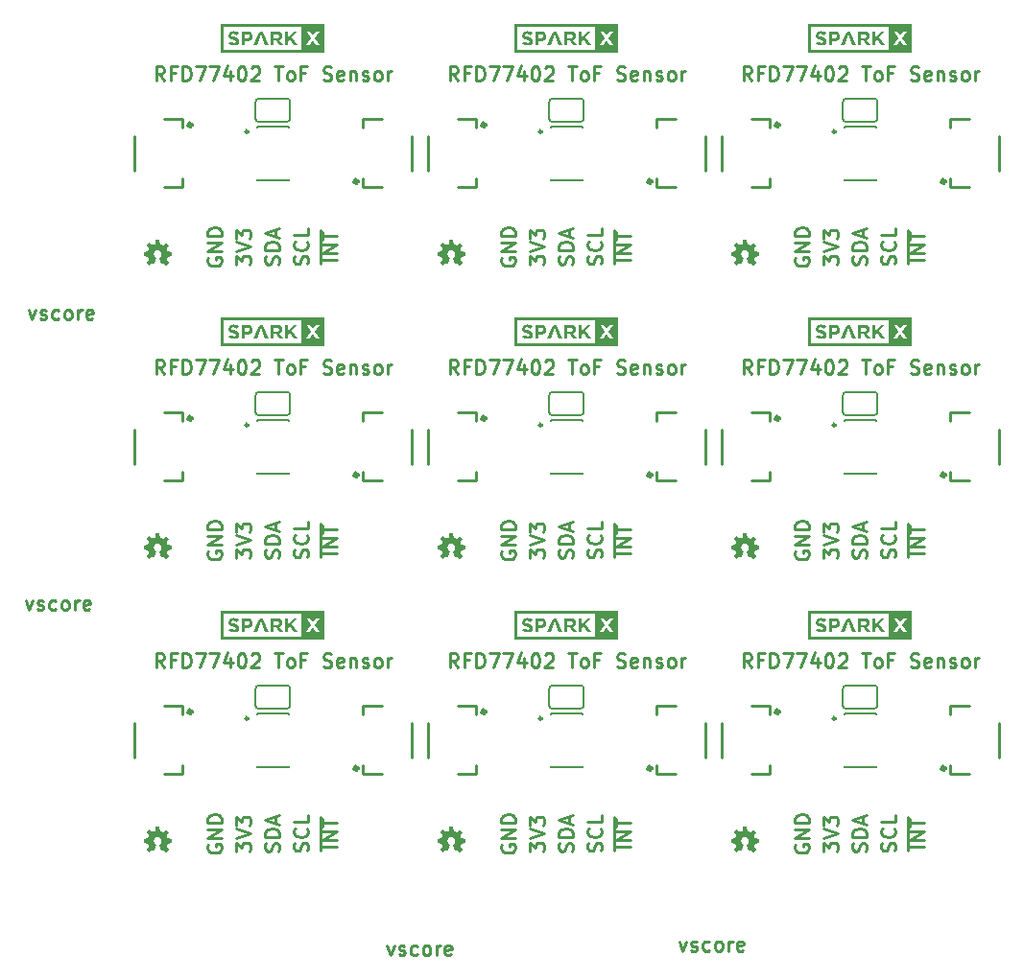
<source format=gto>
G04 #@! TF.FileFunction,Legend,Top*
%FSLAX46Y46*%
G04 Gerber Fmt 4.6, Leading zero omitted, Abs format (unit mm)*
G04 Created by KiCad (PCBNEW 4.0.6) date 12/12/17 15:17:50*
%MOMM*%
%LPD*%
G01*
G04 APERTURE LIST*
%ADD10C,0.100000*%
%ADD11C,0.254000*%
%ADD12C,0.400000*%
%ADD13C,0.150000*%
%ADD14C,0.250000*%
%ADD15C,0.152400*%
G04 APERTURE END LIST*
D10*
D11*
X185722382Y-173717857D02*
X186024763Y-174564524D01*
X186327143Y-173717857D01*
X186750477Y-174504048D02*
X186871429Y-174564524D01*
X187113334Y-174564524D01*
X187234286Y-174504048D01*
X187294762Y-174383095D01*
X187294762Y-174322619D01*
X187234286Y-174201667D01*
X187113334Y-174141190D01*
X186931905Y-174141190D01*
X186810953Y-174080714D01*
X186750477Y-173959762D01*
X186750477Y-173899286D01*
X186810953Y-173778333D01*
X186931905Y-173717857D01*
X187113334Y-173717857D01*
X187234286Y-173778333D01*
X188383334Y-174504048D02*
X188262381Y-174564524D01*
X188020477Y-174564524D01*
X187899524Y-174504048D01*
X187839048Y-174443571D01*
X187778572Y-174322619D01*
X187778572Y-173959762D01*
X187839048Y-173838810D01*
X187899524Y-173778333D01*
X188020477Y-173717857D01*
X188262381Y-173717857D01*
X188383334Y-173778333D01*
X189109048Y-174564524D02*
X188988095Y-174504048D01*
X188927619Y-174443571D01*
X188867143Y-174322619D01*
X188867143Y-173959762D01*
X188927619Y-173838810D01*
X188988095Y-173778333D01*
X189109048Y-173717857D01*
X189290476Y-173717857D01*
X189411428Y-173778333D01*
X189471905Y-173838810D01*
X189532381Y-173959762D01*
X189532381Y-174322619D01*
X189471905Y-174443571D01*
X189411428Y-174504048D01*
X189290476Y-174564524D01*
X189109048Y-174564524D01*
X190076667Y-174564524D02*
X190076667Y-173717857D01*
X190076667Y-173959762D02*
X190137143Y-173838810D01*
X190197619Y-173778333D01*
X190318572Y-173717857D01*
X190439524Y-173717857D01*
X191346666Y-174504048D02*
X191225714Y-174564524D01*
X190983809Y-174564524D01*
X190862857Y-174504048D01*
X190802381Y-174383095D01*
X190802381Y-173899286D01*
X190862857Y-173778333D01*
X190983809Y-173717857D01*
X191225714Y-173717857D01*
X191346666Y-173778333D01*
X191407143Y-173899286D01*
X191407143Y-174020238D01*
X190802381Y-174141190D01*
X159941382Y-174098857D02*
X160243763Y-174945524D01*
X160546143Y-174098857D01*
X160969477Y-174885048D02*
X161090429Y-174945524D01*
X161332334Y-174945524D01*
X161453286Y-174885048D01*
X161513762Y-174764095D01*
X161513762Y-174703619D01*
X161453286Y-174582667D01*
X161332334Y-174522190D01*
X161150905Y-174522190D01*
X161029953Y-174461714D01*
X160969477Y-174340762D01*
X160969477Y-174280286D01*
X161029953Y-174159333D01*
X161150905Y-174098857D01*
X161332334Y-174098857D01*
X161453286Y-174159333D01*
X162602334Y-174885048D02*
X162481381Y-174945524D01*
X162239477Y-174945524D01*
X162118524Y-174885048D01*
X162058048Y-174824571D01*
X161997572Y-174703619D01*
X161997572Y-174340762D01*
X162058048Y-174219810D01*
X162118524Y-174159333D01*
X162239477Y-174098857D01*
X162481381Y-174098857D01*
X162602334Y-174159333D01*
X163328048Y-174945524D02*
X163207095Y-174885048D01*
X163146619Y-174824571D01*
X163086143Y-174703619D01*
X163086143Y-174340762D01*
X163146619Y-174219810D01*
X163207095Y-174159333D01*
X163328048Y-174098857D01*
X163509476Y-174098857D01*
X163630428Y-174159333D01*
X163690905Y-174219810D01*
X163751381Y-174340762D01*
X163751381Y-174703619D01*
X163690905Y-174824571D01*
X163630428Y-174885048D01*
X163509476Y-174945524D01*
X163328048Y-174945524D01*
X164295667Y-174945524D02*
X164295667Y-174098857D01*
X164295667Y-174340762D02*
X164356143Y-174219810D01*
X164416619Y-174159333D01*
X164537572Y-174098857D01*
X164658524Y-174098857D01*
X165565666Y-174885048D02*
X165444714Y-174945524D01*
X165202809Y-174945524D01*
X165081857Y-174885048D01*
X165021381Y-174764095D01*
X165021381Y-174280286D01*
X165081857Y-174159333D01*
X165202809Y-174098857D01*
X165444714Y-174098857D01*
X165565666Y-174159333D01*
X165626143Y-174280286D01*
X165626143Y-174401238D01*
X165021381Y-174522190D01*
X128064382Y-143618857D02*
X128366763Y-144465524D01*
X128669143Y-143618857D01*
X129092477Y-144405048D02*
X129213429Y-144465524D01*
X129455334Y-144465524D01*
X129576286Y-144405048D01*
X129636762Y-144284095D01*
X129636762Y-144223619D01*
X129576286Y-144102667D01*
X129455334Y-144042190D01*
X129273905Y-144042190D01*
X129152953Y-143981714D01*
X129092477Y-143860762D01*
X129092477Y-143800286D01*
X129152953Y-143679333D01*
X129273905Y-143618857D01*
X129455334Y-143618857D01*
X129576286Y-143679333D01*
X130725334Y-144405048D02*
X130604381Y-144465524D01*
X130362477Y-144465524D01*
X130241524Y-144405048D01*
X130181048Y-144344571D01*
X130120572Y-144223619D01*
X130120572Y-143860762D01*
X130181048Y-143739810D01*
X130241524Y-143679333D01*
X130362477Y-143618857D01*
X130604381Y-143618857D01*
X130725334Y-143679333D01*
X131451048Y-144465524D02*
X131330095Y-144405048D01*
X131269619Y-144344571D01*
X131209143Y-144223619D01*
X131209143Y-143860762D01*
X131269619Y-143739810D01*
X131330095Y-143679333D01*
X131451048Y-143618857D01*
X131632476Y-143618857D01*
X131753428Y-143679333D01*
X131813905Y-143739810D01*
X131874381Y-143860762D01*
X131874381Y-144223619D01*
X131813905Y-144344571D01*
X131753428Y-144405048D01*
X131632476Y-144465524D01*
X131451048Y-144465524D01*
X132418667Y-144465524D02*
X132418667Y-143618857D01*
X132418667Y-143860762D02*
X132479143Y-143739810D01*
X132539619Y-143679333D01*
X132660572Y-143618857D01*
X132781524Y-143618857D01*
X133688666Y-144405048D02*
X133567714Y-144465524D01*
X133325809Y-144465524D01*
X133204857Y-144405048D01*
X133144381Y-144284095D01*
X133144381Y-143800286D01*
X133204857Y-143679333D01*
X133325809Y-143618857D01*
X133567714Y-143618857D01*
X133688666Y-143679333D01*
X133749143Y-143800286D01*
X133749143Y-143921238D01*
X133144381Y-144042190D01*
X128318382Y-117964857D02*
X128620763Y-118811524D01*
X128923143Y-117964857D01*
X129346477Y-118751048D02*
X129467429Y-118811524D01*
X129709334Y-118811524D01*
X129830286Y-118751048D01*
X129890762Y-118630095D01*
X129890762Y-118569619D01*
X129830286Y-118448667D01*
X129709334Y-118388190D01*
X129527905Y-118388190D01*
X129406953Y-118327714D01*
X129346477Y-118206762D01*
X129346477Y-118146286D01*
X129406953Y-118025333D01*
X129527905Y-117964857D01*
X129709334Y-117964857D01*
X129830286Y-118025333D01*
X130979334Y-118751048D02*
X130858381Y-118811524D01*
X130616477Y-118811524D01*
X130495524Y-118751048D01*
X130435048Y-118690571D01*
X130374572Y-118569619D01*
X130374572Y-118206762D01*
X130435048Y-118085810D01*
X130495524Y-118025333D01*
X130616477Y-117964857D01*
X130858381Y-117964857D01*
X130979334Y-118025333D01*
X131705048Y-118811524D02*
X131584095Y-118751048D01*
X131523619Y-118690571D01*
X131463143Y-118569619D01*
X131463143Y-118206762D01*
X131523619Y-118085810D01*
X131584095Y-118025333D01*
X131705048Y-117964857D01*
X131886476Y-117964857D01*
X132007428Y-118025333D01*
X132067905Y-118085810D01*
X132128381Y-118206762D01*
X132128381Y-118569619D01*
X132067905Y-118690571D01*
X132007428Y-118751048D01*
X131886476Y-118811524D01*
X131705048Y-118811524D01*
X132672667Y-118811524D02*
X132672667Y-117964857D01*
X132672667Y-118206762D02*
X132733143Y-118085810D01*
X132793619Y-118025333D01*
X132914572Y-117964857D01*
X133035524Y-117964857D01*
X133942666Y-118751048D02*
X133821714Y-118811524D01*
X133579809Y-118811524D01*
X133458857Y-118751048D01*
X133398381Y-118630095D01*
X133398381Y-118146286D01*
X133458857Y-118025333D01*
X133579809Y-117964857D01*
X133821714Y-117964857D01*
X133942666Y-118025333D01*
X134003143Y-118146286D01*
X134003143Y-118267238D01*
X133398381Y-118388190D01*
X202190048Y-165753142D02*
X202250524Y-165571714D01*
X202250524Y-165269333D01*
X202190048Y-165148380D01*
X202129571Y-165087904D01*
X202008619Y-165027428D01*
X201887667Y-165027428D01*
X201766714Y-165087904D01*
X201706238Y-165148380D01*
X201645762Y-165269333D01*
X201585286Y-165511237D01*
X201524810Y-165632190D01*
X201464333Y-165692666D01*
X201343381Y-165753142D01*
X201222429Y-165753142D01*
X201101476Y-165692666D01*
X201041000Y-165632190D01*
X200980524Y-165511237D01*
X200980524Y-165208857D01*
X201041000Y-165027428D01*
X202250524Y-164483142D02*
X200980524Y-164483142D01*
X200980524Y-164180761D01*
X201041000Y-163999333D01*
X201161952Y-163878380D01*
X201282905Y-163817904D01*
X201524810Y-163757428D01*
X201706238Y-163757428D01*
X201948143Y-163817904D01*
X202069095Y-163878380D01*
X202190048Y-163999333D01*
X202250524Y-164180761D01*
X202250524Y-164483142D01*
X201887667Y-163273618D02*
X201887667Y-162668856D01*
X202250524Y-163394571D02*
X200980524Y-162971237D01*
X202250524Y-162547904D01*
X176282048Y-165753142D02*
X176342524Y-165571714D01*
X176342524Y-165269333D01*
X176282048Y-165148380D01*
X176221571Y-165087904D01*
X176100619Y-165027428D01*
X175979667Y-165027428D01*
X175858714Y-165087904D01*
X175798238Y-165148380D01*
X175737762Y-165269333D01*
X175677286Y-165511237D01*
X175616810Y-165632190D01*
X175556333Y-165692666D01*
X175435381Y-165753142D01*
X175314429Y-165753142D01*
X175193476Y-165692666D01*
X175133000Y-165632190D01*
X175072524Y-165511237D01*
X175072524Y-165208857D01*
X175133000Y-165027428D01*
X176342524Y-164483142D02*
X175072524Y-164483142D01*
X175072524Y-164180761D01*
X175133000Y-163999333D01*
X175253952Y-163878380D01*
X175374905Y-163817904D01*
X175616810Y-163757428D01*
X175798238Y-163757428D01*
X176040143Y-163817904D01*
X176161095Y-163878380D01*
X176282048Y-163999333D01*
X176342524Y-164180761D01*
X176342524Y-164483142D01*
X175979667Y-163273618D02*
X175979667Y-162668856D01*
X176342524Y-163394571D02*
X175072524Y-162971237D01*
X176342524Y-162547904D01*
X150374048Y-165753142D02*
X150434524Y-165571714D01*
X150434524Y-165269333D01*
X150374048Y-165148380D01*
X150313571Y-165087904D01*
X150192619Y-165027428D01*
X150071667Y-165027428D01*
X149950714Y-165087904D01*
X149890238Y-165148380D01*
X149829762Y-165269333D01*
X149769286Y-165511237D01*
X149708810Y-165632190D01*
X149648333Y-165692666D01*
X149527381Y-165753142D01*
X149406429Y-165753142D01*
X149285476Y-165692666D01*
X149225000Y-165632190D01*
X149164524Y-165511237D01*
X149164524Y-165208857D01*
X149225000Y-165027428D01*
X150434524Y-164483142D02*
X149164524Y-164483142D01*
X149164524Y-164180761D01*
X149225000Y-163999333D01*
X149345952Y-163878380D01*
X149466905Y-163817904D01*
X149708810Y-163757428D01*
X149890238Y-163757428D01*
X150132143Y-163817904D01*
X150253095Y-163878380D01*
X150374048Y-163999333D01*
X150434524Y-164180761D01*
X150434524Y-164483142D01*
X150071667Y-163273618D02*
X150071667Y-162668856D01*
X150434524Y-163394571D02*
X149164524Y-162971237D01*
X150434524Y-162547904D01*
X202190048Y-139845142D02*
X202250524Y-139663714D01*
X202250524Y-139361333D01*
X202190048Y-139240380D01*
X202129571Y-139179904D01*
X202008619Y-139119428D01*
X201887667Y-139119428D01*
X201766714Y-139179904D01*
X201706238Y-139240380D01*
X201645762Y-139361333D01*
X201585286Y-139603237D01*
X201524810Y-139724190D01*
X201464333Y-139784666D01*
X201343381Y-139845142D01*
X201222429Y-139845142D01*
X201101476Y-139784666D01*
X201041000Y-139724190D01*
X200980524Y-139603237D01*
X200980524Y-139300857D01*
X201041000Y-139119428D01*
X202250524Y-138575142D02*
X200980524Y-138575142D01*
X200980524Y-138272761D01*
X201041000Y-138091333D01*
X201161952Y-137970380D01*
X201282905Y-137909904D01*
X201524810Y-137849428D01*
X201706238Y-137849428D01*
X201948143Y-137909904D01*
X202069095Y-137970380D01*
X202190048Y-138091333D01*
X202250524Y-138272761D01*
X202250524Y-138575142D01*
X201887667Y-137365618D02*
X201887667Y-136760856D01*
X202250524Y-137486571D02*
X200980524Y-137063237D01*
X202250524Y-136639904D01*
X176282048Y-139845142D02*
X176342524Y-139663714D01*
X176342524Y-139361333D01*
X176282048Y-139240380D01*
X176221571Y-139179904D01*
X176100619Y-139119428D01*
X175979667Y-139119428D01*
X175858714Y-139179904D01*
X175798238Y-139240380D01*
X175737762Y-139361333D01*
X175677286Y-139603237D01*
X175616810Y-139724190D01*
X175556333Y-139784666D01*
X175435381Y-139845142D01*
X175314429Y-139845142D01*
X175193476Y-139784666D01*
X175133000Y-139724190D01*
X175072524Y-139603237D01*
X175072524Y-139300857D01*
X175133000Y-139119428D01*
X176342524Y-138575142D02*
X175072524Y-138575142D01*
X175072524Y-138272761D01*
X175133000Y-138091333D01*
X175253952Y-137970380D01*
X175374905Y-137909904D01*
X175616810Y-137849428D01*
X175798238Y-137849428D01*
X176040143Y-137909904D01*
X176161095Y-137970380D01*
X176282048Y-138091333D01*
X176342524Y-138272761D01*
X176342524Y-138575142D01*
X175979667Y-137365618D02*
X175979667Y-136760856D01*
X176342524Y-137486571D02*
X175072524Y-137063237D01*
X176342524Y-136639904D01*
X150374048Y-139845142D02*
X150434524Y-139663714D01*
X150434524Y-139361333D01*
X150374048Y-139240380D01*
X150313571Y-139179904D01*
X150192619Y-139119428D01*
X150071667Y-139119428D01*
X149950714Y-139179904D01*
X149890238Y-139240380D01*
X149829762Y-139361333D01*
X149769286Y-139603237D01*
X149708810Y-139724190D01*
X149648333Y-139784666D01*
X149527381Y-139845142D01*
X149406429Y-139845142D01*
X149285476Y-139784666D01*
X149225000Y-139724190D01*
X149164524Y-139603237D01*
X149164524Y-139300857D01*
X149225000Y-139119428D01*
X150434524Y-138575142D02*
X149164524Y-138575142D01*
X149164524Y-138272761D01*
X149225000Y-138091333D01*
X149345952Y-137970380D01*
X149466905Y-137909904D01*
X149708810Y-137849428D01*
X149890238Y-137849428D01*
X150132143Y-137909904D01*
X150253095Y-137970380D01*
X150374048Y-138091333D01*
X150434524Y-138272761D01*
X150434524Y-138575142D01*
X150071667Y-137365618D02*
X150071667Y-136760856D01*
X150434524Y-137486571D02*
X149164524Y-137063237D01*
X150434524Y-136639904D01*
X202190048Y-113937142D02*
X202250524Y-113755714D01*
X202250524Y-113453333D01*
X202190048Y-113332380D01*
X202129571Y-113271904D01*
X202008619Y-113211428D01*
X201887667Y-113211428D01*
X201766714Y-113271904D01*
X201706238Y-113332380D01*
X201645762Y-113453333D01*
X201585286Y-113695237D01*
X201524810Y-113816190D01*
X201464333Y-113876666D01*
X201343381Y-113937142D01*
X201222429Y-113937142D01*
X201101476Y-113876666D01*
X201041000Y-113816190D01*
X200980524Y-113695237D01*
X200980524Y-113392857D01*
X201041000Y-113211428D01*
X202250524Y-112667142D02*
X200980524Y-112667142D01*
X200980524Y-112364761D01*
X201041000Y-112183333D01*
X201161952Y-112062380D01*
X201282905Y-112001904D01*
X201524810Y-111941428D01*
X201706238Y-111941428D01*
X201948143Y-112001904D01*
X202069095Y-112062380D01*
X202190048Y-112183333D01*
X202250524Y-112364761D01*
X202250524Y-112667142D01*
X201887667Y-111457618D02*
X201887667Y-110852856D01*
X202250524Y-111578571D02*
X200980524Y-111155237D01*
X202250524Y-110731904D01*
X176282048Y-113937142D02*
X176342524Y-113755714D01*
X176342524Y-113453333D01*
X176282048Y-113332380D01*
X176221571Y-113271904D01*
X176100619Y-113211428D01*
X175979667Y-113211428D01*
X175858714Y-113271904D01*
X175798238Y-113332380D01*
X175737762Y-113453333D01*
X175677286Y-113695237D01*
X175616810Y-113816190D01*
X175556333Y-113876666D01*
X175435381Y-113937142D01*
X175314429Y-113937142D01*
X175193476Y-113876666D01*
X175133000Y-113816190D01*
X175072524Y-113695237D01*
X175072524Y-113392857D01*
X175133000Y-113211428D01*
X176342524Y-112667142D02*
X175072524Y-112667142D01*
X175072524Y-112364761D01*
X175133000Y-112183333D01*
X175253952Y-112062380D01*
X175374905Y-112001904D01*
X175616810Y-111941428D01*
X175798238Y-111941428D01*
X176040143Y-112001904D01*
X176161095Y-112062380D01*
X176282048Y-112183333D01*
X176342524Y-112364761D01*
X176342524Y-112667142D01*
X175979667Y-111457618D02*
X175979667Y-110852856D01*
X176342524Y-111578571D02*
X175072524Y-111155237D01*
X176342524Y-110731904D01*
X198440524Y-165783380D02*
X198440524Y-164997190D01*
X198924333Y-165420523D01*
X198924333Y-165239095D01*
X198984810Y-165118142D01*
X199045286Y-165057666D01*
X199166238Y-164997190D01*
X199468619Y-164997190D01*
X199589571Y-165057666D01*
X199650048Y-165118142D01*
X199710524Y-165239095D01*
X199710524Y-165601952D01*
X199650048Y-165722904D01*
X199589571Y-165783380D01*
X198440524Y-164634333D02*
X199710524Y-164210999D01*
X198440524Y-163787666D01*
X198440524Y-163485285D02*
X198440524Y-162699095D01*
X198924333Y-163122428D01*
X198924333Y-162941000D01*
X198984810Y-162820047D01*
X199045286Y-162759571D01*
X199166238Y-162699095D01*
X199468619Y-162699095D01*
X199589571Y-162759571D01*
X199650048Y-162820047D01*
X199710524Y-162941000D01*
X199710524Y-163303857D01*
X199650048Y-163424809D01*
X199589571Y-163485285D01*
X172532524Y-165783380D02*
X172532524Y-164997190D01*
X173016333Y-165420523D01*
X173016333Y-165239095D01*
X173076810Y-165118142D01*
X173137286Y-165057666D01*
X173258238Y-164997190D01*
X173560619Y-164997190D01*
X173681571Y-165057666D01*
X173742048Y-165118142D01*
X173802524Y-165239095D01*
X173802524Y-165601952D01*
X173742048Y-165722904D01*
X173681571Y-165783380D01*
X172532524Y-164634333D02*
X173802524Y-164210999D01*
X172532524Y-163787666D01*
X172532524Y-163485285D02*
X172532524Y-162699095D01*
X173016333Y-163122428D01*
X173016333Y-162941000D01*
X173076810Y-162820047D01*
X173137286Y-162759571D01*
X173258238Y-162699095D01*
X173560619Y-162699095D01*
X173681571Y-162759571D01*
X173742048Y-162820047D01*
X173802524Y-162941000D01*
X173802524Y-163303857D01*
X173742048Y-163424809D01*
X173681571Y-163485285D01*
X146624524Y-165783380D02*
X146624524Y-164997190D01*
X147108333Y-165420523D01*
X147108333Y-165239095D01*
X147168810Y-165118142D01*
X147229286Y-165057666D01*
X147350238Y-164997190D01*
X147652619Y-164997190D01*
X147773571Y-165057666D01*
X147834048Y-165118142D01*
X147894524Y-165239095D01*
X147894524Y-165601952D01*
X147834048Y-165722904D01*
X147773571Y-165783380D01*
X146624524Y-164634333D02*
X147894524Y-164210999D01*
X146624524Y-163787666D01*
X146624524Y-163485285D02*
X146624524Y-162699095D01*
X147108333Y-163122428D01*
X147108333Y-162941000D01*
X147168810Y-162820047D01*
X147229286Y-162759571D01*
X147350238Y-162699095D01*
X147652619Y-162699095D01*
X147773571Y-162759571D01*
X147834048Y-162820047D01*
X147894524Y-162941000D01*
X147894524Y-163303857D01*
X147834048Y-163424809D01*
X147773571Y-163485285D01*
X198440524Y-139875380D02*
X198440524Y-139089190D01*
X198924333Y-139512523D01*
X198924333Y-139331095D01*
X198984810Y-139210142D01*
X199045286Y-139149666D01*
X199166238Y-139089190D01*
X199468619Y-139089190D01*
X199589571Y-139149666D01*
X199650048Y-139210142D01*
X199710524Y-139331095D01*
X199710524Y-139693952D01*
X199650048Y-139814904D01*
X199589571Y-139875380D01*
X198440524Y-138726333D02*
X199710524Y-138302999D01*
X198440524Y-137879666D01*
X198440524Y-137577285D02*
X198440524Y-136791095D01*
X198924333Y-137214428D01*
X198924333Y-137033000D01*
X198984810Y-136912047D01*
X199045286Y-136851571D01*
X199166238Y-136791095D01*
X199468619Y-136791095D01*
X199589571Y-136851571D01*
X199650048Y-136912047D01*
X199710524Y-137033000D01*
X199710524Y-137395857D01*
X199650048Y-137516809D01*
X199589571Y-137577285D01*
X172532524Y-139875380D02*
X172532524Y-139089190D01*
X173016333Y-139512523D01*
X173016333Y-139331095D01*
X173076810Y-139210142D01*
X173137286Y-139149666D01*
X173258238Y-139089190D01*
X173560619Y-139089190D01*
X173681571Y-139149666D01*
X173742048Y-139210142D01*
X173802524Y-139331095D01*
X173802524Y-139693952D01*
X173742048Y-139814904D01*
X173681571Y-139875380D01*
X172532524Y-138726333D02*
X173802524Y-138302999D01*
X172532524Y-137879666D01*
X172532524Y-137577285D02*
X172532524Y-136791095D01*
X173016333Y-137214428D01*
X173016333Y-137033000D01*
X173076810Y-136912047D01*
X173137286Y-136851571D01*
X173258238Y-136791095D01*
X173560619Y-136791095D01*
X173681571Y-136851571D01*
X173742048Y-136912047D01*
X173802524Y-137033000D01*
X173802524Y-137395857D01*
X173742048Y-137516809D01*
X173681571Y-137577285D01*
X146624524Y-139875380D02*
X146624524Y-139089190D01*
X147108333Y-139512523D01*
X147108333Y-139331095D01*
X147168810Y-139210142D01*
X147229286Y-139149666D01*
X147350238Y-139089190D01*
X147652619Y-139089190D01*
X147773571Y-139149666D01*
X147834048Y-139210142D01*
X147894524Y-139331095D01*
X147894524Y-139693952D01*
X147834048Y-139814904D01*
X147773571Y-139875380D01*
X146624524Y-138726333D02*
X147894524Y-138302999D01*
X146624524Y-137879666D01*
X146624524Y-137577285D02*
X146624524Y-136791095D01*
X147108333Y-137214428D01*
X147108333Y-137033000D01*
X147168810Y-136912047D01*
X147229286Y-136851571D01*
X147350238Y-136791095D01*
X147652619Y-136791095D01*
X147773571Y-136851571D01*
X147834048Y-136912047D01*
X147894524Y-137033000D01*
X147894524Y-137395857D01*
X147834048Y-137516809D01*
X147773571Y-137577285D01*
X198440524Y-113967380D02*
X198440524Y-113181190D01*
X198924333Y-113604523D01*
X198924333Y-113423095D01*
X198984810Y-113302142D01*
X199045286Y-113241666D01*
X199166238Y-113181190D01*
X199468619Y-113181190D01*
X199589571Y-113241666D01*
X199650048Y-113302142D01*
X199710524Y-113423095D01*
X199710524Y-113785952D01*
X199650048Y-113906904D01*
X199589571Y-113967380D01*
X198440524Y-112818333D02*
X199710524Y-112394999D01*
X198440524Y-111971666D01*
X198440524Y-111669285D02*
X198440524Y-110883095D01*
X198924333Y-111306428D01*
X198924333Y-111125000D01*
X198984810Y-111004047D01*
X199045286Y-110943571D01*
X199166238Y-110883095D01*
X199468619Y-110883095D01*
X199589571Y-110943571D01*
X199650048Y-111004047D01*
X199710524Y-111125000D01*
X199710524Y-111487857D01*
X199650048Y-111608809D01*
X199589571Y-111669285D01*
X172532524Y-113967380D02*
X172532524Y-113181190D01*
X173016333Y-113604523D01*
X173016333Y-113423095D01*
X173076810Y-113302142D01*
X173137286Y-113241666D01*
X173258238Y-113181190D01*
X173560619Y-113181190D01*
X173681571Y-113241666D01*
X173742048Y-113302142D01*
X173802524Y-113423095D01*
X173802524Y-113785952D01*
X173742048Y-113906904D01*
X173681571Y-113967380D01*
X172532524Y-112818333D02*
X173802524Y-112394999D01*
X172532524Y-111971666D01*
X172532524Y-111669285D02*
X172532524Y-110883095D01*
X173016333Y-111306428D01*
X173016333Y-111125000D01*
X173076810Y-111004047D01*
X173137286Y-110943571D01*
X173258238Y-110883095D01*
X173560619Y-110883095D01*
X173681571Y-110943571D01*
X173742048Y-111004047D01*
X173802524Y-111125000D01*
X173802524Y-111487857D01*
X173742048Y-111608809D01*
X173681571Y-111669285D01*
X195961000Y-165178619D02*
X195900524Y-165299571D01*
X195900524Y-165481000D01*
X195961000Y-165662428D01*
X196081952Y-165783381D01*
X196202905Y-165843857D01*
X196444810Y-165904333D01*
X196626238Y-165904333D01*
X196868143Y-165843857D01*
X196989095Y-165783381D01*
X197110048Y-165662428D01*
X197170524Y-165481000D01*
X197170524Y-165360048D01*
X197110048Y-165178619D01*
X197049571Y-165118143D01*
X196626238Y-165118143D01*
X196626238Y-165360048D01*
X197170524Y-164573857D02*
X195900524Y-164573857D01*
X197170524Y-163848143D01*
X195900524Y-163848143D01*
X197170524Y-163243381D02*
X195900524Y-163243381D01*
X195900524Y-162941000D01*
X195961000Y-162759572D01*
X196081952Y-162638619D01*
X196202905Y-162578143D01*
X196444810Y-162517667D01*
X196626238Y-162517667D01*
X196868143Y-162578143D01*
X196989095Y-162638619D01*
X197110048Y-162759572D01*
X197170524Y-162941000D01*
X197170524Y-163243381D01*
X170053000Y-165178619D02*
X169992524Y-165299571D01*
X169992524Y-165481000D01*
X170053000Y-165662428D01*
X170173952Y-165783381D01*
X170294905Y-165843857D01*
X170536810Y-165904333D01*
X170718238Y-165904333D01*
X170960143Y-165843857D01*
X171081095Y-165783381D01*
X171202048Y-165662428D01*
X171262524Y-165481000D01*
X171262524Y-165360048D01*
X171202048Y-165178619D01*
X171141571Y-165118143D01*
X170718238Y-165118143D01*
X170718238Y-165360048D01*
X171262524Y-164573857D02*
X169992524Y-164573857D01*
X171262524Y-163848143D01*
X169992524Y-163848143D01*
X171262524Y-163243381D02*
X169992524Y-163243381D01*
X169992524Y-162941000D01*
X170053000Y-162759572D01*
X170173952Y-162638619D01*
X170294905Y-162578143D01*
X170536810Y-162517667D01*
X170718238Y-162517667D01*
X170960143Y-162578143D01*
X171081095Y-162638619D01*
X171202048Y-162759572D01*
X171262524Y-162941000D01*
X171262524Y-163243381D01*
X144145000Y-165178619D02*
X144084524Y-165299571D01*
X144084524Y-165481000D01*
X144145000Y-165662428D01*
X144265952Y-165783381D01*
X144386905Y-165843857D01*
X144628810Y-165904333D01*
X144810238Y-165904333D01*
X145052143Y-165843857D01*
X145173095Y-165783381D01*
X145294048Y-165662428D01*
X145354524Y-165481000D01*
X145354524Y-165360048D01*
X145294048Y-165178619D01*
X145233571Y-165118143D01*
X144810238Y-165118143D01*
X144810238Y-165360048D01*
X145354524Y-164573857D02*
X144084524Y-164573857D01*
X145354524Y-163848143D01*
X144084524Y-163848143D01*
X145354524Y-163243381D02*
X144084524Y-163243381D01*
X144084524Y-162941000D01*
X144145000Y-162759572D01*
X144265952Y-162638619D01*
X144386905Y-162578143D01*
X144628810Y-162517667D01*
X144810238Y-162517667D01*
X145052143Y-162578143D01*
X145173095Y-162638619D01*
X145294048Y-162759572D01*
X145354524Y-162941000D01*
X145354524Y-163243381D01*
X195961000Y-139270619D02*
X195900524Y-139391571D01*
X195900524Y-139573000D01*
X195961000Y-139754428D01*
X196081952Y-139875381D01*
X196202905Y-139935857D01*
X196444810Y-139996333D01*
X196626238Y-139996333D01*
X196868143Y-139935857D01*
X196989095Y-139875381D01*
X197110048Y-139754428D01*
X197170524Y-139573000D01*
X197170524Y-139452048D01*
X197110048Y-139270619D01*
X197049571Y-139210143D01*
X196626238Y-139210143D01*
X196626238Y-139452048D01*
X197170524Y-138665857D02*
X195900524Y-138665857D01*
X197170524Y-137940143D01*
X195900524Y-137940143D01*
X197170524Y-137335381D02*
X195900524Y-137335381D01*
X195900524Y-137033000D01*
X195961000Y-136851572D01*
X196081952Y-136730619D01*
X196202905Y-136670143D01*
X196444810Y-136609667D01*
X196626238Y-136609667D01*
X196868143Y-136670143D01*
X196989095Y-136730619D01*
X197110048Y-136851572D01*
X197170524Y-137033000D01*
X197170524Y-137335381D01*
X170053000Y-139270619D02*
X169992524Y-139391571D01*
X169992524Y-139573000D01*
X170053000Y-139754428D01*
X170173952Y-139875381D01*
X170294905Y-139935857D01*
X170536810Y-139996333D01*
X170718238Y-139996333D01*
X170960143Y-139935857D01*
X171081095Y-139875381D01*
X171202048Y-139754428D01*
X171262524Y-139573000D01*
X171262524Y-139452048D01*
X171202048Y-139270619D01*
X171141571Y-139210143D01*
X170718238Y-139210143D01*
X170718238Y-139452048D01*
X171262524Y-138665857D02*
X169992524Y-138665857D01*
X171262524Y-137940143D01*
X169992524Y-137940143D01*
X171262524Y-137335381D02*
X169992524Y-137335381D01*
X169992524Y-137033000D01*
X170053000Y-136851572D01*
X170173952Y-136730619D01*
X170294905Y-136670143D01*
X170536810Y-136609667D01*
X170718238Y-136609667D01*
X170960143Y-136670143D01*
X171081095Y-136730619D01*
X171202048Y-136851572D01*
X171262524Y-137033000D01*
X171262524Y-137335381D01*
X144145000Y-139270619D02*
X144084524Y-139391571D01*
X144084524Y-139573000D01*
X144145000Y-139754428D01*
X144265952Y-139875381D01*
X144386905Y-139935857D01*
X144628810Y-139996333D01*
X144810238Y-139996333D01*
X145052143Y-139935857D01*
X145173095Y-139875381D01*
X145294048Y-139754428D01*
X145354524Y-139573000D01*
X145354524Y-139452048D01*
X145294048Y-139270619D01*
X145233571Y-139210143D01*
X144810238Y-139210143D01*
X144810238Y-139452048D01*
X145354524Y-138665857D02*
X144084524Y-138665857D01*
X145354524Y-137940143D01*
X144084524Y-137940143D01*
X145354524Y-137335381D02*
X144084524Y-137335381D01*
X144084524Y-137033000D01*
X144145000Y-136851572D01*
X144265952Y-136730619D01*
X144386905Y-136670143D01*
X144628810Y-136609667D01*
X144810238Y-136609667D01*
X145052143Y-136670143D01*
X145173095Y-136730619D01*
X145294048Y-136851572D01*
X145354524Y-137033000D01*
X145354524Y-137335381D01*
X195961000Y-113362619D02*
X195900524Y-113483571D01*
X195900524Y-113665000D01*
X195961000Y-113846428D01*
X196081952Y-113967381D01*
X196202905Y-114027857D01*
X196444810Y-114088333D01*
X196626238Y-114088333D01*
X196868143Y-114027857D01*
X196989095Y-113967381D01*
X197110048Y-113846428D01*
X197170524Y-113665000D01*
X197170524Y-113544048D01*
X197110048Y-113362619D01*
X197049571Y-113302143D01*
X196626238Y-113302143D01*
X196626238Y-113544048D01*
X197170524Y-112757857D02*
X195900524Y-112757857D01*
X197170524Y-112032143D01*
X195900524Y-112032143D01*
X197170524Y-111427381D02*
X195900524Y-111427381D01*
X195900524Y-111125000D01*
X195961000Y-110943572D01*
X196081952Y-110822619D01*
X196202905Y-110762143D01*
X196444810Y-110701667D01*
X196626238Y-110701667D01*
X196868143Y-110762143D01*
X196989095Y-110822619D01*
X197110048Y-110943572D01*
X197170524Y-111125000D01*
X197170524Y-111427381D01*
X170053000Y-113362619D02*
X169992524Y-113483571D01*
X169992524Y-113665000D01*
X170053000Y-113846428D01*
X170173952Y-113967381D01*
X170294905Y-114027857D01*
X170536810Y-114088333D01*
X170718238Y-114088333D01*
X170960143Y-114027857D01*
X171081095Y-113967381D01*
X171202048Y-113846428D01*
X171262524Y-113665000D01*
X171262524Y-113544048D01*
X171202048Y-113362619D01*
X171141571Y-113302143D01*
X170718238Y-113302143D01*
X170718238Y-113544048D01*
X171262524Y-112757857D02*
X169992524Y-112757857D01*
X171262524Y-112032143D01*
X169992524Y-112032143D01*
X171262524Y-111427381D02*
X169992524Y-111427381D01*
X169992524Y-111125000D01*
X170053000Y-110943572D01*
X170173952Y-110822619D01*
X170294905Y-110762143D01*
X170536810Y-110701667D01*
X170718238Y-110701667D01*
X170960143Y-110762143D01*
X171081095Y-110822619D01*
X171202048Y-110943572D01*
X171262524Y-111125000D01*
X171262524Y-111427381D01*
X207330524Y-165360047D02*
X206060524Y-165360047D01*
X207330524Y-164755285D02*
X206060524Y-164755285D01*
X207330524Y-164029571D01*
X206060524Y-164029571D01*
X206060524Y-163606238D02*
X206060524Y-162880523D01*
X207330524Y-163243380D02*
X206060524Y-163243380D01*
X205841600Y-165662428D02*
X205841600Y-162759571D01*
X181422524Y-165360047D02*
X180152524Y-165360047D01*
X181422524Y-164755285D02*
X180152524Y-164755285D01*
X181422524Y-164029571D01*
X180152524Y-164029571D01*
X180152524Y-163606238D02*
X180152524Y-162880523D01*
X181422524Y-163243380D02*
X180152524Y-163243380D01*
X179933600Y-165662428D02*
X179933600Y-162759571D01*
X155514524Y-165360047D02*
X154244524Y-165360047D01*
X155514524Y-164755285D02*
X154244524Y-164755285D01*
X155514524Y-164029571D01*
X154244524Y-164029571D01*
X154244524Y-163606238D02*
X154244524Y-162880523D01*
X155514524Y-163243380D02*
X154244524Y-163243380D01*
X154025600Y-165662428D02*
X154025600Y-162759571D01*
X207330524Y-139452047D02*
X206060524Y-139452047D01*
X207330524Y-138847285D02*
X206060524Y-138847285D01*
X207330524Y-138121571D01*
X206060524Y-138121571D01*
X206060524Y-137698238D02*
X206060524Y-136972523D01*
X207330524Y-137335380D02*
X206060524Y-137335380D01*
X205841600Y-139754428D02*
X205841600Y-136851571D01*
X181422524Y-139452047D02*
X180152524Y-139452047D01*
X181422524Y-138847285D02*
X180152524Y-138847285D01*
X181422524Y-138121571D01*
X180152524Y-138121571D01*
X180152524Y-137698238D02*
X180152524Y-136972523D01*
X181422524Y-137335380D02*
X180152524Y-137335380D01*
X179933600Y-139754428D02*
X179933600Y-136851571D01*
X155514524Y-139452047D02*
X154244524Y-139452047D01*
X155514524Y-138847285D02*
X154244524Y-138847285D01*
X155514524Y-138121571D01*
X154244524Y-138121571D01*
X154244524Y-137698238D02*
X154244524Y-136972523D01*
X155514524Y-137335380D02*
X154244524Y-137335380D01*
X154025600Y-139754428D02*
X154025600Y-136851571D01*
X207330524Y-113544047D02*
X206060524Y-113544047D01*
X207330524Y-112939285D02*
X206060524Y-112939285D01*
X207330524Y-112213571D01*
X206060524Y-112213571D01*
X206060524Y-111790238D02*
X206060524Y-111064523D01*
X207330524Y-111427380D02*
X206060524Y-111427380D01*
X205841600Y-113846428D02*
X205841600Y-110943571D01*
X181422524Y-113544047D02*
X180152524Y-113544047D01*
X181422524Y-112939285D02*
X180152524Y-112939285D01*
X181422524Y-112213571D01*
X180152524Y-112213571D01*
X180152524Y-111790238D02*
X180152524Y-111064523D01*
X181422524Y-111427380D02*
X180152524Y-111427380D01*
X179933600Y-113846428D02*
X179933600Y-110943571D01*
X204730048Y-165722904D02*
X204790524Y-165541476D01*
X204790524Y-165239095D01*
X204730048Y-165118142D01*
X204669571Y-165057666D01*
X204548619Y-164997190D01*
X204427667Y-164997190D01*
X204306714Y-165057666D01*
X204246238Y-165118142D01*
X204185762Y-165239095D01*
X204125286Y-165480999D01*
X204064810Y-165601952D01*
X204004333Y-165662428D01*
X203883381Y-165722904D01*
X203762429Y-165722904D01*
X203641476Y-165662428D01*
X203581000Y-165601952D01*
X203520524Y-165480999D01*
X203520524Y-165178619D01*
X203581000Y-164997190D01*
X204669571Y-163727190D02*
X204730048Y-163787666D01*
X204790524Y-163969095D01*
X204790524Y-164090047D01*
X204730048Y-164271475D01*
X204609095Y-164392428D01*
X204488143Y-164452904D01*
X204246238Y-164513380D01*
X204064810Y-164513380D01*
X203822905Y-164452904D01*
X203701952Y-164392428D01*
X203581000Y-164271475D01*
X203520524Y-164090047D01*
X203520524Y-163969095D01*
X203581000Y-163787666D01*
X203641476Y-163727190D01*
X204790524Y-162578142D02*
X204790524Y-163182904D01*
X203520524Y-163182904D01*
X178822048Y-165722904D02*
X178882524Y-165541476D01*
X178882524Y-165239095D01*
X178822048Y-165118142D01*
X178761571Y-165057666D01*
X178640619Y-164997190D01*
X178519667Y-164997190D01*
X178398714Y-165057666D01*
X178338238Y-165118142D01*
X178277762Y-165239095D01*
X178217286Y-165480999D01*
X178156810Y-165601952D01*
X178096333Y-165662428D01*
X177975381Y-165722904D01*
X177854429Y-165722904D01*
X177733476Y-165662428D01*
X177673000Y-165601952D01*
X177612524Y-165480999D01*
X177612524Y-165178619D01*
X177673000Y-164997190D01*
X178761571Y-163727190D02*
X178822048Y-163787666D01*
X178882524Y-163969095D01*
X178882524Y-164090047D01*
X178822048Y-164271475D01*
X178701095Y-164392428D01*
X178580143Y-164452904D01*
X178338238Y-164513380D01*
X178156810Y-164513380D01*
X177914905Y-164452904D01*
X177793952Y-164392428D01*
X177673000Y-164271475D01*
X177612524Y-164090047D01*
X177612524Y-163969095D01*
X177673000Y-163787666D01*
X177733476Y-163727190D01*
X178882524Y-162578142D02*
X178882524Y-163182904D01*
X177612524Y-163182904D01*
X152914048Y-165722904D02*
X152974524Y-165541476D01*
X152974524Y-165239095D01*
X152914048Y-165118142D01*
X152853571Y-165057666D01*
X152732619Y-164997190D01*
X152611667Y-164997190D01*
X152490714Y-165057666D01*
X152430238Y-165118142D01*
X152369762Y-165239095D01*
X152309286Y-165480999D01*
X152248810Y-165601952D01*
X152188333Y-165662428D01*
X152067381Y-165722904D01*
X151946429Y-165722904D01*
X151825476Y-165662428D01*
X151765000Y-165601952D01*
X151704524Y-165480999D01*
X151704524Y-165178619D01*
X151765000Y-164997190D01*
X152853571Y-163727190D02*
X152914048Y-163787666D01*
X152974524Y-163969095D01*
X152974524Y-164090047D01*
X152914048Y-164271475D01*
X152793095Y-164392428D01*
X152672143Y-164452904D01*
X152430238Y-164513380D01*
X152248810Y-164513380D01*
X152006905Y-164452904D01*
X151885952Y-164392428D01*
X151765000Y-164271475D01*
X151704524Y-164090047D01*
X151704524Y-163969095D01*
X151765000Y-163787666D01*
X151825476Y-163727190D01*
X152974524Y-162578142D02*
X152974524Y-163182904D01*
X151704524Y-163182904D01*
X204730048Y-139814904D02*
X204790524Y-139633476D01*
X204790524Y-139331095D01*
X204730048Y-139210142D01*
X204669571Y-139149666D01*
X204548619Y-139089190D01*
X204427667Y-139089190D01*
X204306714Y-139149666D01*
X204246238Y-139210142D01*
X204185762Y-139331095D01*
X204125286Y-139572999D01*
X204064810Y-139693952D01*
X204004333Y-139754428D01*
X203883381Y-139814904D01*
X203762429Y-139814904D01*
X203641476Y-139754428D01*
X203581000Y-139693952D01*
X203520524Y-139572999D01*
X203520524Y-139270619D01*
X203581000Y-139089190D01*
X204669571Y-137819190D02*
X204730048Y-137879666D01*
X204790524Y-138061095D01*
X204790524Y-138182047D01*
X204730048Y-138363475D01*
X204609095Y-138484428D01*
X204488143Y-138544904D01*
X204246238Y-138605380D01*
X204064810Y-138605380D01*
X203822905Y-138544904D01*
X203701952Y-138484428D01*
X203581000Y-138363475D01*
X203520524Y-138182047D01*
X203520524Y-138061095D01*
X203581000Y-137879666D01*
X203641476Y-137819190D01*
X204790524Y-136670142D02*
X204790524Y-137274904D01*
X203520524Y-137274904D01*
X178822048Y-139814904D02*
X178882524Y-139633476D01*
X178882524Y-139331095D01*
X178822048Y-139210142D01*
X178761571Y-139149666D01*
X178640619Y-139089190D01*
X178519667Y-139089190D01*
X178398714Y-139149666D01*
X178338238Y-139210142D01*
X178277762Y-139331095D01*
X178217286Y-139572999D01*
X178156810Y-139693952D01*
X178096333Y-139754428D01*
X177975381Y-139814904D01*
X177854429Y-139814904D01*
X177733476Y-139754428D01*
X177673000Y-139693952D01*
X177612524Y-139572999D01*
X177612524Y-139270619D01*
X177673000Y-139089190D01*
X178761571Y-137819190D02*
X178822048Y-137879666D01*
X178882524Y-138061095D01*
X178882524Y-138182047D01*
X178822048Y-138363475D01*
X178701095Y-138484428D01*
X178580143Y-138544904D01*
X178338238Y-138605380D01*
X178156810Y-138605380D01*
X177914905Y-138544904D01*
X177793952Y-138484428D01*
X177673000Y-138363475D01*
X177612524Y-138182047D01*
X177612524Y-138061095D01*
X177673000Y-137879666D01*
X177733476Y-137819190D01*
X178882524Y-136670142D02*
X178882524Y-137274904D01*
X177612524Y-137274904D01*
X152914048Y-139814904D02*
X152974524Y-139633476D01*
X152974524Y-139331095D01*
X152914048Y-139210142D01*
X152853571Y-139149666D01*
X152732619Y-139089190D01*
X152611667Y-139089190D01*
X152490714Y-139149666D01*
X152430238Y-139210142D01*
X152369762Y-139331095D01*
X152309286Y-139572999D01*
X152248810Y-139693952D01*
X152188333Y-139754428D01*
X152067381Y-139814904D01*
X151946429Y-139814904D01*
X151825476Y-139754428D01*
X151765000Y-139693952D01*
X151704524Y-139572999D01*
X151704524Y-139270619D01*
X151765000Y-139089190D01*
X152853571Y-137819190D02*
X152914048Y-137879666D01*
X152974524Y-138061095D01*
X152974524Y-138182047D01*
X152914048Y-138363475D01*
X152793095Y-138484428D01*
X152672143Y-138544904D01*
X152430238Y-138605380D01*
X152248810Y-138605380D01*
X152006905Y-138544904D01*
X151885952Y-138484428D01*
X151765000Y-138363475D01*
X151704524Y-138182047D01*
X151704524Y-138061095D01*
X151765000Y-137879666D01*
X151825476Y-137819190D01*
X152974524Y-136670142D02*
X152974524Y-137274904D01*
X151704524Y-137274904D01*
X204730048Y-113906904D02*
X204790524Y-113725476D01*
X204790524Y-113423095D01*
X204730048Y-113302142D01*
X204669571Y-113241666D01*
X204548619Y-113181190D01*
X204427667Y-113181190D01*
X204306714Y-113241666D01*
X204246238Y-113302142D01*
X204185762Y-113423095D01*
X204125286Y-113664999D01*
X204064810Y-113785952D01*
X204004333Y-113846428D01*
X203883381Y-113906904D01*
X203762429Y-113906904D01*
X203641476Y-113846428D01*
X203581000Y-113785952D01*
X203520524Y-113664999D01*
X203520524Y-113362619D01*
X203581000Y-113181190D01*
X204669571Y-111911190D02*
X204730048Y-111971666D01*
X204790524Y-112153095D01*
X204790524Y-112274047D01*
X204730048Y-112455475D01*
X204609095Y-112576428D01*
X204488143Y-112636904D01*
X204246238Y-112697380D01*
X204064810Y-112697380D01*
X203822905Y-112636904D01*
X203701952Y-112576428D01*
X203581000Y-112455475D01*
X203520524Y-112274047D01*
X203520524Y-112153095D01*
X203581000Y-111971666D01*
X203641476Y-111911190D01*
X204790524Y-110762142D02*
X204790524Y-111366904D01*
X203520524Y-111366904D01*
X178822048Y-113906904D02*
X178882524Y-113725476D01*
X178882524Y-113423095D01*
X178822048Y-113302142D01*
X178761571Y-113241666D01*
X178640619Y-113181190D01*
X178519667Y-113181190D01*
X178398714Y-113241666D01*
X178338238Y-113302142D01*
X178277762Y-113423095D01*
X178217286Y-113664999D01*
X178156810Y-113785952D01*
X178096333Y-113846428D01*
X177975381Y-113906904D01*
X177854429Y-113906904D01*
X177733476Y-113846428D01*
X177673000Y-113785952D01*
X177612524Y-113664999D01*
X177612524Y-113362619D01*
X177673000Y-113181190D01*
X178761571Y-111911190D02*
X178822048Y-111971666D01*
X178882524Y-112153095D01*
X178882524Y-112274047D01*
X178822048Y-112455475D01*
X178701095Y-112576428D01*
X178580143Y-112636904D01*
X178338238Y-112697380D01*
X178156810Y-112697380D01*
X177914905Y-112636904D01*
X177793952Y-112576428D01*
X177673000Y-112455475D01*
X177612524Y-112274047D01*
X177612524Y-112153095D01*
X177673000Y-111971666D01*
X177733476Y-111911190D01*
X178882524Y-110762142D02*
X178882524Y-111366904D01*
X177612524Y-111366904D01*
X192090524Y-149545524D02*
X191667191Y-148940762D01*
X191364810Y-149545524D02*
X191364810Y-148275524D01*
X191848619Y-148275524D01*
X191969572Y-148336000D01*
X192030048Y-148396476D01*
X192090524Y-148517429D01*
X192090524Y-148698857D01*
X192030048Y-148819810D01*
X191969572Y-148880286D01*
X191848619Y-148940762D01*
X191364810Y-148940762D01*
X193058143Y-148880286D02*
X192634810Y-148880286D01*
X192634810Y-149545524D02*
X192634810Y-148275524D01*
X193239572Y-148275524D01*
X193723381Y-149545524D02*
X193723381Y-148275524D01*
X194025762Y-148275524D01*
X194207190Y-148336000D01*
X194328143Y-148456952D01*
X194388619Y-148577905D01*
X194449095Y-148819810D01*
X194449095Y-149001238D01*
X194388619Y-149243143D01*
X194328143Y-149364095D01*
X194207190Y-149485048D01*
X194025762Y-149545524D01*
X193723381Y-149545524D01*
X194872429Y-148275524D02*
X195719095Y-148275524D01*
X195174810Y-149545524D01*
X196081953Y-148275524D02*
X196928619Y-148275524D01*
X196384334Y-149545524D01*
X197956715Y-148698857D02*
X197956715Y-149545524D01*
X197654334Y-148215048D02*
X197351953Y-149122190D01*
X198138143Y-149122190D01*
X198863858Y-148275524D02*
X198984810Y-148275524D01*
X199105762Y-148336000D01*
X199166239Y-148396476D01*
X199226715Y-148517429D01*
X199287191Y-148759333D01*
X199287191Y-149061714D01*
X199226715Y-149303619D01*
X199166239Y-149424571D01*
X199105762Y-149485048D01*
X198984810Y-149545524D01*
X198863858Y-149545524D01*
X198742905Y-149485048D01*
X198682429Y-149424571D01*
X198621953Y-149303619D01*
X198561477Y-149061714D01*
X198561477Y-148759333D01*
X198621953Y-148517429D01*
X198682429Y-148396476D01*
X198742905Y-148336000D01*
X198863858Y-148275524D01*
X199771001Y-148396476D02*
X199831477Y-148336000D01*
X199952429Y-148275524D01*
X200254810Y-148275524D01*
X200375763Y-148336000D01*
X200436239Y-148396476D01*
X200496715Y-148517429D01*
X200496715Y-148638381D01*
X200436239Y-148819810D01*
X199710525Y-149545524D01*
X200496715Y-149545524D01*
X201827191Y-148275524D02*
X202552906Y-148275524D01*
X202190049Y-149545524D02*
X202190049Y-148275524D01*
X203157668Y-149545524D02*
X203036715Y-149485048D01*
X202976239Y-149424571D01*
X202915763Y-149303619D01*
X202915763Y-148940762D01*
X202976239Y-148819810D01*
X203036715Y-148759333D01*
X203157668Y-148698857D01*
X203339096Y-148698857D01*
X203460048Y-148759333D01*
X203520525Y-148819810D01*
X203581001Y-148940762D01*
X203581001Y-149303619D01*
X203520525Y-149424571D01*
X203460048Y-149485048D01*
X203339096Y-149545524D01*
X203157668Y-149545524D01*
X204548620Y-148880286D02*
X204125287Y-148880286D01*
X204125287Y-149545524D02*
X204125287Y-148275524D01*
X204730049Y-148275524D01*
X206121001Y-149485048D02*
X206302429Y-149545524D01*
X206604810Y-149545524D01*
X206725763Y-149485048D01*
X206786239Y-149424571D01*
X206846715Y-149303619D01*
X206846715Y-149182667D01*
X206786239Y-149061714D01*
X206725763Y-149001238D01*
X206604810Y-148940762D01*
X206362906Y-148880286D01*
X206241953Y-148819810D01*
X206181477Y-148759333D01*
X206121001Y-148638381D01*
X206121001Y-148517429D01*
X206181477Y-148396476D01*
X206241953Y-148336000D01*
X206362906Y-148275524D01*
X206665286Y-148275524D01*
X206846715Y-148336000D01*
X207874810Y-149485048D02*
X207753858Y-149545524D01*
X207511953Y-149545524D01*
X207391001Y-149485048D01*
X207330525Y-149364095D01*
X207330525Y-148880286D01*
X207391001Y-148759333D01*
X207511953Y-148698857D01*
X207753858Y-148698857D01*
X207874810Y-148759333D01*
X207935287Y-148880286D01*
X207935287Y-149001238D01*
X207330525Y-149122190D01*
X208479572Y-148698857D02*
X208479572Y-149545524D01*
X208479572Y-148819810D02*
X208540048Y-148759333D01*
X208661001Y-148698857D01*
X208842429Y-148698857D01*
X208963381Y-148759333D01*
X209023858Y-148880286D01*
X209023858Y-149545524D01*
X209568144Y-149485048D02*
X209689096Y-149545524D01*
X209931001Y-149545524D01*
X210051953Y-149485048D01*
X210112429Y-149364095D01*
X210112429Y-149303619D01*
X210051953Y-149182667D01*
X209931001Y-149122190D01*
X209749572Y-149122190D01*
X209628620Y-149061714D01*
X209568144Y-148940762D01*
X209568144Y-148880286D01*
X209628620Y-148759333D01*
X209749572Y-148698857D01*
X209931001Y-148698857D01*
X210051953Y-148759333D01*
X210838144Y-149545524D02*
X210717191Y-149485048D01*
X210656715Y-149424571D01*
X210596239Y-149303619D01*
X210596239Y-148940762D01*
X210656715Y-148819810D01*
X210717191Y-148759333D01*
X210838144Y-148698857D01*
X211019572Y-148698857D01*
X211140524Y-148759333D01*
X211201001Y-148819810D01*
X211261477Y-148940762D01*
X211261477Y-149303619D01*
X211201001Y-149424571D01*
X211140524Y-149485048D01*
X211019572Y-149545524D01*
X210838144Y-149545524D01*
X211805763Y-149545524D02*
X211805763Y-148698857D01*
X211805763Y-148940762D02*
X211866239Y-148819810D01*
X211926715Y-148759333D01*
X212047668Y-148698857D01*
X212168620Y-148698857D01*
X166182524Y-149545524D02*
X165759191Y-148940762D01*
X165456810Y-149545524D02*
X165456810Y-148275524D01*
X165940619Y-148275524D01*
X166061572Y-148336000D01*
X166122048Y-148396476D01*
X166182524Y-148517429D01*
X166182524Y-148698857D01*
X166122048Y-148819810D01*
X166061572Y-148880286D01*
X165940619Y-148940762D01*
X165456810Y-148940762D01*
X167150143Y-148880286D02*
X166726810Y-148880286D01*
X166726810Y-149545524D02*
X166726810Y-148275524D01*
X167331572Y-148275524D01*
X167815381Y-149545524D02*
X167815381Y-148275524D01*
X168117762Y-148275524D01*
X168299190Y-148336000D01*
X168420143Y-148456952D01*
X168480619Y-148577905D01*
X168541095Y-148819810D01*
X168541095Y-149001238D01*
X168480619Y-149243143D01*
X168420143Y-149364095D01*
X168299190Y-149485048D01*
X168117762Y-149545524D01*
X167815381Y-149545524D01*
X168964429Y-148275524D02*
X169811095Y-148275524D01*
X169266810Y-149545524D01*
X170173953Y-148275524D02*
X171020619Y-148275524D01*
X170476334Y-149545524D01*
X172048715Y-148698857D02*
X172048715Y-149545524D01*
X171746334Y-148215048D02*
X171443953Y-149122190D01*
X172230143Y-149122190D01*
X172955858Y-148275524D02*
X173076810Y-148275524D01*
X173197762Y-148336000D01*
X173258239Y-148396476D01*
X173318715Y-148517429D01*
X173379191Y-148759333D01*
X173379191Y-149061714D01*
X173318715Y-149303619D01*
X173258239Y-149424571D01*
X173197762Y-149485048D01*
X173076810Y-149545524D01*
X172955858Y-149545524D01*
X172834905Y-149485048D01*
X172774429Y-149424571D01*
X172713953Y-149303619D01*
X172653477Y-149061714D01*
X172653477Y-148759333D01*
X172713953Y-148517429D01*
X172774429Y-148396476D01*
X172834905Y-148336000D01*
X172955858Y-148275524D01*
X173863001Y-148396476D02*
X173923477Y-148336000D01*
X174044429Y-148275524D01*
X174346810Y-148275524D01*
X174467763Y-148336000D01*
X174528239Y-148396476D01*
X174588715Y-148517429D01*
X174588715Y-148638381D01*
X174528239Y-148819810D01*
X173802525Y-149545524D01*
X174588715Y-149545524D01*
X175919191Y-148275524D02*
X176644906Y-148275524D01*
X176282049Y-149545524D02*
X176282049Y-148275524D01*
X177249668Y-149545524D02*
X177128715Y-149485048D01*
X177068239Y-149424571D01*
X177007763Y-149303619D01*
X177007763Y-148940762D01*
X177068239Y-148819810D01*
X177128715Y-148759333D01*
X177249668Y-148698857D01*
X177431096Y-148698857D01*
X177552048Y-148759333D01*
X177612525Y-148819810D01*
X177673001Y-148940762D01*
X177673001Y-149303619D01*
X177612525Y-149424571D01*
X177552048Y-149485048D01*
X177431096Y-149545524D01*
X177249668Y-149545524D01*
X178640620Y-148880286D02*
X178217287Y-148880286D01*
X178217287Y-149545524D02*
X178217287Y-148275524D01*
X178822049Y-148275524D01*
X180213001Y-149485048D02*
X180394429Y-149545524D01*
X180696810Y-149545524D01*
X180817763Y-149485048D01*
X180878239Y-149424571D01*
X180938715Y-149303619D01*
X180938715Y-149182667D01*
X180878239Y-149061714D01*
X180817763Y-149001238D01*
X180696810Y-148940762D01*
X180454906Y-148880286D01*
X180333953Y-148819810D01*
X180273477Y-148759333D01*
X180213001Y-148638381D01*
X180213001Y-148517429D01*
X180273477Y-148396476D01*
X180333953Y-148336000D01*
X180454906Y-148275524D01*
X180757286Y-148275524D01*
X180938715Y-148336000D01*
X181966810Y-149485048D02*
X181845858Y-149545524D01*
X181603953Y-149545524D01*
X181483001Y-149485048D01*
X181422525Y-149364095D01*
X181422525Y-148880286D01*
X181483001Y-148759333D01*
X181603953Y-148698857D01*
X181845858Y-148698857D01*
X181966810Y-148759333D01*
X182027287Y-148880286D01*
X182027287Y-149001238D01*
X181422525Y-149122190D01*
X182571572Y-148698857D02*
X182571572Y-149545524D01*
X182571572Y-148819810D02*
X182632048Y-148759333D01*
X182753001Y-148698857D01*
X182934429Y-148698857D01*
X183055381Y-148759333D01*
X183115858Y-148880286D01*
X183115858Y-149545524D01*
X183660144Y-149485048D02*
X183781096Y-149545524D01*
X184023001Y-149545524D01*
X184143953Y-149485048D01*
X184204429Y-149364095D01*
X184204429Y-149303619D01*
X184143953Y-149182667D01*
X184023001Y-149122190D01*
X183841572Y-149122190D01*
X183720620Y-149061714D01*
X183660144Y-148940762D01*
X183660144Y-148880286D01*
X183720620Y-148759333D01*
X183841572Y-148698857D01*
X184023001Y-148698857D01*
X184143953Y-148759333D01*
X184930144Y-149545524D02*
X184809191Y-149485048D01*
X184748715Y-149424571D01*
X184688239Y-149303619D01*
X184688239Y-148940762D01*
X184748715Y-148819810D01*
X184809191Y-148759333D01*
X184930144Y-148698857D01*
X185111572Y-148698857D01*
X185232524Y-148759333D01*
X185293001Y-148819810D01*
X185353477Y-148940762D01*
X185353477Y-149303619D01*
X185293001Y-149424571D01*
X185232524Y-149485048D01*
X185111572Y-149545524D01*
X184930144Y-149545524D01*
X185897763Y-149545524D02*
X185897763Y-148698857D01*
X185897763Y-148940762D02*
X185958239Y-148819810D01*
X186018715Y-148759333D01*
X186139668Y-148698857D01*
X186260620Y-148698857D01*
X140274524Y-149545524D02*
X139851191Y-148940762D01*
X139548810Y-149545524D02*
X139548810Y-148275524D01*
X140032619Y-148275524D01*
X140153572Y-148336000D01*
X140214048Y-148396476D01*
X140274524Y-148517429D01*
X140274524Y-148698857D01*
X140214048Y-148819810D01*
X140153572Y-148880286D01*
X140032619Y-148940762D01*
X139548810Y-148940762D01*
X141242143Y-148880286D02*
X140818810Y-148880286D01*
X140818810Y-149545524D02*
X140818810Y-148275524D01*
X141423572Y-148275524D01*
X141907381Y-149545524D02*
X141907381Y-148275524D01*
X142209762Y-148275524D01*
X142391190Y-148336000D01*
X142512143Y-148456952D01*
X142572619Y-148577905D01*
X142633095Y-148819810D01*
X142633095Y-149001238D01*
X142572619Y-149243143D01*
X142512143Y-149364095D01*
X142391190Y-149485048D01*
X142209762Y-149545524D01*
X141907381Y-149545524D01*
X143056429Y-148275524D02*
X143903095Y-148275524D01*
X143358810Y-149545524D01*
X144265953Y-148275524D02*
X145112619Y-148275524D01*
X144568334Y-149545524D01*
X146140715Y-148698857D02*
X146140715Y-149545524D01*
X145838334Y-148215048D02*
X145535953Y-149122190D01*
X146322143Y-149122190D01*
X147047858Y-148275524D02*
X147168810Y-148275524D01*
X147289762Y-148336000D01*
X147350239Y-148396476D01*
X147410715Y-148517429D01*
X147471191Y-148759333D01*
X147471191Y-149061714D01*
X147410715Y-149303619D01*
X147350239Y-149424571D01*
X147289762Y-149485048D01*
X147168810Y-149545524D01*
X147047858Y-149545524D01*
X146926905Y-149485048D01*
X146866429Y-149424571D01*
X146805953Y-149303619D01*
X146745477Y-149061714D01*
X146745477Y-148759333D01*
X146805953Y-148517429D01*
X146866429Y-148396476D01*
X146926905Y-148336000D01*
X147047858Y-148275524D01*
X147955001Y-148396476D02*
X148015477Y-148336000D01*
X148136429Y-148275524D01*
X148438810Y-148275524D01*
X148559763Y-148336000D01*
X148620239Y-148396476D01*
X148680715Y-148517429D01*
X148680715Y-148638381D01*
X148620239Y-148819810D01*
X147894525Y-149545524D01*
X148680715Y-149545524D01*
X150011191Y-148275524D02*
X150736906Y-148275524D01*
X150374049Y-149545524D02*
X150374049Y-148275524D01*
X151341668Y-149545524D02*
X151220715Y-149485048D01*
X151160239Y-149424571D01*
X151099763Y-149303619D01*
X151099763Y-148940762D01*
X151160239Y-148819810D01*
X151220715Y-148759333D01*
X151341668Y-148698857D01*
X151523096Y-148698857D01*
X151644048Y-148759333D01*
X151704525Y-148819810D01*
X151765001Y-148940762D01*
X151765001Y-149303619D01*
X151704525Y-149424571D01*
X151644048Y-149485048D01*
X151523096Y-149545524D01*
X151341668Y-149545524D01*
X152732620Y-148880286D02*
X152309287Y-148880286D01*
X152309287Y-149545524D02*
X152309287Y-148275524D01*
X152914049Y-148275524D01*
X154305001Y-149485048D02*
X154486429Y-149545524D01*
X154788810Y-149545524D01*
X154909763Y-149485048D01*
X154970239Y-149424571D01*
X155030715Y-149303619D01*
X155030715Y-149182667D01*
X154970239Y-149061714D01*
X154909763Y-149001238D01*
X154788810Y-148940762D01*
X154546906Y-148880286D01*
X154425953Y-148819810D01*
X154365477Y-148759333D01*
X154305001Y-148638381D01*
X154305001Y-148517429D01*
X154365477Y-148396476D01*
X154425953Y-148336000D01*
X154546906Y-148275524D01*
X154849286Y-148275524D01*
X155030715Y-148336000D01*
X156058810Y-149485048D02*
X155937858Y-149545524D01*
X155695953Y-149545524D01*
X155575001Y-149485048D01*
X155514525Y-149364095D01*
X155514525Y-148880286D01*
X155575001Y-148759333D01*
X155695953Y-148698857D01*
X155937858Y-148698857D01*
X156058810Y-148759333D01*
X156119287Y-148880286D01*
X156119287Y-149001238D01*
X155514525Y-149122190D01*
X156663572Y-148698857D02*
X156663572Y-149545524D01*
X156663572Y-148819810D02*
X156724048Y-148759333D01*
X156845001Y-148698857D01*
X157026429Y-148698857D01*
X157147381Y-148759333D01*
X157207858Y-148880286D01*
X157207858Y-149545524D01*
X157752144Y-149485048D02*
X157873096Y-149545524D01*
X158115001Y-149545524D01*
X158235953Y-149485048D01*
X158296429Y-149364095D01*
X158296429Y-149303619D01*
X158235953Y-149182667D01*
X158115001Y-149122190D01*
X157933572Y-149122190D01*
X157812620Y-149061714D01*
X157752144Y-148940762D01*
X157752144Y-148880286D01*
X157812620Y-148759333D01*
X157933572Y-148698857D01*
X158115001Y-148698857D01*
X158235953Y-148759333D01*
X159022144Y-149545524D02*
X158901191Y-149485048D01*
X158840715Y-149424571D01*
X158780239Y-149303619D01*
X158780239Y-148940762D01*
X158840715Y-148819810D01*
X158901191Y-148759333D01*
X159022144Y-148698857D01*
X159203572Y-148698857D01*
X159324524Y-148759333D01*
X159385001Y-148819810D01*
X159445477Y-148940762D01*
X159445477Y-149303619D01*
X159385001Y-149424571D01*
X159324524Y-149485048D01*
X159203572Y-149545524D01*
X159022144Y-149545524D01*
X159989763Y-149545524D02*
X159989763Y-148698857D01*
X159989763Y-148940762D02*
X160050239Y-148819810D01*
X160110715Y-148759333D01*
X160231668Y-148698857D01*
X160352620Y-148698857D01*
X192090524Y-123637524D02*
X191667191Y-123032762D01*
X191364810Y-123637524D02*
X191364810Y-122367524D01*
X191848619Y-122367524D01*
X191969572Y-122428000D01*
X192030048Y-122488476D01*
X192090524Y-122609429D01*
X192090524Y-122790857D01*
X192030048Y-122911810D01*
X191969572Y-122972286D01*
X191848619Y-123032762D01*
X191364810Y-123032762D01*
X193058143Y-122972286D02*
X192634810Y-122972286D01*
X192634810Y-123637524D02*
X192634810Y-122367524D01*
X193239572Y-122367524D01*
X193723381Y-123637524D02*
X193723381Y-122367524D01*
X194025762Y-122367524D01*
X194207190Y-122428000D01*
X194328143Y-122548952D01*
X194388619Y-122669905D01*
X194449095Y-122911810D01*
X194449095Y-123093238D01*
X194388619Y-123335143D01*
X194328143Y-123456095D01*
X194207190Y-123577048D01*
X194025762Y-123637524D01*
X193723381Y-123637524D01*
X194872429Y-122367524D02*
X195719095Y-122367524D01*
X195174810Y-123637524D01*
X196081953Y-122367524D02*
X196928619Y-122367524D01*
X196384334Y-123637524D01*
X197956715Y-122790857D02*
X197956715Y-123637524D01*
X197654334Y-122307048D02*
X197351953Y-123214190D01*
X198138143Y-123214190D01*
X198863858Y-122367524D02*
X198984810Y-122367524D01*
X199105762Y-122428000D01*
X199166239Y-122488476D01*
X199226715Y-122609429D01*
X199287191Y-122851333D01*
X199287191Y-123153714D01*
X199226715Y-123395619D01*
X199166239Y-123516571D01*
X199105762Y-123577048D01*
X198984810Y-123637524D01*
X198863858Y-123637524D01*
X198742905Y-123577048D01*
X198682429Y-123516571D01*
X198621953Y-123395619D01*
X198561477Y-123153714D01*
X198561477Y-122851333D01*
X198621953Y-122609429D01*
X198682429Y-122488476D01*
X198742905Y-122428000D01*
X198863858Y-122367524D01*
X199771001Y-122488476D02*
X199831477Y-122428000D01*
X199952429Y-122367524D01*
X200254810Y-122367524D01*
X200375763Y-122428000D01*
X200436239Y-122488476D01*
X200496715Y-122609429D01*
X200496715Y-122730381D01*
X200436239Y-122911810D01*
X199710525Y-123637524D01*
X200496715Y-123637524D01*
X201827191Y-122367524D02*
X202552906Y-122367524D01*
X202190049Y-123637524D02*
X202190049Y-122367524D01*
X203157668Y-123637524D02*
X203036715Y-123577048D01*
X202976239Y-123516571D01*
X202915763Y-123395619D01*
X202915763Y-123032762D01*
X202976239Y-122911810D01*
X203036715Y-122851333D01*
X203157668Y-122790857D01*
X203339096Y-122790857D01*
X203460048Y-122851333D01*
X203520525Y-122911810D01*
X203581001Y-123032762D01*
X203581001Y-123395619D01*
X203520525Y-123516571D01*
X203460048Y-123577048D01*
X203339096Y-123637524D01*
X203157668Y-123637524D01*
X204548620Y-122972286D02*
X204125287Y-122972286D01*
X204125287Y-123637524D02*
X204125287Y-122367524D01*
X204730049Y-122367524D01*
X206121001Y-123577048D02*
X206302429Y-123637524D01*
X206604810Y-123637524D01*
X206725763Y-123577048D01*
X206786239Y-123516571D01*
X206846715Y-123395619D01*
X206846715Y-123274667D01*
X206786239Y-123153714D01*
X206725763Y-123093238D01*
X206604810Y-123032762D01*
X206362906Y-122972286D01*
X206241953Y-122911810D01*
X206181477Y-122851333D01*
X206121001Y-122730381D01*
X206121001Y-122609429D01*
X206181477Y-122488476D01*
X206241953Y-122428000D01*
X206362906Y-122367524D01*
X206665286Y-122367524D01*
X206846715Y-122428000D01*
X207874810Y-123577048D02*
X207753858Y-123637524D01*
X207511953Y-123637524D01*
X207391001Y-123577048D01*
X207330525Y-123456095D01*
X207330525Y-122972286D01*
X207391001Y-122851333D01*
X207511953Y-122790857D01*
X207753858Y-122790857D01*
X207874810Y-122851333D01*
X207935287Y-122972286D01*
X207935287Y-123093238D01*
X207330525Y-123214190D01*
X208479572Y-122790857D02*
X208479572Y-123637524D01*
X208479572Y-122911810D02*
X208540048Y-122851333D01*
X208661001Y-122790857D01*
X208842429Y-122790857D01*
X208963381Y-122851333D01*
X209023858Y-122972286D01*
X209023858Y-123637524D01*
X209568144Y-123577048D02*
X209689096Y-123637524D01*
X209931001Y-123637524D01*
X210051953Y-123577048D01*
X210112429Y-123456095D01*
X210112429Y-123395619D01*
X210051953Y-123274667D01*
X209931001Y-123214190D01*
X209749572Y-123214190D01*
X209628620Y-123153714D01*
X209568144Y-123032762D01*
X209568144Y-122972286D01*
X209628620Y-122851333D01*
X209749572Y-122790857D01*
X209931001Y-122790857D01*
X210051953Y-122851333D01*
X210838144Y-123637524D02*
X210717191Y-123577048D01*
X210656715Y-123516571D01*
X210596239Y-123395619D01*
X210596239Y-123032762D01*
X210656715Y-122911810D01*
X210717191Y-122851333D01*
X210838144Y-122790857D01*
X211019572Y-122790857D01*
X211140524Y-122851333D01*
X211201001Y-122911810D01*
X211261477Y-123032762D01*
X211261477Y-123395619D01*
X211201001Y-123516571D01*
X211140524Y-123577048D01*
X211019572Y-123637524D01*
X210838144Y-123637524D01*
X211805763Y-123637524D02*
X211805763Y-122790857D01*
X211805763Y-123032762D02*
X211866239Y-122911810D01*
X211926715Y-122851333D01*
X212047668Y-122790857D01*
X212168620Y-122790857D01*
X166182524Y-123637524D02*
X165759191Y-123032762D01*
X165456810Y-123637524D02*
X165456810Y-122367524D01*
X165940619Y-122367524D01*
X166061572Y-122428000D01*
X166122048Y-122488476D01*
X166182524Y-122609429D01*
X166182524Y-122790857D01*
X166122048Y-122911810D01*
X166061572Y-122972286D01*
X165940619Y-123032762D01*
X165456810Y-123032762D01*
X167150143Y-122972286D02*
X166726810Y-122972286D01*
X166726810Y-123637524D02*
X166726810Y-122367524D01*
X167331572Y-122367524D01*
X167815381Y-123637524D02*
X167815381Y-122367524D01*
X168117762Y-122367524D01*
X168299190Y-122428000D01*
X168420143Y-122548952D01*
X168480619Y-122669905D01*
X168541095Y-122911810D01*
X168541095Y-123093238D01*
X168480619Y-123335143D01*
X168420143Y-123456095D01*
X168299190Y-123577048D01*
X168117762Y-123637524D01*
X167815381Y-123637524D01*
X168964429Y-122367524D02*
X169811095Y-122367524D01*
X169266810Y-123637524D01*
X170173953Y-122367524D02*
X171020619Y-122367524D01*
X170476334Y-123637524D01*
X172048715Y-122790857D02*
X172048715Y-123637524D01*
X171746334Y-122307048D02*
X171443953Y-123214190D01*
X172230143Y-123214190D01*
X172955858Y-122367524D02*
X173076810Y-122367524D01*
X173197762Y-122428000D01*
X173258239Y-122488476D01*
X173318715Y-122609429D01*
X173379191Y-122851333D01*
X173379191Y-123153714D01*
X173318715Y-123395619D01*
X173258239Y-123516571D01*
X173197762Y-123577048D01*
X173076810Y-123637524D01*
X172955858Y-123637524D01*
X172834905Y-123577048D01*
X172774429Y-123516571D01*
X172713953Y-123395619D01*
X172653477Y-123153714D01*
X172653477Y-122851333D01*
X172713953Y-122609429D01*
X172774429Y-122488476D01*
X172834905Y-122428000D01*
X172955858Y-122367524D01*
X173863001Y-122488476D02*
X173923477Y-122428000D01*
X174044429Y-122367524D01*
X174346810Y-122367524D01*
X174467763Y-122428000D01*
X174528239Y-122488476D01*
X174588715Y-122609429D01*
X174588715Y-122730381D01*
X174528239Y-122911810D01*
X173802525Y-123637524D01*
X174588715Y-123637524D01*
X175919191Y-122367524D02*
X176644906Y-122367524D01*
X176282049Y-123637524D02*
X176282049Y-122367524D01*
X177249668Y-123637524D02*
X177128715Y-123577048D01*
X177068239Y-123516571D01*
X177007763Y-123395619D01*
X177007763Y-123032762D01*
X177068239Y-122911810D01*
X177128715Y-122851333D01*
X177249668Y-122790857D01*
X177431096Y-122790857D01*
X177552048Y-122851333D01*
X177612525Y-122911810D01*
X177673001Y-123032762D01*
X177673001Y-123395619D01*
X177612525Y-123516571D01*
X177552048Y-123577048D01*
X177431096Y-123637524D01*
X177249668Y-123637524D01*
X178640620Y-122972286D02*
X178217287Y-122972286D01*
X178217287Y-123637524D02*
X178217287Y-122367524D01*
X178822049Y-122367524D01*
X180213001Y-123577048D02*
X180394429Y-123637524D01*
X180696810Y-123637524D01*
X180817763Y-123577048D01*
X180878239Y-123516571D01*
X180938715Y-123395619D01*
X180938715Y-123274667D01*
X180878239Y-123153714D01*
X180817763Y-123093238D01*
X180696810Y-123032762D01*
X180454906Y-122972286D01*
X180333953Y-122911810D01*
X180273477Y-122851333D01*
X180213001Y-122730381D01*
X180213001Y-122609429D01*
X180273477Y-122488476D01*
X180333953Y-122428000D01*
X180454906Y-122367524D01*
X180757286Y-122367524D01*
X180938715Y-122428000D01*
X181966810Y-123577048D02*
X181845858Y-123637524D01*
X181603953Y-123637524D01*
X181483001Y-123577048D01*
X181422525Y-123456095D01*
X181422525Y-122972286D01*
X181483001Y-122851333D01*
X181603953Y-122790857D01*
X181845858Y-122790857D01*
X181966810Y-122851333D01*
X182027287Y-122972286D01*
X182027287Y-123093238D01*
X181422525Y-123214190D01*
X182571572Y-122790857D02*
X182571572Y-123637524D01*
X182571572Y-122911810D02*
X182632048Y-122851333D01*
X182753001Y-122790857D01*
X182934429Y-122790857D01*
X183055381Y-122851333D01*
X183115858Y-122972286D01*
X183115858Y-123637524D01*
X183660144Y-123577048D02*
X183781096Y-123637524D01*
X184023001Y-123637524D01*
X184143953Y-123577048D01*
X184204429Y-123456095D01*
X184204429Y-123395619D01*
X184143953Y-123274667D01*
X184023001Y-123214190D01*
X183841572Y-123214190D01*
X183720620Y-123153714D01*
X183660144Y-123032762D01*
X183660144Y-122972286D01*
X183720620Y-122851333D01*
X183841572Y-122790857D01*
X184023001Y-122790857D01*
X184143953Y-122851333D01*
X184930144Y-123637524D02*
X184809191Y-123577048D01*
X184748715Y-123516571D01*
X184688239Y-123395619D01*
X184688239Y-123032762D01*
X184748715Y-122911810D01*
X184809191Y-122851333D01*
X184930144Y-122790857D01*
X185111572Y-122790857D01*
X185232524Y-122851333D01*
X185293001Y-122911810D01*
X185353477Y-123032762D01*
X185353477Y-123395619D01*
X185293001Y-123516571D01*
X185232524Y-123577048D01*
X185111572Y-123637524D01*
X184930144Y-123637524D01*
X185897763Y-123637524D02*
X185897763Y-122790857D01*
X185897763Y-123032762D02*
X185958239Y-122911810D01*
X186018715Y-122851333D01*
X186139668Y-122790857D01*
X186260620Y-122790857D01*
X140274524Y-123637524D02*
X139851191Y-123032762D01*
X139548810Y-123637524D02*
X139548810Y-122367524D01*
X140032619Y-122367524D01*
X140153572Y-122428000D01*
X140214048Y-122488476D01*
X140274524Y-122609429D01*
X140274524Y-122790857D01*
X140214048Y-122911810D01*
X140153572Y-122972286D01*
X140032619Y-123032762D01*
X139548810Y-123032762D01*
X141242143Y-122972286D02*
X140818810Y-122972286D01*
X140818810Y-123637524D02*
X140818810Y-122367524D01*
X141423572Y-122367524D01*
X141907381Y-123637524D02*
X141907381Y-122367524D01*
X142209762Y-122367524D01*
X142391190Y-122428000D01*
X142512143Y-122548952D01*
X142572619Y-122669905D01*
X142633095Y-122911810D01*
X142633095Y-123093238D01*
X142572619Y-123335143D01*
X142512143Y-123456095D01*
X142391190Y-123577048D01*
X142209762Y-123637524D01*
X141907381Y-123637524D01*
X143056429Y-122367524D02*
X143903095Y-122367524D01*
X143358810Y-123637524D01*
X144265953Y-122367524D02*
X145112619Y-122367524D01*
X144568334Y-123637524D01*
X146140715Y-122790857D02*
X146140715Y-123637524D01*
X145838334Y-122307048D02*
X145535953Y-123214190D01*
X146322143Y-123214190D01*
X147047858Y-122367524D02*
X147168810Y-122367524D01*
X147289762Y-122428000D01*
X147350239Y-122488476D01*
X147410715Y-122609429D01*
X147471191Y-122851333D01*
X147471191Y-123153714D01*
X147410715Y-123395619D01*
X147350239Y-123516571D01*
X147289762Y-123577048D01*
X147168810Y-123637524D01*
X147047858Y-123637524D01*
X146926905Y-123577048D01*
X146866429Y-123516571D01*
X146805953Y-123395619D01*
X146745477Y-123153714D01*
X146745477Y-122851333D01*
X146805953Y-122609429D01*
X146866429Y-122488476D01*
X146926905Y-122428000D01*
X147047858Y-122367524D01*
X147955001Y-122488476D02*
X148015477Y-122428000D01*
X148136429Y-122367524D01*
X148438810Y-122367524D01*
X148559763Y-122428000D01*
X148620239Y-122488476D01*
X148680715Y-122609429D01*
X148680715Y-122730381D01*
X148620239Y-122911810D01*
X147894525Y-123637524D01*
X148680715Y-123637524D01*
X150011191Y-122367524D02*
X150736906Y-122367524D01*
X150374049Y-123637524D02*
X150374049Y-122367524D01*
X151341668Y-123637524D02*
X151220715Y-123577048D01*
X151160239Y-123516571D01*
X151099763Y-123395619D01*
X151099763Y-123032762D01*
X151160239Y-122911810D01*
X151220715Y-122851333D01*
X151341668Y-122790857D01*
X151523096Y-122790857D01*
X151644048Y-122851333D01*
X151704525Y-122911810D01*
X151765001Y-123032762D01*
X151765001Y-123395619D01*
X151704525Y-123516571D01*
X151644048Y-123577048D01*
X151523096Y-123637524D01*
X151341668Y-123637524D01*
X152732620Y-122972286D02*
X152309287Y-122972286D01*
X152309287Y-123637524D02*
X152309287Y-122367524D01*
X152914049Y-122367524D01*
X154305001Y-123577048D02*
X154486429Y-123637524D01*
X154788810Y-123637524D01*
X154909763Y-123577048D01*
X154970239Y-123516571D01*
X155030715Y-123395619D01*
X155030715Y-123274667D01*
X154970239Y-123153714D01*
X154909763Y-123093238D01*
X154788810Y-123032762D01*
X154546906Y-122972286D01*
X154425953Y-122911810D01*
X154365477Y-122851333D01*
X154305001Y-122730381D01*
X154305001Y-122609429D01*
X154365477Y-122488476D01*
X154425953Y-122428000D01*
X154546906Y-122367524D01*
X154849286Y-122367524D01*
X155030715Y-122428000D01*
X156058810Y-123577048D02*
X155937858Y-123637524D01*
X155695953Y-123637524D01*
X155575001Y-123577048D01*
X155514525Y-123456095D01*
X155514525Y-122972286D01*
X155575001Y-122851333D01*
X155695953Y-122790857D01*
X155937858Y-122790857D01*
X156058810Y-122851333D01*
X156119287Y-122972286D01*
X156119287Y-123093238D01*
X155514525Y-123214190D01*
X156663572Y-122790857D02*
X156663572Y-123637524D01*
X156663572Y-122911810D02*
X156724048Y-122851333D01*
X156845001Y-122790857D01*
X157026429Y-122790857D01*
X157147381Y-122851333D01*
X157207858Y-122972286D01*
X157207858Y-123637524D01*
X157752144Y-123577048D02*
X157873096Y-123637524D01*
X158115001Y-123637524D01*
X158235953Y-123577048D01*
X158296429Y-123456095D01*
X158296429Y-123395619D01*
X158235953Y-123274667D01*
X158115001Y-123214190D01*
X157933572Y-123214190D01*
X157812620Y-123153714D01*
X157752144Y-123032762D01*
X157752144Y-122972286D01*
X157812620Y-122851333D01*
X157933572Y-122790857D01*
X158115001Y-122790857D01*
X158235953Y-122851333D01*
X159022144Y-123637524D02*
X158901191Y-123577048D01*
X158840715Y-123516571D01*
X158780239Y-123395619D01*
X158780239Y-123032762D01*
X158840715Y-122911810D01*
X158901191Y-122851333D01*
X159022144Y-122790857D01*
X159203572Y-122790857D01*
X159324524Y-122851333D01*
X159385001Y-122911810D01*
X159445477Y-123032762D01*
X159445477Y-123395619D01*
X159385001Y-123516571D01*
X159324524Y-123577048D01*
X159203572Y-123637524D01*
X159022144Y-123637524D01*
X159989763Y-123637524D02*
X159989763Y-122790857D01*
X159989763Y-123032762D02*
X160050239Y-122911810D01*
X160110715Y-122851333D01*
X160231668Y-122790857D01*
X160352620Y-122790857D01*
X192090524Y-97729524D02*
X191667191Y-97124762D01*
X191364810Y-97729524D02*
X191364810Y-96459524D01*
X191848619Y-96459524D01*
X191969572Y-96520000D01*
X192030048Y-96580476D01*
X192090524Y-96701429D01*
X192090524Y-96882857D01*
X192030048Y-97003810D01*
X191969572Y-97064286D01*
X191848619Y-97124762D01*
X191364810Y-97124762D01*
X193058143Y-97064286D02*
X192634810Y-97064286D01*
X192634810Y-97729524D02*
X192634810Y-96459524D01*
X193239572Y-96459524D01*
X193723381Y-97729524D02*
X193723381Y-96459524D01*
X194025762Y-96459524D01*
X194207190Y-96520000D01*
X194328143Y-96640952D01*
X194388619Y-96761905D01*
X194449095Y-97003810D01*
X194449095Y-97185238D01*
X194388619Y-97427143D01*
X194328143Y-97548095D01*
X194207190Y-97669048D01*
X194025762Y-97729524D01*
X193723381Y-97729524D01*
X194872429Y-96459524D02*
X195719095Y-96459524D01*
X195174810Y-97729524D01*
X196081953Y-96459524D02*
X196928619Y-96459524D01*
X196384334Y-97729524D01*
X197956715Y-96882857D02*
X197956715Y-97729524D01*
X197654334Y-96399048D02*
X197351953Y-97306190D01*
X198138143Y-97306190D01*
X198863858Y-96459524D02*
X198984810Y-96459524D01*
X199105762Y-96520000D01*
X199166239Y-96580476D01*
X199226715Y-96701429D01*
X199287191Y-96943333D01*
X199287191Y-97245714D01*
X199226715Y-97487619D01*
X199166239Y-97608571D01*
X199105762Y-97669048D01*
X198984810Y-97729524D01*
X198863858Y-97729524D01*
X198742905Y-97669048D01*
X198682429Y-97608571D01*
X198621953Y-97487619D01*
X198561477Y-97245714D01*
X198561477Y-96943333D01*
X198621953Y-96701429D01*
X198682429Y-96580476D01*
X198742905Y-96520000D01*
X198863858Y-96459524D01*
X199771001Y-96580476D02*
X199831477Y-96520000D01*
X199952429Y-96459524D01*
X200254810Y-96459524D01*
X200375763Y-96520000D01*
X200436239Y-96580476D01*
X200496715Y-96701429D01*
X200496715Y-96822381D01*
X200436239Y-97003810D01*
X199710525Y-97729524D01*
X200496715Y-97729524D01*
X201827191Y-96459524D02*
X202552906Y-96459524D01*
X202190049Y-97729524D02*
X202190049Y-96459524D01*
X203157668Y-97729524D02*
X203036715Y-97669048D01*
X202976239Y-97608571D01*
X202915763Y-97487619D01*
X202915763Y-97124762D01*
X202976239Y-97003810D01*
X203036715Y-96943333D01*
X203157668Y-96882857D01*
X203339096Y-96882857D01*
X203460048Y-96943333D01*
X203520525Y-97003810D01*
X203581001Y-97124762D01*
X203581001Y-97487619D01*
X203520525Y-97608571D01*
X203460048Y-97669048D01*
X203339096Y-97729524D01*
X203157668Y-97729524D01*
X204548620Y-97064286D02*
X204125287Y-97064286D01*
X204125287Y-97729524D02*
X204125287Y-96459524D01*
X204730049Y-96459524D01*
X206121001Y-97669048D02*
X206302429Y-97729524D01*
X206604810Y-97729524D01*
X206725763Y-97669048D01*
X206786239Y-97608571D01*
X206846715Y-97487619D01*
X206846715Y-97366667D01*
X206786239Y-97245714D01*
X206725763Y-97185238D01*
X206604810Y-97124762D01*
X206362906Y-97064286D01*
X206241953Y-97003810D01*
X206181477Y-96943333D01*
X206121001Y-96822381D01*
X206121001Y-96701429D01*
X206181477Y-96580476D01*
X206241953Y-96520000D01*
X206362906Y-96459524D01*
X206665286Y-96459524D01*
X206846715Y-96520000D01*
X207874810Y-97669048D02*
X207753858Y-97729524D01*
X207511953Y-97729524D01*
X207391001Y-97669048D01*
X207330525Y-97548095D01*
X207330525Y-97064286D01*
X207391001Y-96943333D01*
X207511953Y-96882857D01*
X207753858Y-96882857D01*
X207874810Y-96943333D01*
X207935287Y-97064286D01*
X207935287Y-97185238D01*
X207330525Y-97306190D01*
X208479572Y-96882857D02*
X208479572Y-97729524D01*
X208479572Y-97003810D02*
X208540048Y-96943333D01*
X208661001Y-96882857D01*
X208842429Y-96882857D01*
X208963381Y-96943333D01*
X209023858Y-97064286D01*
X209023858Y-97729524D01*
X209568144Y-97669048D02*
X209689096Y-97729524D01*
X209931001Y-97729524D01*
X210051953Y-97669048D01*
X210112429Y-97548095D01*
X210112429Y-97487619D01*
X210051953Y-97366667D01*
X209931001Y-97306190D01*
X209749572Y-97306190D01*
X209628620Y-97245714D01*
X209568144Y-97124762D01*
X209568144Y-97064286D01*
X209628620Y-96943333D01*
X209749572Y-96882857D01*
X209931001Y-96882857D01*
X210051953Y-96943333D01*
X210838144Y-97729524D02*
X210717191Y-97669048D01*
X210656715Y-97608571D01*
X210596239Y-97487619D01*
X210596239Y-97124762D01*
X210656715Y-97003810D01*
X210717191Y-96943333D01*
X210838144Y-96882857D01*
X211019572Y-96882857D01*
X211140524Y-96943333D01*
X211201001Y-97003810D01*
X211261477Y-97124762D01*
X211261477Y-97487619D01*
X211201001Y-97608571D01*
X211140524Y-97669048D01*
X211019572Y-97729524D01*
X210838144Y-97729524D01*
X211805763Y-97729524D02*
X211805763Y-96882857D01*
X211805763Y-97124762D02*
X211866239Y-97003810D01*
X211926715Y-96943333D01*
X212047668Y-96882857D01*
X212168620Y-96882857D01*
X166182524Y-97729524D02*
X165759191Y-97124762D01*
X165456810Y-97729524D02*
X165456810Y-96459524D01*
X165940619Y-96459524D01*
X166061572Y-96520000D01*
X166122048Y-96580476D01*
X166182524Y-96701429D01*
X166182524Y-96882857D01*
X166122048Y-97003810D01*
X166061572Y-97064286D01*
X165940619Y-97124762D01*
X165456810Y-97124762D01*
X167150143Y-97064286D02*
X166726810Y-97064286D01*
X166726810Y-97729524D02*
X166726810Y-96459524D01*
X167331572Y-96459524D01*
X167815381Y-97729524D02*
X167815381Y-96459524D01*
X168117762Y-96459524D01*
X168299190Y-96520000D01*
X168420143Y-96640952D01*
X168480619Y-96761905D01*
X168541095Y-97003810D01*
X168541095Y-97185238D01*
X168480619Y-97427143D01*
X168420143Y-97548095D01*
X168299190Y-97669048D01*
X168117762Y-97729524D01*
X167815381Y-97729524D01*
X168964429Y-96459524D02*
X169811095Y-96459524D01*
X169266810Y-97729524D01*
X170173953Y-96459524D02*
X171020619Y-96459524D01*
X170476334Y-97729524D01*
X172048715Y-96882857D02*
X172048715Y-97729524D01*
X171746334Y-96399048D02*
X171443953Y-97306190D01*
X172230143Y-97306190D01*
X172955858Y-96459524D02*
X173076810Y-96459524D01*
X173197762Y-96520000D01*
X173258239Y-96580476D01*
X173318715Y-96701429D01*
X173379191Y-96943333D01*
X173379191Y-97245714D01*
X173318715Y-97487619D01*
X173258239Y-97608571D01*
X173197762Y-97669048D01*
X173076810Y-97729524D01*
X172955858Y-97729524D01*
X172834905Y-97669048D01*
X172774429Y-97608571D01*
X172713953Y-97487619D01*
X172653477Y-97245714D01*
X172653477Y-96943333D01*
X172713953Y-96701429D01*
X172774429Y-96580476D01*
X172834905Y-96520000D01*
X172955858Y-96459524D01*
X173863001Y-96580476D02*
X173923477Y-96520000D01*
X174044429Y-96459524D01*
X174346810Y-96459524D01*
X174467763Y-96520000D01*
X174528239Y-96580476D01*
X174588715Y-96701429D01*
X174588715Y-96822381D01*
X174528239Y-97003810D01*
X173802525Y-97729524D01*
X174588715Y-97729524D01*
X175919191Y-96459524D02*
X176644906Y-96459524D01*
X176282049Y-97729524D02*
X176282049Y-96459524D01*
X177249668Y-97729524D02*
X177128715Y-97669048D01*
X177068239Y-97608571D01*
X177007763Y-97487619D01*
X177007763Y-97124762D01*
X177068239Y-97003810D01*
X177128715Y-96943333D01*
X177249668Y-96882857D01*
X177431096Y-96882857D01*
X177552048Y-96943333D01*
X177612525Y-97003810D01*
X177673001Y-97124762D01*
X177673001Y-97487619D01*
X177612525Y-97608571D01*
X177552048Y-97669048D01*
X177431096Y-97729524D01*
X177249668Y-97729524D01*
X178640620Y-97064286D02*
X178217287Y-97064286D01*
X178217287Y-97729524D02*
X178217287Y-96459524D01*
X178822049Y-96459524D01*
X180213001Y-97669048D02*
X180394429Y-97729524D01*
X180696810Y-97729524D01*
X180817763Y-97669048D01*
X180878239Y-97608571D01*
X180938715Y-97487619D01*
X180938715Y-97366667D01*
X180878239Y-97245714D01*
X180817763Y-97185238D01*
X180696810Y-97124762D01*
X180454906Y-97064286D01*
X180333953Y-97003810D01*
X180273477Y-96943333D01*
X180213001Y-96822381D01*
X180213001Y-96701429D01*
X180273477Y-96580476D01*
X180333953Y-96520000D01*
X180454906Y-96459524D01*
X180757286Y-96459524D01*
X180938715Y-96520000D01*
X181966810Y-97669048D02*
X181845858Y-97729524D01*
X181603953Y-97729524D01*
X181483001Y-97669048D01*
X181422525Y-97548095D01*
X181422525Y-97064286D01*
X181483001Y-96943333D01*
X181603953Y-96882857D01*
X181845858Y-96882857D01*
X181966810Y-96943333D01*
X182027287Y-97064286D01*
X182027287Y-97185238D01*
X181422525Y-97306190D01*
X182571572Y-96882857D02*
X182571572Y-97729524D01*
X182571572Y-97003810D02*
X182632048Y-96943333D01*
X182753001Y-96882857D01*
X182934429Y-96882857D01*
X183055381Y-96943333D01*
X183115858Y-97064286D01*
X183115858Y-97729524D01*
X183660144Y-97669048D02*
X183781096Y-97729524D01*
X184023001Y-97729524D01*
X184143953Y-97669048D01*
X184204429Y-97548095D01*
X184204429Y-97487619D01*
X184143953Y-97366667D01*
X184023001Y-97306190D01*
X183841572Y-97306190D01*
X183720620Y-97245714D01*
X183660144Y-97124762D01*
X183660144Y-97064286D01*
X183720620Y-96943333D01*
X183841572Y-96882857D01*
X184023001Y-96882857D01*
X184143953Y-96943333D01*
X184930144Y-97729524D02*
X184809191Y-97669048D01*
X184748715Y-97608571D01*
X184688239Y-97487619D01*
X184688239Y-97124762D01*
X184748715Y-97003810D01*
X184809191Y-96943333D01*
X184930144Y-96882857D01*
X185111572Y-96882857D01*
X185232524Y-96943333D01*
X185293001Y-97003810D01*
X185353477Y-97124762D01*
X185353477Y-97487619D01*
X185293001Y-97608571D01*
X185232524Y-97669048D01*
X185111572Y-97729524D01*
X184930144Y-97729524D01*
X185897763Y-97729524D02*
X185897763Y-96882857D01*
X185897763Y-97124762D02*
X185958239Y-97003810D01*
X186018715Y-96943333D01*
X186139668Y-96882857D01*
X186260620Y-96882857D01*
X155514524Y-113544047D02*
X154244524Y-113544047D01*
X155514524Y-112939285D02*
X154244524Y-112939285D01*
X155514524Y-112213571D01*
X154244524Y-112213571D01*
X154244524Y-111790238D02*
X154244524Y-111064523D01*
X155514524Y-111427380D02*
X154244524Y-111427380D01*
X154025600Y-113846428D02*
X154025600Y-110943571D01*
X152914048Y-113906904D02*
X152974524Y-113725476D01*
X152974524Y-113423095D01*
X152914048Y-113302142D01*
X152853571Y-113241666D01*
X152732619Y-113181190D01*
X152611667Y-113181190D01*
X152490714Y-113241666D01*
X152430238Y-113302142D01*
X152369762Y-113423095D01*
X152309286Y-113664999D01*
X152248810Y-113785952D01*
X152188333Y-113846428D01*
X152067381Y-113906904D01*
X151946429Y-113906904D01*
X151825476Y-113846428D01*
X151765000Y-113785952D01*
X151704524Y-113664999D01*
X151704524Y-113362619D01*
X151765000Y-113181190D01*
X152853571Y-111911190D02*
X152914048Y-111971666D01*
X152974524Y-112153095D01*
X152974524Y-112274047D01*
X152914048Y-112455475D01*
X152793095Y-112576428D01*
X152672143Y-112636904D01*
X152430238Y-112697380D01*
X152248810Y-112697380D01*
X152006905Y-112636904D01*
X151885952Y-112576428D01*
X151765000Y-112455475D01*
X151704524Y-112274047D01*
X151704524Y-112153095D01*
X151765000Y-111971666D01*
X151825476Y-111911190D01*
X152974524Y-110762142D02*
X152974524Y-111366904D01*
X151704524Y-111366904D01*
X150374048Y-113937142D02*
X150434524Y-113755714D01*
X150434524Y-113453333D01*
X150374048Y-113332380D01*
X150313571Y-113271904D01*
X150192619Y-113211428D01*
X150071667Y-113211428D01*
X149950714Y-113271904D01*
X149890238Y-113332380D01*
X149829762Y-113453333D01*
X149769286Y-113695237D01*
X149708810Y-113816190D01*
X149648333Y-113876666D01*
X149527381Y-113937142D01*
X149406429Y-113937142D01*
X149285476Y-113876666D01*
X149225000Y-113816190D01*
X149164524Y-113695237D01*
X149164524Y-113392857D01*
X149225000Y-113211428D01*
X150434524Y-112667142D02*
X149164524Y-112667142D01*
X149164524Y-112364761D01*
X149225000Y-112183333D01*
X149345952Y-112062380D01*
X149466905Y-112001904D01*
X149708810Y-111941428D01*
X149890238Y-111941428D01*
X150132143Y-112001904D01*
X150253095Y-112062380D01*
X150374048Y-112183333D01*
X150434524Y-112364761D01*
X150434524Y-112667142D01*
X150071667Y-111457618D02*
X150071667Y-110852856D01*
X150434524Y-111578571D02*
X149164524Y-111155237D01*
X150434524Y-110731904D01*
X146624524Y-113967380D02*
X146624524Y-113181190D01*
X147108333Y-113604523D01*
X147108333Y-113423095D01*
X147168810Y-113302142D01*
X147229286Y-113241666D01*
X147350238Y-113181190D01*
X147652619Y-113181190D01*
X147773571Y-113241666D01*
X147834048Y-113302142D01*
X147894524Y-113423095D01*
X147894524Y-113785952D01*
X147834048Y-113906904D01*
X147773571Y-113967380D01*
X146624524Y-112818333D02*
X147894524Y-112394999D01*
X146624524Y-111971666D01*
X146624524Y-111669285D02*
X146624524Y-110883095D01*
X147108333Y-111306428D01*
X147108333Y-111125000D01*
X147168810Y-111004047D01*
X147229286Y-110943571D01*
X147350238Y-110883095D01*
X147652619Y-110883095D01*
X147773571Y-110943571D01*
X147834048Y-111004047D01*
X147894524Y-111125000D01*
X147894524Y-111487857D01*
X147834048Y-111608809D01*
X147773571Y-111669285D01*
X144145000Y-113362619D02*
X144084524Y-113483571D01*
X144084524Y-113665000D01*
X144145000Y-113846428D01*
X144265952Y-113967381D01*
X144386905Y-114027857D01*
X144628810Y-114088333D01*
X144810238Y-114088333D01*
X145052143Y-114027857D01*
X145173095Y-113967381D01*
X145294048Y-113846428D01*
X145354524Y-113665000D01*
X145354524Y-113544048D01*
X145294048Y-113362619D01*
X145233571Y-113302143D01*
X144810238Y-113302143D01*
X144810238Y-113544048D01*
X145354524Y-112757857D02*
X144084524Y-112757857D01*
X145354524Y-112032143D01*
X144084524Y-112032143D01*
X145354524Y-111427381D02*
X144084524Y-111427381D01*
X144084524Y-111125000D01*
X144145000Y-110943572D01*
X144265952Y-110822619D01*
X144386905Y-110762143D01*
X144628810Y-110701667D01*
X144810238Y-110701667D01*
X145052143Y-110762143D01*
X145173095Y-110822619D01*
X145294048Y-110943572D01*
X145354524Y-111125000D01*
X145354524Y-111427381D01*
X140274524Y-97729524D02*
X139851191Y-97124762D01*
X139548810Y-97729524D02*
X139548810Y-96459524D01*
X140032619Y-96459524D01*
X140153572Y-96520000D01*
X140214048Y-96580476D01*
X140274524Y-96701429D01*
X140274524Y-96882857D01*
X140214048Y-97003810D01*
X140153572Y-97064286D01*
X140032619Y-97124762D01*
X139548810Y-97124762D01*
X141242143Y-97064286D02*
X140818810Y-97064286D01*
X140818810Y-97729524D02*
X140818810Y-96459524D01*
X141423572Y-96459524D01*
X141907381Y-97729524D02*
X141907381Y-96459524D01*
X142209762Y-96459524D01*
X142391190Y-96520000D01*
X142512143Y-96640952D01*
X142572619Y-96761905D01*
X142633095Y-97003810D01*
X142633095Y-97185238D01*
X142572619Y-97427143D01*
X142512143Y-97548095D01*
X142391190Y-97669048D01*
X142209762Y-97729524D01*
X141907381Y-97729524D01*
X143056429Y-96459524D02*
X143903095Y-96459524D01*
X143358810Y-97729524D01*
X144265953Y-96459524D02*
X145112619Y-96459524D01*
X144568334Y-97729524D01*
X146140715Y-96882857D02*
X146140715Y-97729524D01*
X145838334Y-96399048D02*
X145535953Y-97306190D01*
X146322143Y-97306190D01*
X147047858Y-96459524D02*
X147168810Y-96459524D01*
X147289762Y-96520000D01*
X147350239Y-96580476D01*
X147410715Y-96701429D01*
X147471191Y-96943333D01*
X147471191Y-97245714D01*
X147410715Y-97487619D01*
X147350239Y-97608571D01*
X147289762Y-97669048D01*
X147168810Y-97729524D01*
X147047858Y-97729524D01*
X146926905Y-97669048D01*
X146866429Y-97608571D01*
X146805953Y-97487619D01*
X146745477Y-97245714D01*
X146745477Y-96943333D01*
X146805953Y-96701429D01*
X146866429Y-96580476D01*
X146926905Y-96520000D01*
X147047858Y-96459524D01*
X147955001Y-96580476D02*
X148015477Y-96520000D01*
X148136429Y-96459524D01*
X148438810Y-96459524D01*
X148559763Y-96520000D01*
X148620239Y-96580476D01*
X148680715Y-96701429D01*
X148680715Y-96822381D01*
X148620239Y-97003810D01*
X147894525Y-97729524D01*
X148680715Y-97729524D01*
X150011191Y-96459524D02*
X150736906Y-96459524D01*
X150374049Y-97729524D02*
X150374049Y-96459524D01*
X151341668Y-97729524D02*
X151220715Y-97669048D01*
X151160239Y-97608571D01*
X151099763Y-97487619D01*
X151099763Y-97124762D01*
X151160239Y-97003810D01*
X151220715Y-96943333D01*
X151341668Y-96882857D01*
X151523096Y-96882857D01*
X151644048Y-96943333D01*
X151704525Y-97003810D01*
X151765001Y-97124762D01*
X151765001Y-97487619D01*
X151704525Y-97608571D01*
X151644048Y-97669048D01*
X151523096Y-97729524D01*
X151341668Y-97729524D01*
X152732620Y-97064286D02*
X152309287Y-97064286D01*
X152309287Y-97729524D02*
X152309287Y-96459524D01*
X152914049Y-96459524D01*
X154305001Y-97669048D02*
X154486429Y-97729524D01*
X154788810Y-97729524D01*
X154909763Y-97669048D01*
X154970239Y-97608571D01*
X155030715Y-97487619D01*
X155030715Y-97366667D01*
X154970239Y-97245714D01*
X154909763Y-97185238D01*
X154788810Y-97124762D01*
X154546906Y-97064286D01*
X154425953Y-97003810D01*
X154365477Y-96943333D01*
X154305001Y-96822381D01*
X154305001Y-96701429D01*
X154365477Y-96580476D01*
X154425953Y-96520000D01*
X154546906Y-96459524D01*
X154849286Y-96459524D01*
X155030715Y-96520000D01*
X156058810Y-97669048D02*
X155937858Y-97729524D01*
X155695953Y-97729524D01*
X155575001Y-97669048D01*
X155514525Y-97548095D01*
X155514525Y-97064286D01*
X155575001Y-96943333D01*
X155695953Y-96882857D01*
X155937858Y-96882857D01*
X156058810Y-96943333D01*
X156119287Y-97064286D01*
X156119287Y-97185238D01*
X155514525Y-97306190D01*
X156663572Y-96882857D02*
X156663572Y-97729524D01*
X156663572Y-97003810D02*
X156724048Y-96943333D01*
X156845001Y-96882857D01*
X157026429Y-96882857D01*
X157147381Y-96943333D01*
X157207858Y-97064286D01*
X157207858Y-97729524D01*
X157752144Y-97669048D02*
X157873096Y-97729524D01*
X158115001Y-97729524D01*
X158235953Y-97669048D01*
X158296429Y-97548095D01*
X158296429Y-97487619D01*
X158235953Y-97366667D01*
X158115001Y-97306190D01*
X157933572Y-97306190D01*
X157812620Y-97245714D01*
X157752144Y-97124762D01*
X157752144Y-97064286D01*
X157812620Y-96943333D01*
X157933572Y-96882857D01*
X158115001Y-96882857D01*
X158235953Y-96943333D01*
X159022144Y-97729524D02*
X158901191Y-97669048D01*
X158840715Y-97608571D01*
X158780239Y-97487619D01*
X158780239Y-97124762D01*
X158840715Y-97003810D01*
X158901191Y-96943333D01*
X159022144Y-96882857D01*
X159203572Y-96882857D01*
X159324524Y-96943333D01*
X159385001Y-97003810D01*
X159445477Y-97124762D01*
X159445477Y-97487619D01*
X159385001Y-97608571D01*
X159324524Y-97669048D01*
X159203572Y-97729524D01*
X159022144Y-97729524D01*
X159989763Y-97729524D02*
X159989763Y-96882857D01*
X159989763Y-97124762D02*
X160050239Y-97003810D01*
X160110715Y-96943333D01*
X160231668Y-96882857D01*
X160352620Y-96882857D01*
X189456000Y-154456000D02*
X189456000Y-157456000D01*
X192056000Y-152956000D02*
X193706000Y-152956000D01*
X193706000Y-158206000D02*
X193706000Y-158956000D01*
X193706000Y-158956000D02*
X192056000Y-158956000D01*
X193706000Y-152956000D02*
X193706000Y-153706000D01*
D12*
X194497400Y-153456000D02*
G75*
G03X194497400Y-153456000I-141400J0D01*
G01*
D11*
X163548000Y-154456000D02*
X163548000Y-157456000D01*
X166148000Y-152956000D02*
X167798000Y-152956000D01*
X167798000Y-158206000D02*
X167798000Y-158956000D01*
X167798000Y-158956000D02*
X166148000Y-158956000D01*
X167798000Y-152956000D02*
X167798000Y-153706000D01*
D12*
X168589400Y-153456000D02*
G75*
G03X168589400Y-153456000I-141400J0D01*
G01*
D11*
X137640000Y-154456000D02*
X137640000Y-157456000D01*
X140240000Y-152956000D02*
X141890000Y-152956000D01*
X141890000Y-158206000D02*
X141890000Y-158956000D01*
X141890000Y-158956000D02*
X140240000Y-158956000D01*
X141890000Y-152956000D02*
X141890000Y-153706000D01*
D12*
X142681400Y-153456000D02*
G75*
G03X142681400Y-153456000I-141400J0D01*
G01*
D11*
X189456000Y-128548000D02*
X189456000Y-131548000D01*
X192056000Y-127048000D02*
X193706000Y-127048000D01*
X193706000Y-132298000D02*
X193706000Y-133048000D01*
X193706000Y-133048000D02*
X192056000Y-133048000D01*
X193706000Y-127048000D02*
X193706000Y-127798000D01*
D12*
X194497400Y-127548000D02*
G75*
G03X194497400Y-127548000I-141400J0D01*
G01*
D11*
X163548000Y-128548000D02*
X163548000Y-131548000D01*
X166148000Y-127048000D02*
X167798000Y-127048000D01*
X167798000Y-132298000D02*
X167798000Y-133048000D01*
X167798000Y-133048000D02*
X166148000Y-133048000D01*
X167798000Y-127048000D02*
X167798000Y-127798000D01*
D12*
X168589400Y-127548000D02*
G75*
G03X168589400Y-127548000I-141400J0D01*
G01*
D11*
X137640000Y-128548000D02*
X137640000Y-131548000D01*
X140240000Y-127048000D02*
X141890000Y-127048000D01*
X141890000Y-132298000D02*
X141890000Y-133048000D01*
X141890000Y-133048000D02*
X140240000Y-133048000D01*
X141890000Y-127048000D02*
X141890000Y-127798000D01*
D12*
X142681400Y-127548000D02*
G75*
G03X142681400Y-127548000I-141400J0D01*
G01*
D11*
X189456000Y-102640000D02*
X189456000Y-105640000D01*
X192056000Y-101140000D02*
X193706000Y-101140000D01*
X193706000Y-106390000D02*
X193706000Y-107140000D01*
X193706000Y-107140000D02*
X192056000Y-107140000D01*
X193706000Y-101140000D02*
X193706000Y-101890000D01*
D12*
X194497400Y-101640000D02*
G75*
G03X194497400Y-101640000I-141400J0D01*
G01*
D11*
X163548000Y-102640000D02*
X163548000Y-105640000D01*
X166148000Y-101140000D02*
X167798000Y-101140000D01*
X167798000Y-106390000D02*
X167798000Y-107140000D01*
X167798000Y-107140000D02*
X166148000Y-107140000D01*
X167798000Y-101140000D02*
X167798000Y-101890000D01*
D12*
X168589400Y-101640000D02*
G75*
G03X168589400Y-101640000I-141400J0D01*
G01*
D13*
X203076000Y-158356000D02*
X203076000Y-158256000D01*
X200276000Y-158356000D02*
X200276000Y-158256000D01*
X200276000Y-153556000D02*
X200276000Y-153656000D01*
X203076000Y-153556000D02*
X203076000Y-153656000D01*
D14*
X199517421Y-154056000D02*
G75*
G03X199517421Y-154056000I-141421J0D01*
G01*
D13*
X203076000Y-158356000D02*
X200276000Y-158356000D01*
X200276000Y-153556000D02*
X203076000Y-153556000D01*
X177168000Y-158356000D02*
X177168000Y-158256000D01*
X174368000Y-158356000D02*
X174368000Y-158256000D01*
X174368000Y-153556000D02*
X174368000Y-153656000D01*
X177168000Y-153556000D02*
X177168000Y-153656000D01*
D14*
X173609421Y-154056000D02*
G75*
G03X173609421Y-154056000I-141421J0D01*
G01*
D13*
X177168000Y-158356000D02*
X174368000Y-158356000D01*
X174368000Y-153556000D02*
X177168000Y-153556000D01*
X151260000Y-158356000D02*
X151260000Y-158256000D01*
X148460000Y-158356000D02*
X148460000Y-158256000D01*
X148460000Y-153556000D02*
X148460000Y-153656000D01*
X151260000Y-153556000D02*
X151260000Y-153656000D01*
D14*
X147701421Y-154056000D02*
G75*
G03X147701421Y-154056000I-141421J0D01*
G01*
D13*
X151260000Y-158356000D02*
X148460000Y-158356000D01*
X148460000Y-153556000D02*
X151260000Y-153556000D01*
X203076000Y-132448000D02*
X203076000Y-132348000D01*
X200276000Y-132448000D02*
X200276000Y-132348000D01*
X200276000Y-127648000D02*
X200276000Y-127748000D01*
X203076000Y-127648000D02*
X203076000Y-127748000D01*
D14*
X199517421Y-128148000D02*
G75*
G03X199517421Y-128148000I-141421J0D01*
G01*
D13*
X203076000Y-132448000D02*
X200276000Y-132448000D01*
X200276000Y-127648000D02*
X203076000Y-127648000D01*
X177168000Y-132448000D02*
X177168000Y-132348000D01*
X174368000Y-132448000D02*
X174368000Y-132348000D01*
X174368000Y-127648000D02*
X174368000Y-127748000D01*
X177168000Y-127648000D02*
X177168000Y-127748000D01*
D14*
X173609421Y-128148000D02*
G75*
G03X173609421Y-128148000I-141421J0D01*
G01*
D13*
X177168000Y-132448000D02*
X174368000Y-132448000D01*
X174368000Y-127648000D02*
X177168000Y-127648000D01*
X151260000Y-132448000D02*
X151260000Y-132348000D01*
X148460000Y-132448000D02*
X148460000Y-132348000D01*
X148460000Y-127648000D02*
X148460000Y-127748000D01*
X151260000Y-127648000D02*
X151260000Y-127748000D01*
D14*
X147701421Y-128148000D02*
G75*
G03X147701421Y-128148000I-141421J0D01*
G01*
D13*
X151260000Y-132448000D02*
X148460000Y-132448000D01*
X148460000Y-127648000D02*
X151260000Y-127648000D01*
X203076000Y-106540000D02*
X203076000Y-106440000D01*
X200276000Y-106540000D02*
X200276000Y-106440000D01*
X200276000Y-101740000D02*
X200276000Y-101840000D01*
X203076000Y-101740000D02*
X203076000Y-101840000D01*
D14*
X199517421Y-102240000D02*
G75*
G03X199517421Y-102240000I-141421J0D01*
G01*
D13*
X203076000Y-106540000D02*
X200276000Y-106540000D01*
X200276000Y-101740000D02*
X203076000Y-101740000D01*
X177168000Y-106540000D02*
X177168000Y-106440000D01*
X174368000Y-106540000D02*
X174368000Y-106440000D01*
X174368000Y-101740000D02*
X174368000Y-101840000D01*
X177168000Y-101740000D02*
X177168000Y-101840000D01*
D14*
X173609421Y-102240000D02*
G75*
G03X173609421Y-102240000I-141421J0D01*
G01*
D13*
X177168000Y-106540000D02*
X174368000Y-106540000D01*
X174368000Y-101740000D02*
X177168000Y-101740000D01*
D11*
X213896000Y-157456000D02*
X213896000Y-154456000D01*
X211296000Y-158956000D02*
X209646000Y-158956000D01*
X209646000Y-153706000D02*
X209646000Y-152956000D01*
X209646000Y-152956000D02*
X211296000Y-152956000D01*
X209646000Y-158956000D02*
X209646000Y-158206000D01*
D12*
X209137400Y-158456000D02*
G75*
G03X209137400Y-158456000I-141400J0D01*
G01*
D11*
X187988000Y-157456000D02*
X187988000Y-154456000D01*
X185388000Y-158956000D02*
X183738000Y-158956000D01*
X183738000Y-153706000D02*
X183738000Y-152956000D01*
X183738000Y-152956000D02*
X185388000Y-152956000D01*
X183738000Y-158956000D02*
X183738000Y-158206000D01*
D12*
X183229400Y-158456000D02*
G75*
G03X183229400Y-158456000I-141400J0D01*
G01*
D11*
X162080000Y-157456000D02*
X162080000Y-154456000D01*
X159480000Y-158956000D02*
X157830000Y-158956000D01*
X157830000Y-153706000D02*
X157830000Y-152956000D01*
X157830000Y-152956000D02*
X159480000Y-152956000D01*
X157830000Y-158956000D02*
X157830000Y-158206000D01*
D12*
X157321400Y-158456000D02*
G75*
G03X157321400Y-158456000I-141400J0D01*
G01*
D11*
X213896000Y-131548000D02*
X213896000Y-128548000D01*
X211296000Y-133048000D02*
X209646000Y-133048000D01*
X209646000Y-127798000D02*
X209646000Y-127048000D01*
X209646000Y-127048000D02*
X211296000Y-127048000D01*
X209646000Y-133048000D02*
X209646000Y-132298000D01*
D12*
X209137400Y-132548000D02*
G75*
G03X209137400Y-132548000I-141400J0D01*
G01*
D11*
X187988000Y-131548000D02*
X187988000Y-128548000D01*
X185388000Y-133048000D02*
X183738000Y-133048000D01*
X183738000Y-127798000D02*
X183738000Y-127048000D01*
X183738000Y-127048000D02*
X185388000Y-127048000D01*
X183738000Y-133048000D02*
X183738000Y-132298000D01*
D12*
X183229400Y-132548000D02*
G75*
G03X183229400Y-132548000I-141400J0D01*
G01*
D11*
X162080000Y-131548000D02*
X162080000Y-128548000D01*
X159480000Y-133048000D02*
X157830000Y-133048000D01*
X157830000Y-127798000D02*
X157830000Y-127048000D01*
X157830000Y-127048000D02*
X159480000Y-127048000D01*
X157830000Y-133048000D02*
X157830000Y-132298000D01*
D12*
X157321400Y-132548000D02*
G75*
G03X157321400Y-132548000I-141400J0D01*
G01*
D11*
X213896000Y-105640000D02*
X213896000Y-102640000D01*
X211296000Y-107140000D02*
X209646000Y-107140000D01*
X209646000Y-101890000D02*
X209646000Y-101140000D01*
X209646000Y-101140000D02*
X211296000Y-101140000D01*
X209646000Y-107140000D02*
X209646000Y-106390000D01*
D12*
X209137400Y-106640000D02*
G75*
G03X209137400Y-106640000I-141400J0D01*
G01*
D11*
X187988000Y-105640000D02*
X187988000Y-102640000D01*
X185388000Y-107140000D02*
X183738000Y-107140000D01*
X183738000Y-101890000D02*
X183738000Y-101140000D01*
X183738000Y-101140000D02*
X185388000Y-101140000D01*
X183738000Y-107140000D02*
X183738000Y-106390000D01*
D12*
X183229400Y-106640000D02*
G75*
G03X183229400Y-106640000I-141400J0D01*
G01*
D10*
G36*
X197104000Y-144530472D02*
X197104000Y-147061528D01*
X204122934Y-147061528D01*
X204122934Y-146826528D01*
X197339000Y-146826528D01*
X197339000Y-144765472D01*
X204205231Y-144765472D01*
X204205231Y-145919241D01*
X204976069Y-145919241D01*
X205067509Y-145785941D01*
X204657859Y-145183353D01*
X204973325Y-145183353D01*
X205231188Y-145581116D01*
X205490878Y-145183353D01*
X205797200Y-145183353D01*
X205387550Y-145782284D01*
X205481022Y-145919241D01*
X206248000Y-145919241D01*
X206248000Y-144530472D01*
X204205231Y-144530472D01*
X197104000Y-144530472D01*
G37*
G36*
X206248000Y-145919241D02*
X205481022Y-145919241D01*
X205815488Y-146409563D01*
X205813659Y-146409563D01*
X205498191Y-146409563D01*
X205222956Y-145988938D01*
X204945894Y-146409563D01*
X204639572Y-146409563D01*
X204976069Y-145919241D01*
X204205231Y-145919241D01*
X204205231Y-146826528D01*
X204122934Y-146826528D01*
X204122934Y-147061528D01*
X204205231Y-147061528D01*
X206248000Y-147061528D01*
X206248000Y-145919241D01*
G37*
G36*
X198194878Y-145166894D02*
X198104353Y-145173597D01*
X198022056Y-145193409D01*
X197948906Y-145225416D01*
X197886725Y-145268391D01*
X197836637Y-145322037D01*
X197798944Y-145384519D01*
X197775475Y-145455944D01*
X197771716Y-145495366D01*
X198038619Y-145495366D01*
X198044612Y-145469862D01*
X198074178Y-145435725D01*
X198123556Y-145412662D01*
X198192137Y-145404637D01*
X198270775Y-145412766D01*
X198349412Y-145436641D01*
X198455991Y-145495366D01*
X198530972Y-145495366D01*
X198650250Y-145322341D01*
X198550884Y-145255794D01*
X198442681Y-145207125D01*
X198324319Y-145177053D01*
X198194878Y-145166894D01*
G37*
G36*
X198530972Y-145495366D02*
X198455991Y-145495366D01*
X198510347Y-145525337D01*
X198530972Y-145495366D01*
G37*
G36*
X198038619Y-145495366D02*
X197771716Y-145495366D01*
X197767853Y-145536309D01*
X197767853Y-145539969D01*
X197775272Y-145623484D01*
X197797116Y-145692672D01*
X197831962Y-145749059D01*
X197878497Y-145795084D01*
X198006512Y-145864581D01*
X198175678Y-145915788D01*
X198300950Y-145952363D01*
X198376844Y-145987109D01*
X198413422Y-146024600D01*
X198423478Y-146071234D01*
X198423478Y-146074891D01*
X198411794Y-146123559D01*
X198376844Y-146159931D01*
X198321066Y-146182994D01*
X198246084Y-146191022D01*
X198144994Y-146180859D01*
X198052231Y-146150788D01*
X197964756Y-146103544D01*
X197879412Y-146041975D01*
X197720306Y-146233084D01*
X197836637Y-146320153D01*
X197965366Y-146381216D01*
X198101609Y-146417488D01*
X198240600Y-146429678D01*
X198336003Y-146423381D01*
X198422566Y-146404075D01*
X198498866Y-146372988D01*
X198564297Y-146330925D01*
X198617028Y-146276975D01*
X198656650Y-146212053D01*
X198681341Y-146135953D01*
X198689569Y-146050203D01*
X198689569Y-146046547D01*
X198689569Y-146042888D01*
X198683272Y-145968009D01*
X198663966Y-145904813D01*
X198632166Y-145850763D01*
X198588072Y-145804228D01*
X198465541Y-145731078D01*
X198299122Y-145676212D01*
X198168362Y-145639637D01*
X198086981Y-145606719D01*
X198045831Y-145567400D01*
X198034859Y-145515278D01*
X198034859Y-145511622D01*
X198038619Y-145495366D01*
G37*
G36*
X203539141Y-145495366D02*
X203223369Y-145495366D01*
X203015597Y-145719191D01*
X203015597Y-145495366D01*
X202745847Y-145495366D01*
X202745847Y-146409563D01*
X203015597Y-146409563D01*
X203015597Y-146034659D01*
X203157328Y-145887441D01*
X203537719Y-146409563D01*
X203861416Y-146409563D01*
X203339294Y-145703647D01*
X203539141Y-145495366D01*
G37*
G36*
X203539141Y-145495366D02*
X203838556Y-145183353D01*
X203513028Y-145183353D01*
X203223369Y-145495366D01*
X203539141Y-145495366D01*
G37*
G36*
X203015597Y-145495366D02*
X203015597Y-145183353D01*
X202745847Y-145183353D01*
X202745847Y-145495366D01*
X203015597Y-145495366D01*
G37*
G36*
X202493272Y-145495366D02*
X202191519Y-145495366D01*
X202214481Y-145525337D01*
X202228297Y-145602147D01*
X202228297Y-145604891D01*
X202215191Y-145675503D01*
X202175263Y-145731078D01*
X202110138Y-145766537D01*
X202021644Y-145778625D01*
X201748238Y-145778625D01*
X201748238Y-145495366D01*
X201478491Y-145495366D01*
X201478491Y-146409563D01*
X201748238Y-146409563D01*
X201748238Y-146017284D01*
X201960378Y-146017284D01*
X202222813Y-146409563D01*
X202538278Y-146409563D01*
X202238356Y-145971566D01*
X202344731Y-145915278D01*
X202428550Y-145834406D01*
X202483313Y-145727012D01*
X202501703Y-145592087D01*
X202501703Y-145588431D01*
X202494184Y-145498312D01*
X202493272Y-145495366D01*
G37*
G36*
X202493272Y-145495366D02*
X202471425Y-145418453D01*
X202433428Y-145349162D01*
X202380088Y-145290337D01*
X202313031Y-145243500D01*
X202233884Y-145210072D01*
X202142547Y-145190056D01*
X202039016Y-145183353D01*
X201478491Y-145183353D01*
X201478491Y-145495366D01*
X201748238Y-145495366D01*
X201748238Y-145426581D01*
X202016156Y-145426581D01*
X202105363Y-145437556D01*
X202172519Y-145470475D01*
X202191519Y-145495366D01*
X202493272Y-145495366D01*
G37*
G36*
X200900081Y-145495366D02*
X200377959Y-145495366D01*
X199988931Y-146409563D01*
X200264166Y-146409563D01*
X200635412Y-145498819D01*
X201006659Y-146409563D01*
X201289209Y-146409563D01*
X200900081Y-145495366D01*
G37*
G36*
X200900081Y-145495366D02*
X200763428Y-145174209D01*
X200514712Y-145174209D01*
X200377959Y-145495366D01*
X200900081Y-145495366D01*
G37*
G36*
X199880625Y-145495366D02*
X199578875Y-145495366D01*
X199606816Y-145532247D01*
X199621344Y-145612206D01*
X199621344Y-145615862D01*
X199607525Y-145688303D01*
X199565566Y-145748450D01*
X199498203Y-145788381D01*
X199408287Y-145801488D01*
X199194319Y-145801488D01*
X199194319Y-145495366D01*
X198923656Y-145495366D01*
X198923656Y-146407734D01*
X199193403Y-146407734D01*
X199193403Y-146040144D01*
X199398228Y-146040144D01*
X199498203Y-146033238D01*
X199592081Y-146012713D01*
X199676512Y-145978575D01*
X199749359Y-145931331D01*
X199809609Y-145870169D01*
X199855428Y-145796000D01*
X199884181Y-145708828D01*
X199893834Y-145608547D01*
X199894750Y-145610378D01*
X199894750Y-145606719D01*
X199886622Y-145516194D01*
X199880625Y-145495366D01*
G37*
G36*
X199880625Y-145495366D02*
X199862744Y-145433897D01*
X199823325Y-145361253D01*
X199769475Y-145299481D01*
X199702419Y-145249900D01*
X199622256Y-145212612D01*
X199529700Y-145189550D01*
X199424747Y-145181522D01*
X198923656Y-145181522D01*
X198923656Y-145495366D01*
X199194319Y-145495366D01*
X199194319Y-145426581D01*
X199402803Y-145426581D01*
X199493734Y-145438369D01*
X199562822Y-145474131D01*
X199578875Y-145495366D01*
X199880625Y-145495366D01*
G37*
G36*
X171196000Y-144530472D02*
X171196000Y-147061528D01*
X178214934Y-147061528D01*
X178214934Y-146826528D01*
X171431000Y-146826528D01*
X171431000Y-144765472D01*
X178297231Y-144765472D01*
X178297231Y-145919241D01*
X179068069Y-145919241D01*
X179159509Y-145785941D01*
X178749859Y-145183353D01*
X179065325Y-145183353D01*
X179323188Y-145581116D01*
X179582878Y-145183353D01*
X179889200Y-145183353D01*
X179479550Y-145782284D01*
X179573022Y-145919241D01*
X180340000Y-145919241D01*
X180340000Y-144530472D01*
X178297231Y-144530472D01*
X171196000Y-144530472D01*
G37*
G36*
X180340000Y-145919241D02*
X179573022Y-145919241D01*
X179907488Y-146409563D01*
X179905659Y-146409563D01*
X179590191Y-146409563D01*
X179314956Y-145988938D01*
X179037894Y-146409563D01*
X178731572Y-146409563D01*
X179068069Y-145919241D01*
X178297231Y-145919241D01*
X178297231Y-146826528D01*
X178214934Y-146826528D01*
X178214934Y-147061528D01*
X178297231Y-147061528D01*
X180340000Y-147061528D01*
X180340000Y-145919241D01*
G37*
G36*
X172286878Y-145166894D02*
X172196353Y-145173597D01*
X172114056Y-145193409D01*
X172040906Y-145225416D01*
X171978725Y-145268391D01*
X171928637Y-145322037D01*
X171890944Y-145384519D01*
X171867475Y-145455944D01*
X171863716Y-145495366D01*
X172130619Y-145495366D01*
X172136612Y-145469862D01*
X172166178Y-145435725D01*
X172215556Y-145412662D01*
X172284137Y-145404637D01*
X172362775Y-145412766D01*
X172441412Y-145436641D01*
X172547991Y-145495366D01*
X172622972Y-145495366D01*
X172742250Y-145322341D01*
X172642884Y-145255794D01*
X172534681Y-145207125D01*
X172416319Y-145177053D01*
X172286878Y-145166894D01*
G37*
G36*
X172622972Y-145495366D02*
X172547991Y-145495366D01*
X172602347Y-145525337D01*
X172622972Y-145495366D01*
G37*
G36*
X172130619Y-145495366D02*
X171863716Y-145495366D01*
X171859853Y-145536309D01*
X171859853Y-145539969D01*
X171867272Y-145623484D01*
X171889116Y-145692672D01*
X171923962Y-145749059D01*
X171970497Y-145795084D01*
X172098512Y-145864581D01*
X172267678Y-145915788D01*
X172392950Y-145952363D01*
X172468844Y-145987109D01*
X172505422Y-146024600D01*
X172515478Y-146071234D01*
X172515478Y-146074891D01*
X172503794Y-146123559D01*
X172468844Y-146159931D01*
X172413066Y-146182994D01*
X172338084Y-146191022D01*
X172236994Y-146180859D01*
X172144231Y-146150788D01*
X172056756Y-146103544D01*
X171971412Y-146041975D01*
X171812306Y-146233084D01*
X171928637Y-146320153D01*
X172057366Y-146381216D01*
X172193609Y-146417488D01*
X172332600Y-146429678D01*
X172428003Y-146423381D01*
X172514566Y-146404075D01*
X172590866Y-146372988D01*
X172656297Y-146330925D01*
X172709028Y-146276975D01*
X172748650Y-146212053D01*
X172773341Y-146135953D01*
X172781569Y-146050203D01*
X172781569Y-146046547D01*
X172781569Y-146042888D01*
X172775272Y-145968009D01*
X172755966Y-145904813D01*
X172724166Y-145850763D01*
X172680072Y-145804228D01*
X172557541Y-145731078D01*
X172391122Y-145676212D01*
X172260362Y-145639637D01*
X172178981Y-145606719D01*
X172137831Y-145567400D01*
X172126859Y-145515278D01*
X172126859Y-145511622D01*
X172130619Y-145495366D01*
G37*
G36*
X177631141Y-145495366D02*
X177315369Y-145495366D01*
X177107597Y-145719191D01*
X177107597Y-145495366D01*
X176837847Y-145495366D01*
X176837847Y-146409563D01*
X177107597Y-146409563D01*
X177107597Y-146034659D01*
X177249328Y-145887441D01*
X177629719Y-146409563D01*
X177953416Y-146409563D01*
X177431294Y-145703647D01*
X177631141Y-145495366D01*
G37*
G36*
X177631141Y-145495366D02*
X177930556Y-145183353D01*
X177605028Y-145183353D01*
X177315369Y-145495366D01*
X177631141Y-145495366D01*
G37*
G36*
X177107597Y-145495366D02*
X177107597Y-145183353D01*
X176837847Y-145183353D01*
X176837847Y-145495366D01*
X177107597Y-145495366D01*
G37*
G36*
X176585272Y-145495366D02*
X176283519Y-145495366D01*
X176306481Y-145525337D01*
X176320297Y-145602147D01*
X176320297Y-145604891D01*
X176307191Y-145675503D01*
X176267263Y-145731078D01*
X176202138Y-145766537D01*
X176113644Y-145778625D01*
X175840238Y-145778625D01*
X175840238Y-145495366D01*
X175570491Y-145495366D01*
X175570491Y-146409563D01*
X175840238Y-146409563D01*
X175840238Y-146017284D01*
X176052378Y-146017284D01*
X176314813Y-146409563D01*
X176630278Y-146409563D01*
X176330356Y-145971566D01*
X176436731Y-145915278D01*
X176520550Y-145834406D01*
X176575313Y-145727012D01*
X176593703Y-145592087D01*
X176593703Y-145588431D01*
X176586184Y-145498312D01*
X176585272Y-145495366D01*
G37*
G36*
X176585272Y-145495366D02*
X176563425Y-145418453D01*
X176525428Y-145349162D01*
X176472088Y-145290337D01*
X176405031Y-145243500D01*
X176325884Y-145210072D01*
X176234547Y-145190056D01*
X176131016Y-145183353D01*
X175570491Y-145183353D01*
X175570491Y-145495366D01*
X175840238Y-145495366D01*
X175840238Y-145426581D01*
X176108156Y-145426581D01*
X176197363Y-145437556D01*
X176264519Y-145470475D01*
X176283519Y-145495366D01*
X176585272Y-145495366D01*
G37*
G36*
X174992081Y-145495366D02*
X174469959Y-145495366D01*
X174080931Y-146409563D01*
X174356166Y-146409563D01*
X174727412Y-145498819D01*
X175098659Y-146409563D01*
X175381209Y-146409563D01*
X174992081Y-145495366D01*
G37*
G36*
X174992081Y-145495366D02*
X174855428Y-145174209D01*
X174606712Y-145174209D01*
X174469959Y-145495366D01*
X174992081Y-145495366D01*
G37*
G36*
X173972625Y-145495366D02*
X173670875Y-145495366D01*
X173698816Y-145532247D01*
X173713344Y-145612206D01*
X173713344Y-145615862D01*
X173699525Y-145688303D01*
X173657566Y-145748450D01*
X173590203Y-145788381D01*
X173500287Y-145801488D01*
X173286319Y-145801488D01*
X173286319Y-145495366D01*
X173015656Y-145495366D01*
X173015656Y-146407734D01*
X173285403Y-146407734D01*
X173285403Y-146040144D01*
X173490228Y-146040144D01*
X173590203Y-146033238D01*
X173684081Y-146012713D01*
X173768512Y-145978575D01*
X173841359Y-145931331D01*
X173901609Y-145870169D01*
X173947428Y-145796000D01*
X173976181Y-145708828D01*
X173985834Y-145608547D01*
X173986750Y-145610378D01*
X173986750Y-145606719D01*
X173978622Y-145516194D01*
X173972625Y-145495366D01*
G37*
G36*
X173972625Y-145495366D02*
X173954744Y-145433897D01*
X173915325Y-145361253D01*
X173861475Y-145299481D01*
X173794419Y-145249900D01*
X173714256Y-145212612D01*
X173621700Y-145189550D01*
X173516747Y-145181522D01*
X173015656Y-145181522D01*
X173015656Y-145495366D01*
X173286319Y-145495366D01*
X173286319Y-145426581D01*
X173494803Y-145426581D01*
X173585734Y-145438369D01*
X173654822Y-145474131D01*
X173670875Y-145495366D01*
X173972625Y-145495366D01*
G37*
G36*
X145288000Y-144530472D02*
X145288000Y-147061528D01*
X152306934Y-147061528D01*
X152306934Y-146826528D01*
X145523000Y-146826528D01*
X145523000Y-144765472D01*
X152389231Y-144765472D01*
X152389231Y-145919241D01*
X153160069Y-145919241D01*
X153251509Y-145785941D01*
X152841859Y-145183353D01*
X153157325Y-145183353D01*
X153415188Y-145581116D01*
X153674878Y-145183353D01*
X153981200Y-145183353D01*
X153571550Y-145782284D01*
X153665022Y-145919241D01*
X154432000Y-145919241D01*
X154432000Y-144530472D01*
X152389231Y-144530472D01*
X145288000Y-144530472D01*
G37*
G36*
X154432000Y-145919241D02*
X153665022Y-145919241D01*
X153999488Y-146409563D01*
X153997659Y-146409563D01*
X153682191Y-146409563D01*
X153406956Y-145988938D01*
X153129894Y-146409563D01*
X152823572Y-146409563D01*
X153160069Y-145919241D01*
X152389231Y-145919241D01*
X152389231Y-146826528D01*
X152306934Y-146826528D01*
X152306934Y-147061528D01*
X152389231Y-147061528D01*
X154432000Y-147061528D01*
X154432000Y-145919241D01*
G37*
G36*
X146378878Y-145166894D02*
X146288353Y-145173597D01*
X146206056Y-145193409D01*
X146132906Y-145225416D01*
X146070725Y-145268391D01*
X146020637Y-145322037D01*
X145982944Y-145384519D01*
X145959475Y-145455944D01*
X145955716Y-145495366D01*
X146222619Y-145495366D01*
X146228612Y-145469862D01*
X146258178Y-145435725D01*
X146307556Y-145412662D01*
X146376137Y-145404637D01*
X146454775Y-145412766D01*
X146533412Y-145436641D01*
X146639991Y-145495366D01*
X146714972Y-145495366D01*
X146834250Y-145322341D01*
X146734884Y-145255794D01*
X146626681Y-145207125D01*
X146508319Y-145177053D01*
X146378878Y-145166894D01*
G37*
G36*
X146714972Y-145495366D02*
X146639991Y-145495366D01*
X146694347Y-145525337D01*
X146714972Y-145495366D01*
G37*
G36*
X146222619Y-145495366D02*
X145955716Y-145495366D01*
X145951853Y-145536309D01*
X145951853Y-145539969D01*
X145959272Y-145623484D01*
X145981116Y-145692672D01*
X146015962Y-145749059D01*
X146062497Y-145795084D01*
X146190512Y-145864581D01*
X146359678Y-145915788D01*
X146484950Y-145952363D01*
X146560844Y-145987109D01*
X146597422Y-146024600D01*
X146607478Y-146071234D01*
X146607478Y-146074891D01*
X146595794Y-146123559D01*
X146560844Y-146159931D01*
X146505066Y-146182994D01*
X146430084Y-146191022D01*
X146328994Y-146180859D01*
X146236231Y-146150788D01*
X146148756Y-146103544D01*
X146063412Y-146041975D01*
X145904306Y-146233084D01*
X146020637Y-146320153D01*
X146149366Y-146381216D01*
X146285609Y-146417488D01*
X146424600Y-146429678D01*
X146520003Y-146423381D01*
X146606566Y-146404075D01*
X146682866Y-146372988D01*
X146748297Y-146330925D01*
X146801028Y-146276975D01*
X146840650Y-146212053D01*
X146865341Y-146135953D01*
X146873569Y-146050203D01*
X146873569Y-146046547D01*
X146873569Y-146042888D01*
X146867272Y-145968009D01*
X146847966Y-145904813D01*
X146816166Y-145850763D01*
X146772072Y-145804228D01*
X146649541Y-145731078D01*
X146483122Y-145676212D01*
X146352362Y-145639637D01*
X146270981Y-145606719D01*
X146229831Y-145567400D01*
X146218859Y-145515278D01*
X146218859Y-145511622D01*
X146222619Y-145495366D01*
G37*
G36*
X151723141Y-145495366D02*
X151407369Y-145495366D01*
X151199597Y-145719191D01*
X151199597Y-145495366D01*
X150929847Y-145495366D01*
X150929847Y-146409563D01*
X151199597Y-146409563D01*
X151199597Y-146034659D01*
X151341328Y-145887441D01*
X151721719Y-146409563D01*
X152045416Y-146409563D01*
X151523294Y-145703647D01*
X151723141Y-145495366D01*
G37*
G36*
X151723141Y-145495366D02*
X152022556Y-145183353D01*
X151697028Y-145183353D01*
X151407369Y-145495366D01*
X151723141Y-145495366D01*
G37*
G36*
X151199597Y-145495366D02*
X151199597Y-145183353D01*
X150929847Y-145183353D01*
X150929847Y-145495366D01*
X151199597Y-145495366D01*
G37*
G36*
X150677272Y-145495366D02*
X150375519Y-145495366D01*
X150398481Y-145525337D01*
X150412297Y-145602147D01*
X150412297Y-145604891D01*
X150399191Y-145675503D01*
X150359263Y-145731078D01*
X150294138Y-145766537D01*
X150205644Y-145778625D01*
X149932238Y-145778625D01*
X149932238Y-145495366D01*
X149662491Y-145495366D01*
X149662491Y-146409563D01*
X149932238Y-146409563D01*
X149932238Y-146017284D01*
X150144378Y-146017284D01*
X150406813Y-146409563D01*
X150722278Y-146409563D01*
X150422356Y-145971566D01*
X150528731Y-145915278D01*
X150612550Y-145834406D01*
X150667313Y-145727012D01*
X150685703Y-145592087D01*
X150685703Y-145588431D01*
X150678184Y-145498312D01*
X150677272Y-145495366D01*
G37*
G36*
X150677272Y-145495366D02*
X150655425Y-145418453D01*
X150617428Y-145349162D01*
X150564088Y-145290337D01*
X150497031Y-145243500D01*
X150417884Y-145210072D01*
X150326547Y-145190056D01*
X150223016Y-145183353D01*
X149662491Y-145183353D01*
X149662491Y-145495366D01*
X149932238Y-145495366D01*
X149932238Y-145426581D01*
X150200156Y-145426581D01*
X150289363Y-145437556D01*
X150356519Y-145470475D01*
X150375519Y-145495366D01*
X150677272Y-145495366D01*
G37*
G36*
X149084081Y-145495366D02*
X148561959Y-145495366D01*
X148172931Y-146409563D01*
X148448166Y-146409563D01*
X148819412Y-145498819D01*
X149190659Y-146409563D01*
X149473209Y-146409563D01*
X149084081Y-145495366D01*
G37*
G36*
X149084081Y-145495366D02*
X148947428Y-145174209D01*
X148698712Y-145174209D01*
X148561959Y-145495366D01*
X149084081Y-145495366D01*
G37*
G36*
X148064625Y-145495366D02*
X147762875Y-145495366D01*
X147790816Y-145532247D01*
X147805344Y-145612206D01*
X147805344Y-145615862D01*
X147791525Y-145688303D01*
X147749566Y-145748450D01*
X147682203Y-145788381D01*
X147592287Y-145801488D01*
X147378319Y-145801488D01*
X147378319Y-145495366D01*
X147107656Y-145495366D01*
X147107656Y-146407734D01*
X147377403Y-146407734D01*
X147377403Y-146040144D01*
X147582228Y-146040144D01*
X147682203Y-146033238D01*
X147776081Y-146012713D01*
X147860512Y-145978575D01*
X147933359Y-145931331D01*
X147993609Y-145870169D01*
X148039428Y-145796000D01*
X148068181Y-145708828D01*
X148077834Y-145608547D01*
X148078750Y-145610378D01*
X148078750Y-145606719D01*
X148070622Y-145516194D01*
X148064625Y-145495366D01*
G37*
G36*
X148064625Y-145495366D02*
X148046744Y-145433897D01*
X148007325Y-145361253D01*
X147953475Y-145299481D01*
X147886419Y-145249900D01*
X147806256Y-145212612D01*
X147713700Y-145189550D01*
X147608747Y-145181522D01*
X147107656Y-145181522D01*
X147107656Y-145495366D01*
X147378319Y-145495366D01*
X147378319Y-145426581D01*
X147586803Y-145426581D01*
X147677734Y-145438369D01*
X147746822Y-145474131D01*
X147762875Y-145495366D01*
X148064625Y-145495366D01*
G37*
G36*
X197104000Y-118622472D02*
X197104000Y-121153528D01*
X204122934Y-121153528D01*
X204122934Y-120918528D01*
X197339000Y-120918528D01*
X197339000Y-118857472D01*
X204205231Y-118857472D01*
X204205231Y-120011241D01*
X204976069Y-120011241D01*
X205067509Y-119877941D01*
X204657859Y-119275353D01*
X204973325Y-119275353D01*
X205231188Y-119673116D01*
X205490878Y-119275353D01*
X205797200Y-119275353D01*
X205387550Y-119874284D01*
X205481022Y-120011241D01*
X206248000Y-120011241D01*
X206248000Y-118622472D01*
X204205231Y-118622472D01*
X197104000Y-118622472D01*
G37*
G36*
X206248000Y-120011241D02*
X205481022Y-120011241D01*
X205815488Y-120501563D01*
X205813659Y-120501563D01*
X205498191Y-120501563D01*
X205222956Y-120080938D01*
X204945894Y-120501563D01*
X204639572Y-120501563D01*
X204976069Y-120011241D01*
X204205231Y-120011241D01*
X204205231Y-120918528D01*
X204122934Y-120918528D01*
X204122934Y-121153528D01*
X204205231Y-121153528D01*
X206248000Y-121153528D01*
X206248000Y-120011241D01*
G37*
G36*
X198194878Y-119258894D02*
X198104353Y-119265597D01*
X198022056Y-119285409D01*
X197948906Y-119317416D01*
X197886725Y-119360391D01*
X197836637Y-119414037D01*
X197798944Y-119476519D01*
X197775475Y-119547944D01*
X197771716Y-119587366D01*
X198038619Y-119587366D01*
X198044612Y-119561862D01*
X198074178Y-119527725D01*
X198123556Y-119504662D01*
X198192137Y-119496637D01*
X198270775Y-119504766D01*
X198349412Y-119528641D01*
X198455991Y-119587366D01*
X198530972Y-119587366D01*
X198650250Y-119414341D01*
X198550884Y-119347794D01*
X198442681Y-119299125D01*
X198324319Y-119269053D01*
X198194878Y-119258894D01*
G37*
G36*
X198530972Y-119587366D02*
X198455991Y-119587366D01*
X198510347Y-119617337D01*
X198530972Y-119587366D01*
G37*
G36*
X198038619Y-119587366D02*
X197771716Y-119587366D01*
X197767853Y-119628309D01*
X197767853Y-119631969D01*
X197775272Y-119715484D01*
X197797116Y-119784672D01*
X197831962Y-119841059D01*
X197878497Y-119887084D01*
X198006512Y-119956581D01*
X198175678Y-120007788D01*
X198300950Y-120044363D01*
X198376844Y-120079109D01*
X198413422Y-120116600D01*
X198423478Y-120163234D01*
X198423478Y-120166891D01*
X198411794Y-120215559D01*
X198376844Y-120251931D01*
X198321066Y-120274994D01*
X198246084Y-120283022D01*
X198144994Y-120272859D01*
X198052231Y-120242788D01*
X197964756Y-120195544D01*
X197879412Y-120133975D01*
X197720306Y-120325084D01*
X197836637Y-120412153D01*
X197965366Y-120473216D01*
X198101609Y-120509488D01*
X198240600Y-120521678D01*
X198336003Y-120515381D01*
X198422566Y-120496075D01*
X198498866Y-120464988D01*
X198564297Y-120422925D01*
X198617028Y-120368975D01*
X198656650Y-120304053D01*
X198681341Y-120227953D01*
X198689569Y-120142203D01*
X198689569Y-120138547D01*
X198689569Y-120134888D01*
X198683272Y-120060009D01*
X198663966Y-119996813D01*
X198632166Y-119942763D01*
X198588072Y-119896228D01*
X198465541Y-119823078D01*
X198299122Y-119768212D01*
X198168362Y-119731637D01*
X198086981Y-119698719D01*
X198045831Y-119659400D01*
X198034859Y-119607278D01*
X198034859Y-119603622D01*
X198038619Y-119587366D01*
G37*
G36*
X203539141Y-119587366D02*
X203223369Y-119587366D01*
X203015597Y-119811191D01*
X203015597Y-119587366D01*
X202745847Y-119587366D01*
X202745847Y-120501563D01*
X203015597Y-120501563D01*
X203015597Y-120126659D01*
X203157328Y-119979441D01*
X203537719Y-120501563D01*
X203861416Y-120501563D01*
X203339294Y-119795647D01*
X203539141Y-119587366D01*
G37*
G36*
X203539141Y-119587366D02*
X203838556Y-119275353D01*
X203513028Y-119275353D01*
X203223369Y-119587366D01*
X203539141Y-119587366D01*
G37*
G36*
X203015597Y-119587366D02*
X203015597Y-119275353D01*
X202745847Y-119275353D01*
X202745847Y-119587366D01*
X203015597Y-119587366D01*
G37*
G36*
X202493272Y-119587366D02*
X202191519Y-119587366D01*
X202214481Y-119617337D01*
X202228297Y-119694147D01*
X202228297Y-119696891D01*
X202215191Y-119767503D01*
X202175263Y-119823078D01*
X202110138Y-119858537D01*
X202021644Y-119870625D01*
X201748238Y-119870625D01*
X201748238Y-119587366D01*
X201478491Y-119587366D01*
X201478491Y-120501563D01*
X201748238Y-120501563D01*
X201748238Y-120109284D01*
X201960378Y-120109284D01*
X202222813Y-120501563D01*
X202538278Y-120501563D01*
X202238356Y-120063566D01*
X202344731Y-120007278D01*
X202428550Y-119926406D01*
X202483313Y-119819012D01*
X202501703Y-119684087D01*
X202501703Y-119680431D01*
X202494184Y-119590312D01*
X202493272Y-119587366D01*
G37*
G36*
X202493272Y-119587366D02*
X202471425Y-119510453D01*
X202433428Y-119441162D01*
X202380088Y-119382337D01*
X202313031Y-119335500D01*
X202233884Y-119302072D01*
X202142547Y-119282056D01*
X202039016Y-119275353D01*
X201478491Y-119275353D01*
X201478491Y-119587366D01*
X201748238Y-119587366D01*
X201748238Y-119518581D01*
X202016156Y-119518581D01*
X202105363Y-119529556D01*
X202172519Y-119562475D01*
X202191519Y-119587366D01*
X202493272Y-119587366D01*
G37*
G36*
X200900081Y-119587366D02*
X200377959Y-119587366D01*
X199988931Y-120501563D01*
X200264166Y-120501563D01*
X200635412Y-119590819D01*
X201006659Y-120501563D01*
X201289209Y-120501563D01*
X200900081Y-119587366D01*
G37*
G36*
X200900081Y-119587366D02*
X200763428Y-119266209D01*
X200514712Y-119266209D01*
X200377959Y-119587366D01*
X200900081Y-119587366D01*
G37*
G36*
X199880625Y-119587366D02*
X199578875Y-119587366D01*
X199606816Y-119624247D01*
X199621344Y-119704206D01*
X199621344Y-119707862D01*
X199607525Y-119780303D01*
X199565566Y-119840450D01*
X199498203Y-119880381D01*
X199408287Y-119893488D01*
X199194319Y-119893488D01*
X199194319Y-119587366D01*
X198923656Y-119587366D01*
X198923656Y-120499734D01*
X199193403Y-120499734D01*
X199193403Y-120132144D01*
X199398228Y-120132144D01*
X199498203Y-120125238D01*
X199592081Y-120104713D01*
X199676512Y-120070575D01*
X199749359Y-120023331D01*
X199809609Y-119962169D01*
X199855428Y-119888000D01*
X199884181Y-119800828D01*
X199893834Y-119700547D01*
X199894750Y-119702378D01*
X199894750Y-119698719D01*
X199886622Y-119608194D01*
X199880625Y-119587366D01*
G37*
G36*
X199880625Y-119587366D02*
X199862744Y-119525897D01*
X199823325Y-119453253D01*
X199769475Y-119391481D01*
X199702419Y-119341900D01*
X199622256Y-119304612D01*
X199529700Y-119281550D01*
X199424747Y-119273522D01*
X198923656Y-119273522D01*
X198923656Y-119587366D01*
X199194319Y-119587366D01*
X199194319Y-119518581D01*
X199402803Y-119518581D01*
X199493734Y-119530369D01*
X199562822Y-119566131D01*
X199578875Y-119587366D01*
X199880625Y-119587366D01*
G37*
G36*
X171196000Y-118622472D02*
X171196000Y-121153528D01*
X178214934Y-121153528D01*
X178214934Y-120918528D01*
X171431000Y-120918528D01*
X171431000Y-118857472D01*
X178297231Y-118857472D01*
X178297231Y-120011241D01*
X179068069Y-120011241D01*
X179159509Y-119877941D01*
X178749859Y-119275353D01*
X179065325Y-119275353D01*
X179323188Y-119673116D01*
X179582878Y-119275353D01*
X179889200Y-119275353D01*
X179479550Y-119874284D01*
X179573022Y-120011241D01*
X180340000Y-120011241D01*
X180340000Y-118622472D01*
X178297231Y-118622472D01*
X171196000Y-118622472D01*
G37*
G36*
X180340000Y-120011241D02*
X179573022Y-120011241D01*
X179907488Y-120501563D01*
X179905659Y-120501563D01*
X179590191Y-120501563D01*
X179314956Y-120080938D01*
X179037894Y-120501563D01*
X178731572Y-120501563D01*
X179068069Y-120011241D01*
X178297231Y-120011241D01*
X178297231Y-120918528D01*
X178214934Y-120918528D01*
X178214934Y-121153528D01*
X178297231Y-121153528D01*
X180340000Y-121153528D01*
X180340000Y-120011241D01*
G37*
G36*
X172286878Y-119258894D02*
X172196353Y-119265597D01*
X172114056Y-119285409D01*
X172040906Y-119317416D01*
X171978725Y-119360391D01*
X171928637Y-119414037D01*
X171890944Y-119476519D01*
X171867475Y-119547944D01*
X171863716Y-119587366D01*
X172130619Y-119587366D01*
X172136612Y-119561862D01*
X172166178Y-119527725D01*
X172215556Y-119504662D01*
X172284137Y-119496637D01*
X172362775Y-119504766D01*
X172441412Y-119528641D01*
X172547991Y-119587366D01*
X172622972Y-119587366D01*
X172742250Y-119414341D01*
X172642884Y-119347794D01*
X172534681Y-119299125D01*
X172416319Y-119269053D01*
X172286878Y-119258894D01*
G37*
G36*
X172622972Y-119587366D02*
X172547991Y-119587366D01*
X172602347Y-119617337D01*
X172622972Y-119587366D01*
G37*
G36*
X172130619Y-119587366D02*
X171863716Y-119587366D01*
X171859853Y-119628309D01*
X171859853Y-119631969D01*
X171867272Y-119715484D01*
X171889116Y-119784672D01*
X171923962Y-119841059D01*
X171970497Y-119887084D01*
X172098512Y-119956581D01*
X172267678Y-120007788D01*
X172392950Y-120044363D01*
X172468844Y-120079109D01*
X172505422Y-120116600D01*
X172515478Y-120163234D01*
X172515478Y-120166891D01*
X172503794Y-120215559D01*
X172468844Y-120251931D01*
X172413066Y-120274994D01*
X172338084Y-120283022D01*
X172236994Y-120272859D01*
X172144231Y-120242788D01*
X172056756Y-120195544D01*
X171971412Y-120133975D01*
X171812306Y-120325084D01*
X171928637Y-120412153D01*
X172057366Y-120473216D01*
X172193609Y-120509488D01*
X172332600Y-120521678D01*
X172428003Y-120515381D01*
X172514566Y-120496075D01*
X172590866Y-120464988D01*
X172656297Y-120422925D01*
X172709028Y-120368975D01*
X172748650Y-120304053D01*
X172773341Y-120227953D01*
X172781569Y-120142203D01*
X172781569Y-120138547D01*
X172781569Y-120134888D01*
X172775272Y-120060009D01*
X172755966Y-119996813D01*
X172724166Y-119942763D01*
X172680072Y-119896228D01*
X172557541Y-119823078D01*
X172391122Y-119768212D01*
X172260362Y-119731637D01*
X172178981Y-119698719D01*
X172137831Y-119659400D01*
X172126859Y-119607278D01*
X172126859Y-119603622D01*
X172130619Y-119587366D01*
G37*
G36*
X177631141Y-119587366D02*
X177315369Y-119587366D01*
X177107597Y-119811191D01*
X177107597Y-119587366D01*
X176837847Y-119587366D01*
X176837847Y-120501563D01*
X177107597Y-120501563D01*
X177107597Y-120126659D01*
X177249328Y-119979441D01*
X177629719Y-120501563D01*
X177953416Y-120501563D01*
X177431294Y-119795647D01*
X177631141Y-119587366D01*
G37*
G36*
X177631141Y-119587366D02*
X177930556Y-119275353D01*
X177605028Y-119275353D01*
X177315369Y-119587366D01*
X177631141Y-119587366D01*
G37*
G36*
X177107597Y-119587366D02*
X177107597Y-119275353D01*
X176837847Y-119275353D01*
X176837847Y-119587366D01*
X177107597Y-119587366D01*
G37*
G36*
X176585272Y-119587366D02*
X176283519Y-119587366D01*
X176306481Y-119617337D01*
X176320297Y-119694147D01*
X176320297Y-119696891D01*
X176307191Y-119767503D01*
X176267263Y-119823078D01*
X176202138Y-119858537D01*
X176113644Y-119870625D01*
X175840238Y-119870625D01*
X175840238Y-119587366D01*
X175570491Y-119587366D01*
X175570491Y-120501563D01*
X175840238Y-120501563D01*
X175840238Y-120109284D01*
X176052378Y-120109284D01*
X176314813Y-120501563D01*
X176630278Y-120501563D01*
X176330356Y-120063566D01*
X176436731Y-120007278D01*
X176520550Y-119926406D01*
X176575313Y-119819012D01*
X176593703Y-119684087D01*
X176593703Y-119680431D01*
X176586184Y-119590312D01*
X176585272Y-119587366D01*
G37*
G36*
X176585272Y-119587366D02*
X176563425Y-119510453D01*
X176525428Y-119441162D01*
X176472088Y-119382337D01*
X176405031Y-119335500D01*
X176325884Y-119302072D01*
X176234547Y-119282056D01*
X176131016Y-119275353D01*
X175570491Y-119275353D01*
X175570491Y-119587366D01*
X175840238Y-119587366D01*
X175840238Y-119518581D01*
X176108156Y-119518581D01*
X176197363Y-119529556D01*
X176264519Y-119562475D01*
X176283519Y-119587366D01*
X176585272Y-119587366D01*
G37*
G36*
X174992081Y-119587366D02*
X174469959Y-119587366D01*
X174080931Y-120501563D01*
X174356166Y-120501563D01*
X174727412Y-119590819D01*
X175098659Y-120501563D01*
X175381209Y-120501563D01*
X174992081Y-119587366D01*
G37*
G36*
X174992081Y-119587366D02*
X174855428Y-119266209D01*
X174606712Y-119266209D01*
X174469959Y-119587366D01*
X174992081Y-119587366D01*
G37*
G36*
X173972625Y-119587366D02*
X173670875Y-119587366D01*
X173698816Y-119624247D01*
X173713344Y-119704206D01*
X173713344Y-119707862D01*
X173699525Y-119780303D01*
X173657566Y-119840450D01*
X173590203Y-119880381D01*
X173500287Y-119893488D01*
X173286319Y-119893488D01*
X173286319Y-119587366D01*
X173015656Y-119587366D01*
X173015656Y-120499734D01*
X173285403Y-120499734D01*
X173285403Y-120132144D01*
X173490228Y-120132144D01*
X173590203Y-120125238D01*
X173684081Y-120104713D01*
X173768512Y-120070575D01*
X173841359Y-120023331D01*
X173901609Y-119962169D01*
X173947428Y-119888000D01*
X173976181Y-119800828D01*
X173985834Y-119700547D01*
X173986750Y-119702378D01*
X173986750Y-119698719D01*
X173978622Y-119608194D01*
X173972625Y-119587366D01*
G37*
G36*
X173972625Y-119587366D02*
X173954744Y-119525897D01*
X173915325Y-119453253D01*
X173861475Y-119391481D01*
X173794419Y-119341900D01*
X173714256Y-119304612D01*
X173621700Y-119281550D01*
X173516747Y-119273522D01*
X173015656Y-119273522D01*
X173015656Y-119587366D01*
X173286319Y-119587366D01*
X173286319Y-119518581D01*
X173494803Y-119518581D01*
X173585734Y-119530369D01*
X173654822Y-119566131D01*
X173670875Y-119587366D01*
X173972625Y-119587366D01*
G37*
G36*
X145288000Y-118622472D02*
X145288000Y-121153528D01*
X152306934Y-121153528D01*
X152306934Y-120918528D01*
X145523000Y-120918528D01*
X145523000Y-118857472D01*
X152389231Y-118857472D01*
X152389231Y-120011241D01*
X153160069Y-120011241D01*
X153251509Y-119877941D01*
X152841859Y-119275353D01*
X153157325Y-119275353D01*
X153415188Y-119673116D01*
X153674878Y-119275353D01*
X153981200Y-119275353D01*
X153571550Y-119874284D01*
X153665022Y-120011241D01*
X154432000Y-120011241D01*
X154432000Y-118622472D01*
X152389231Y-118622472D01*
X145288000Y-118622472D01*
G37*
G36*
X154432000Y-120011241D02*
X153665022Y-120011241D01*
X153999488Y-120501563D01*
X153997659Y-120501563D01*
X153682191Y-120501563D01*
X153406956Y-120080938D01*
X153129894Y-120501563D01*
X152823572Y-120501563D01*
X153160069Y-120011241D01*
X152389231Y-120011241D01*
X152389231Y-120918528D01*
X152306934Y-120918528D01*
X152306934Y-121153528D01*
X152389231Y-121153528D01*
X154432000Y-121153528D01*
X154432000Y-120011241D01*
G37*
G36*
X146378878Y-119258894D02*
X146288353Y-119265597D01*
X146206056Y-119285409D01*
X146132906Y-119317416D01*
X146070725Y-119360391D01*
X146020637Y-119414037D01*
X145982944Y-119476519D01*
X145959475Y-119547944D01*
X145955716Y-119587366D01*
X146222619Y-119587366D01*
X146228612Y-119561862D01*
X146258178Y-119527725D01*
X146307556Y-119504662D01*
X146376137Y-119496637D01*
X146454775Y-119504766D01*
X146533412Y-119528641D01*
X146639991Y-119587366D01*
X146714972Y-119587366D01*
X146834250Y-119414341D01*
X146734884Y-119347794D01*
X146626681Y-119299125D01*
X146508319Y-119269053D01*
X146378878Y-119258894D01*
G37*
G36*
X146714972Y-119587366D02*
X146639991Y-119587366D01*
X146694347Y-119617337D01*
X146714972Y-119587366D01*
G37*
G36*
X146222619Y-119587366D02*
X145955716Y-119587366D01*
X145951853Y-119628309D01*
X145951853Y-119631969D01*
X145959272Y-119715484D01*
X145981116Y-119784672D01*
X146015962Y-119841059D01*
X146062497Y-119887084D01*
X146190512Y-119956581D01*
X146359678Y-120007788D01*
X146484950Y-120044363D01*
X146560844Y-120079109D01*
X146597422Y-120116600D01*
X146607478Y-120163234D01*
X146607478Y-120166891D01*
X146595794Y-120215559D01*
X146560844Y-120251931D01*
X146505066Y-120274994D01*
X146430084Y-120283022D01*
X146328994Y-120272859D01*
X146236231Y-120242788D01*
X146148756Y-120195544D01*
X146063412Y-120133975D01*
X145904306Y-120325084D01*
X146020637Y-120412153D01*
X146149366Y-120473216D01*
X146285609Y-120509488D01*
X146424600Y-120521678D01*
X146520003Y-120515381D01*
X146606566Y-120496075D01*
X146682866Y-120464988D01*
X146748297Y-120422925D01*
X146801028Y-120368975D01*
X146840650Y-120304053D01*
X146865341Y-120227953D01*
X146873569Y-120142203D01*
X146873569Y-120138547D01*
X146873569Y-120134888D01*
X146867272Y-120060009D01*
X146847966Y-119996813D01*
X146816166Y-119942763D01*
X146772072Y-119896228D01*
X146649541Y-119823078D01*
X146483122Y-119768212D01*
X146352362Y-119731637D01*
X146270981Y-119698719D01*
X146229831Y-119659400D01*
X146218859Y-119607278D01*
X146218859Y-119603622D01*
X146222619Y-119587366D01*
G37*
G36*
X151723141Y-119587366D02*
X151407369Y-119587366D01*
X151199597Y-119811191D01*
X151199597Y-119587366D01*
X150929847Y-119587366D01*
X150929847Y-120501563D01*
X151199597Y-120501563D01*
X151199597Y-120126659D01*
X151341328Y-119979441D01*
X151721719Y-120501563D01*
X152045416Y-120501563D01*
X151523294Y-119795647D01*
X151723141Y-119587366D01*
G37*
G36*
X151723141Y-119587366D02*
X152022556Y-119275353D01*
X151697028Y-119275353D01*
X151407369Y-119587366D01*
X151723141Y-119587366D01*
G37*
G36*
X151199597Y-119587366D02*
X151199597Y-119275353D01*
X150929847Y-119275353D01*
X150929847Y-119587366D01*
X151199597Y-119587366D01*
G37*
G36*
X150677272Y-119587366D02*
X150375519Y-119587366D01*
X150398481Y-119617337D01*
X150412297Y-119694147D01*
X150412297Y-119696891D01*
X150399191Y-119767503D01*
X150359263Y-119823078D01*
X150294138Y-119858537D01*
X150205644Y-119870625D01*
X149932238Y-119870625D01*
X149932238Y-119587366D01*
X149662491Y-119587366D01*
X149662491Y-120501563D01*
X149932238Y-120501563D01*
X149932238Y-120109284D01*
X150144378Y-120109284D01*
X150406813Y-120501563D01*
X150722278Y-120501563D01*
X150422356Y-120063566D01*
X150528731Y-120007278D01*
X150612550Y-119926406D01*
X150667313Y-119819012D01*
X150685703Y-119684087D01*
X150685703Y-119680431D01*
X150678184Y-119590312D01*
X150677272Y-119587366D01*
G37*
G36*
X150677272Y-119587366D02*
X150655425Y-119510453D01*
X150617428Y-119441162D01*
X150564088Y-119382337D01*
X150497031Y-119335500D01*
X150417884Y-119302072D01*
X150326547Y-119282056D01*
X150223016Y-119275353D01*
X149662491Y-119275353D01*
X149662491Y-119587366D01*
X149932238Y-119587366D01*
X149932238Y-119518581D01*
X150200156Y-119518581D01*
X150289363Y-119529556D01*
X150356519Y-119562475D01*
X150375519Y-119587366D01*
X150677272Y-119587366D01*
G37*
G36*
X149084081Y-119587366D02*
X148561959Y-119587366D01*
X148172931Y-120501563D01*
X148448166Y-120501563D01*
X148819412Y-119590819D01*
X149190659Y-120501563D01*
X149473209Y-120501563D01*
X149084081Y-119587366D01*
G37*
G36*
X149084081Y-119587366D02*
X148947428Y-119266209D01*
X148698712Y-119266209D01*
X148561959Y-119587366D01*
X149084081Y-119587366D01*
G37*
G36*
X148064625Y-119587366D02*
X147762875Y-119587366D01*
X147790816Y-119624247D01*
X147805344Y-119704206D01*
X147805344Y-119707862D01*
X147791525Y-119780303D01*
X147749566Y-119840450D01*
X147682203Y-119880381D01*
X147592287Y-119893488D01*
X147378319Y-119893488D01*
X147378319Y-119587366D01*
X147107656Y-119587366D01*
X147107656Y-120499734D01*
X147377403Y-120499734D01*
X147377403Y-120132144D01*
X147582228Y-120132144D01*
X147682203Y-120125238D01*
X147776081Y-120104713D01*
X147860512Y-120070575D01*
X147933359Y-120023331D01*
X147993609Y-119962169D01*
X148039428Y-119888000D01*
X148068181Y-119800828D01*
X148077834Y-119700547D01*
X148078750Y-119702378D01*
X148078750Y-119698719D01*
X148070622Y-119608194D01*
X148064625Y-119587366D01*
G37*
G36*
X148064625Y-119587366D02*
X148046744Y-119525897D01*
X148007325Y-119453253D01*
X147953475Y-119391481D01*
X147886419Y-119341900D01*
X147806256Y-119304612D01*
X147713700Y-119281550D01*
X147608747Y-119273522D01*
X147107656Y-119273522D01*
X147107656Y-119587366D01*
X147378319Y-119587366D01*
X147378319Y-119518581D01*
X147586803Y-119518581D01*
X147677734Y-119530369D01*
X147746822Y-119566131D01*
X147762875Y-119587366D01*
X148064625Y-119587366D01*
G37*
G36*
X197104000Y-92714472D02*
X197104000Y-95245528D01*
X204122934Y-95245528D01*
X204122934Y-95010528D01*
X197339000Y-95010528D01*
X197339000Y-92949472D01*
X204205231Y-92949472D01*
X204205231Y-94103241D01*
X204976069Y-94103241D01*
X205067509Y-93969941D01*
X204657859Y-93367353D01*
X204973325Y-93367353D01*
X205231188Y-93765116D01*
X205490878Y-93367353D01*
X205797200Y-93367353D01*
X205387550Y-93966284D01*
X205481022Y-94103241D01*
X206248000Y-94103241D01*
X206248000Y-92714472D01*
X204205231Y-92714472D01*
X197104000Y-92714472D01*
G37*
G36*
X206248000Y-94103241D02*
X205481022Y-94103241D01*
X205815488Y-94593563D01*
X205813659Y-94593563D01*
X205498191Y-94593563D01*
X205222956Y-94172938D01*
X204945894Y-94593563D01*
X204639572Y-94593563D01*
X204976069Y-94103241D01*
X204205231Y-94103241D01*
X204205231Y-95010528D01*
X204122934Y-95010528D01*
X204122934Y-95245528D01*
X204205231Y-95245528D01*
X206248000Y-95245528D01*
X206248000Y-94103241D01*
G37*
G36*
X198194878Y-93350894D02*
X198104353Y-93357597D01*
X198022056Y-93377409D01*
X197948906Y-93409416D01*
X197886725Y-93452391D01*
X197836637Y-93506037D01*
X197798944Y-93568519D01*
X197775475Y-93639944D01*
X197771716Y-93679366D01*
X198038619Y-93679366D01*
X198044612Y-93653862D01*
X198074178Y-93619725D01*
X198123556Y-93596662D01*
X198192137Y-93588637D01*
X198270775Y-93596766D01*
X198349412Y-93620641D01*
X198455991Y-93679366D01*
X198530972Y-93679366D01*
X198650250Y-93506341D01*
X198550884Y-93439794D01*
X198442681Y-93391125D01*
X198324319Y-93361053D01*
X198194878Y-93350894D01*
G37*
G36*
X198530972Y-93679366D02*
X198455991Y-93679366D01*
X198510347Y-93709337D01*
X198530972Y-93679366D01*
G37*
G36*
X198038619Y-93679366D02*
X197771716Y-93679366D01*
X197767853Y-93720309D01*
X197767853Y-93723969D01*
X197775272Y-93807484D01*
X197797116Y-93876672D01*
X197831962Y-93933059D01*
X197878497Y-93979084D01*
X198006512Y-94048581D01*
X198175678Y-94099788D01*
X198300950Y-94136363D01*
X198376844Y-94171109D01*
X198413422Y-94208600D01*
X198423478Y-94255234D01*
X198423478Y-94258891D01*
X198411794Y-94307559D01*
X198376844Y-94343931D01*
X198321066Y-94366994D01*
X198246084Y-94375022D01*
X198144994Y-94364859D01*
X198052231Y-94334788D01*
X197964756Y-94287544D01*
X197879412Y-94225975D01*
X197720306Y-94417084D01*
X197836637Y-94504153D01*
X197965366Y-94565216D01*
X198101609Y-94601488D01*
X198240600Y-94613678D01*
X198336003Y-94607381D01*
X198422566Y-94588075D01*
X198498866Y-94556988D01*
X198564297Y-94514925D01*
X198617028Y-94460975D01*
X198656650Y-94396053D01*
X198681341Y-94319953D01*
X198689569Y-94234203D01*
X198689569Y-94230547D01*
X198689569Y-94226888D01*
X198683272Y-94152009D01*
X198663966Y-94088813D01*
X198632166Y-94034763D01*
X198588072Y-93988228D01*
X198465541Y-93915078D01*
X198299122Y-93860212D01*
X198168362Y-93823637D01*
X198086981Y-93790719D01*
X198045831Y-93751400D01*
X198034859Y-93699278D01*
X198034859Y-93695622D01*
X198038619Y-93679366D01*
G37*
G36*
X203539141Y-93679366D02*
X203223369Y-93679366D01*
X203015597Y-93903191D01*
X203015597Y-93679366D01*
X202745847Y-93679366D01*
X202745847Y-94593563D01*
X203015597Y-94593563D01*
X203015597Y-94218659D01*
X203157328Y-94071441D01*
X203537719Y-94593563D01*
X203861416Y-94593563D01*
X203339294Y-93887647D01*
X203539141Y-93679366D01*
G37*
G36*
X203539141Y-93679366D02*
X203838556Y-93367353D01*
X203513028Y-93367353D01*
X203223369Y-93679366D01*
X203539141Y-93679366D01*
G37*
G36*
X203015597Y-93679366D02*
X203015597Y-93367353D01*
X202745847Y-93367353D01*
X202745847Y-93679366D01*
X203015597Y-93679366D01*
G37*
G36*
X202493272Y-93679366D02*
X202191519Y-93679366D01*
X202214481Y-93709337D01*
X202228297Y-93786147D01*
X202228297Y-93788891D01*
X202215191Y-93859503D01*
X202175263Y-93915078D01*
X202110138Y-93950537D01*
X202021644Y-93962625D01*
X201748238Y-93962625D01*
X201748238Y-93679366D01*
X201478491Y-93679366D01*
X201478491Y-94593563D01*
X201748238Y-94593563D01*
X201748238Y-94201284D01*
X201960378Y-94201284D01*
X202222813Y-94593563D01*
X202538278Y-94593563D01*
X202238356Y-94155566D01*
X202344731Y-94099278D01*
X202428550Y-94018406D01*
X202483313Y-93911012D01*
X202501703Y-93776087D01*
X202501703Y-93772431D01*
X202494184Y-93682312D01*
X202493272Y-93679366D01*
G37*
G36*
X202493272Y-93679366D02*
X202471425Y-93602453D01*
X202433428Y-93533162D01*
X202380088Y-93474337D01*
X202313031Y-93427500D01*
X202233884Y-93394072D01*
X202142547Y-93374056D01*
X202039016Y-93367353D01*
X201478491Y-93367353D01*
X201478491Y-93679366D01*
X201748238Y-93679366D01*
X201748238Y-93610581D01*
X202016156Y-93610581D01*
X202105363Y-93621556D01*
X202172519Y-93654475D01*
X202191519Y-93679366D01*
X202493272Y-93679366D01*
G37*
G36*
X200900081Y-93679366D02*
X200377959Y-93679366D01*
X199988931Y-94593563D01*
X200264166Y-94593563D01*
X200635412Y-93682819D01*
X201006659Y-94593563D01*
X201289209Y-94593563D01*
X200900081Y-93679366D01*
G37*
G36*
X200900081Y-93679366D02*
X200763428Y-93358209D01*
X200514712Y-93358209D01*
X200377959Y-93679366D01*
X200900081Y-93679366D01*
G37*
G36*
X199880625Y-93679366D02*
X199578875Y-93679366D01*
X199606816Y-93716247D01*
X199621344Y-93796206D01*
X199621344Y-93799862D01*
X199607525Y-93872303D01*
X199565566Y-93932450D01*
X199498203Y-93972381D01*
X199408287Y-93985488D01*
X199194319Y-93985488D01*
X199194319Y-93679366D01*
X198923656Y-93679366D01*
X198923656Y-94591734D01*
X199193403Y-94591734D01*
X199193403Y-94224144D01*
X199398228Y-94224144D01*
X199498203Y-94217238D01*
X199592081Y-94196713D01*
X199676512Y-94162575D01*
X199749359Y-94115331D01*
X199809609Y-94054169D01*
X199855428Y-93980000D01*
X199884181Y-93892828D01*
X199893834Y-93792547D01*
X199894750Y-93794378D01*
X199894750Y-93790719D01*
X199886622Y-93700194D01*
X199880625Y-93679366D01*
G37*
G36*
X199880625Y-93679366D02*
X199862744Y-93617897D01*
X199823325Y-93545253D01*
X199769475Y-93483481D01*
X199702419Y-93433900D01*
X199622256Y-93396612D01*
X199529700Y-93373550D01*
X199424747Y-93365522D01*
X198923656Y-93365522D01*
X198923656Y-93679366D01*
X199194319Y-93679366D01*
X199194319Y-93610581D01*
X199402803Y-93610581D01*
X199493734Y-93622369D01*
X199562822Y-93658131D01*
X199578875Y-93679366D01*
X199880625Y-93679366D01*
G37*
G36*
X171196000Y-92714472D02*
X171196000Y-95245528D01*
X178214934Y-95245528D01*
X178214934Y-95010528D01*
X171431000Y-95010528D01*
X171431000Y-92949472D01*
X178297231Y-92949472D01*
X178297231Y-94103241D01*
X179068069Y-94103241D01*
X179159509Y-93969941D01*
X178749859Y-93367353D01*
X179065325Y-93367353D01*
X179323188Y-93765116D01*
X179582878Y-93367353D01*
X179889200Y-93367353D01*
X179479550Y-93966284D01*
X179573022Y-94103241D01*
X180340000Y-94103241D01*
X180340000Y-92714472D01*
X178297231Y-92714472D01*
X171196000Y-92714472D01*
G37*
G36*
X180340000Y-94103241D02*
X179573022Y-94103241D01*
X179907488Y-94593563D01*
X179905659Y-94593563D01*
X179590191Y-94593563D01*
X179314956Y-94172938D01*
X179037894Y-94593563D01*
X178731572Y-94593563D01*
X179068069Y-94103241D01*
X178297231Y-94103241D01*
X178297231Y-95010528D01*
X178214934Y-95010528D01*
X178214934Y-95245528D01*
X178297231Y-95245528D01*
X180340000Y-95245528D01*
X180340000Y-94103241D01*
G37*
G36*
X172286878Y-93350894D02*
X172196353Y-93357597D01*
X172114056Y-93377409D01*
X172040906Y-93409416D01*
X171978725Y-93452391D01*
X171928637Y-93506037D01*
X171890944Y-93568519D01*
X171867475Y-93639944D01*
X171863716Y-93679366D01*
X172130619Y-93679366D01*
X172136612Y-93653862D01*
X172166178Y-93619725D01*
X172215556Y-93596662D01*
X172284137Y-93588637D01*
X172362775Y-93596766D01*
X172441412Y-93620641D01*
X172547991Y-93679366D01*
X172622972Y-93679366D01*
X172742250Y-93506341D01*
X172642884Y-93439794D01*
X172534681Y-93391125D01*
X172416319Y-93361053D01*
X172286878Y-93350894D01*
G37*
G36*
X172622972Y-93679366D02*
X172547991Y-93679366D01*
X172602347Y-93709337D01*
X172622972Y-93679366D01*
G37*
G36*
X172130619Y-93679366D02*
X171863716Y-93679366D01*
X171859853Y-93720309D01*
X171859853Y-93723969D01*
X171867272Y-93807484D01*
X171889116Y-93876672D01*
X171923962Y-93933059D01*
X171970497Y-93979084D01*
X172098512Y-94048581D01*
X172267678Y-94099788D01*
X172392950Y-94136363D01*
X172468844Y-94171109D01*
X172505422Y-94208600D01*
X172515478Y-94255234D01*
X172515478Y-94258891D01*
X172503794Y-94307559D01*
X172468844Y-94343931D01*
X172413066Y-94366994D01*
X172338084Y-94375022D01*
X172236994Y-94364859D01*
X172144231Y-94334788D01*
X172056756Y-94287544D01*
X171971412Y-94225975D01*
X171812306Y-94417084D01*
X171928637Y-94504153D01*
X172057366Y-94565216D01*
X172193609Y-94601488D01*
X172332600Y-94613678D01*
X172428003Y-94607381D01*
X172514566Y-94588075D01*
X172590866Y-94556988D01*
X172656297Y-94514925D01*
X172709028Y-94460975D01*
X172748650Y-94396053D01*
X172773341Y-94319953D01*
X172781569Y-94234203D01*
X172781569Y-94230547D01*
X172781569Y-94226888D01*
X172775272Y-94152009D01*
X172755966Y-94088813D01*
X172724166Y-94034763D01*
X172680072Y-93988228D01*
X172557541Y-93915078D01*
X172391122Y-93860212D01*
X172260362Y-93823637D01*
X172178981Y-93790719D01*
X172137831Y-93751400D01*
X172126859Y-93699278D01*
X172126859Y-93695622D01*
X172130619Y-93679366D01*
G37*
G36*
X177631141Y-93679366D02*
X177315369Y-93679366D01*
X177107597Y-93903191D01*
X177107597Y-93679366D01*
X176837847Y-93679366D01*
X176837847Y-94593563D01*
X177107597Y-94593563D01*
X177107597Y-94218659D01*
X177249328Y-94071441D01*
X177629719Y-94593563D01*
X177953416Y-94593563D01*
X177431294Y-93887647D01*
X177631141Y-93679366D01*
G37*
G36*
X177631141Y-93679366D02*
X177930556Y-93367353D01*
X177605028Y-93367353D01*
X177315369Y-93679366D01*
X177631141Y-93679366D01*
G37*
G36*
X177107597Y-93679366D02*
X177107597Y-93367353D01*
X176837847Y-93367353D01*
X176837847Y-93679366D01*
X177107597Y-93679366D01*
G37*
G36*
X176585272Y-93679366D02*
X176283519Y-93679366D01*
X176306481Y-93709337D01*
X176320297Y-93786147D01*
X176320297Y-93788891D01*
X176307191Y-93859503D01*
X176267263Y-93915078D01*
X176202138Y-93950537D01*
X176113644Y-93962625D01*
X175840238Y-93962625D01*
X175840238Y-93679366D01*
X175570491Y-93679366D01*
X175570491Y-94593563D01*
X175840238Y-94593563D01*
X175840238Y-94201284D01*
X176052378Y-94201284D01*
X176314813Y-94593563D01*
X176630278Y-94593563D01*
X176330356Y-94155566D01*
X176436731Y-94099278D01*
X176520550Y-94018406D01*
X176575313Y-93911012D01*
X176593703Y-93776087D01*
X176593703Y-93772431D01*
X176586184Y-93682312D01*
X176585272Y-93679366D01*
G37*
G36*
X176585272Y-93679366D02*
X176563425Y-93602453D01*
X176525428Y-93533162D01*
X176472088Y-93474337D01*
X176405031Y-93427500D01*
X176325884Y-93394072D01*
X176234547Y-93374056D01*
X176131016Y-93367353D01*
X175570491Y-93367353D01*
X175570491Y-93679366D01*
X175840238Y-93679366D01*
X175840238Y-93610581D01*
X176108156Y-93610581D01*
X176197363Y-93621556D01*
X176264519Y-93654475D01*
X176283519Y-93679366D01*
X176585272Y-93679366D01*
G37*
G36*
X174992081Y-93679366D02*
X174469959Y-93679366D01*
X174080931Y-94593563D01*
X174356166Y-94593563D01*
X174727412Y-93682819D01*
X175098659Y-94593563D01*
X175381209Y-94593563D01*
X174992081Y-93679366D01*
G37*
G36*
X174992081Y-93679366D02*
X174855428Y-93358209D01*
X174606712Y-93358209D01*
X174469959Y-93679366D01*
X174992081Y-93679366D01*
G37*
G36*
X173972625Y-93679366D02*
X173670875Y-93679366D01*
X173698816Y-93716247D01*
X173713344Y-93796206D01*
X173713344Y-93799862D01*
X173699525Y-93872303D01*
X173657566Y-93932450D01*
X173590203Y-93972381D01*
X173500287Y-93985488D01*
X173286319Y-93985488D01*
X173286319Y-93679366D01*
X173015656Y-93679366D01*
X173015656Y-94591734D01*
X173285403Y-94591734D01*
X173285403Y-94224144D01*
X173490228Y-94224144D01*
X173590203Y-94217238D01*
X173684081Y-94196713D01*
X173768512Y-94162575D01*
X173841359Y-94115331D01*
X173901609Y-94054169D01*
X173947428Y-93980000D01*
X173976181Y-93892828D01*
X173985834Y-93792547D01*
X173986750Y-93794378D01*
X173986750Y-93790719D01*
X173978622Y-93700194D01*
X173972625Y-93679366D01*
G37*
G36*
X173972625Y-93679366D02*
X173954744Y-93617897D01*
X173915325Y-93545253D01*
X173861475Y-93483481D01*
X173794419Y-93433900D01*
X173714256Y-93396612D01*
X173621700Y-93373550D01*
X173516747Y-93365522D01*
X173015656Y-93365522D01*
X173015656Y-93679366D01*
X173286319Y-93679366D01*
X173286319Y-93610581D01*
X173494803Y-93610581D01*
X173585734Y-93622369D01*
X173654822Y-93658131D01*
X173670875Y-93679366D01*
X173972625Y-93679366D01*
G37*
D15*
X202946000Y-153162000D02*
X200406000Y-153162000D01*
X203200000Y-151384000D02*
G75*
G03X202946000Y-151130000I-254000J0D01*
G01*
X200406000Y-151130000D02*
G75*
G03X200152000Y-151384000I0J-254000D01*
G01*
X200406000Y-153162000D02*
G75*
G02X200152000Y-152908000I0J254000D01*
G01*
X203200000Y-152908000D02*
G75*
G02X202946000Y-153162000I-254000J0D01*
G01*
X203200000Y-152908000D02*
X203200000Y-151384000D01*
X200152000Y-152908000D02*
X200152000Y-151384000D01*
X200406000Y-151130000D02*
X202946000Y-151130000D01*
X177038000Y-153162000D02*
X174498000Y-153162000D01*
X177292000Y-151384000D02*
G75*
G03X177038000Y-151130000I-254000J0D01*
G01*
X174498000Y-151130000D02*
G75*
G03X174244000Y-151384000I0J-254000D01*
G01*
X174498000Y-153162000D02*
G75*
G02X174244000Y-152908000I0J254000D01*
G01*
X177292000Y-152908000D02*
G75*
G02X177038000Y-153162000I-254000J0D01*
G01*
X177292000Y-152908000D02*
X177292000Y-151384000D01*
X174244000Y-152908000D02*
X174244000Y-151384000D01*
X174498000Y-151130000D02*
X177038000Y-151130000D01*
X151130000Y-153162000D02*
X148590000Y-153162000D01*
X151384000Y-151384000D02*
G75*
G03X151130000Y-151130000I-254000J0D01*
G01*
X148590000Y-151130000D02*
G75*
G03X148336000Y-151384000I0J-254000D01*
G01*
X148590000Y-153162000D02*
G75*
G02X148336000Y-152908000I0J254000D01*
G01*
X151384000Y-152908000D02*
G75*
G02X151130000Y-153162000I-254000J0D01*
G01*
X151384000Y-152908000D02*
X151384000Y-151384000D01*
X148336000Y-152908000D02*
X148336000Y-151384000D01*
X148590000Y-151130000D02*
X151130000Y-151130000D01*
X202946000Y-127254000D02*
X200406000Y-127254000D01*
X203200000Y-125476000D02*
G75*
G03X202946000Y-125222000I-254000J0D01*
G01*
X200406000Y-125222000D02*
G75*
G03X200152000Y-125476000I0J-254000D01*
G01*
X200406000Y-127254000D02*
G75*
G02X200152000Y-127000000I0J254000D01*
G01*
X203200000Y-127000000D02*
G75*
G02X202946000Y-127254000I-254000J0D01*
G01*
X203200000Y-127000000D02*
X203200000Y-125476000D01*
X200152000Y-127000000D02*
X200152000Y-125476000D01*
X200406000Y-125222000D02*
X202946000Y-125222000D01*
X177038000Y-127254000D02*
X174498000Y-127254000D01*
X177292000Y-125476000D02*
G75*
G03X177038000Y-125222000I-254000J0D01*
G01*
X174498000Y-125222000D02*
G75*
G03X174244000Y-125476000I0J-254000D01*
G01*
X174498000Y-127254000D02*
G75*
G02X174244000Y-127000000I0J254000D01*
G01*
X177292000Y-127000000D02*
G75*
G02X177038000Y-127254000I-254000J0D01*
G01*
X177292000Y-127000000D02*
X177292000Y-125476000D01*
X174244000Y-127000000D02*
X174244000Y-125476000D01*
X174498000Y-125222000D02*
X177038000Y-125222000D01*
X151130000Y-127254000D02*
X148590000Y-127254000D01*
X151384000Y-125476000D02*
G75*
G03X151130000Y-125222000I-254000J0D01*
G01*
X148590000Y-125222000D02*
G75*
G03X148336000Y-125476000I0J-254000D01*
G01*
X148590000Y-127254000D02*
G75*
G02X148336000Y-127000000I0J254000D01*
G01*
X151384000Y-127000000D02*
G75*
G02X151130000Y-127254000I-254000J0D01*
G01*
X151384000Y-127000000D02*
X151384000Y-125476000D01*
X148336000Y-127000000D02*
X148336000Y-125476000D01*
X148590000Y-125222000D02*
X151130000Y-125222000D01*
X202946000Y-101346000D02*
X200406000Y-101346000D01*
X203200000Y-99568000D02*
G75*
G03X202946000Y-99314000I-254000J0D01*
G01*
X200406000Y-99314000D02*
G75*
G03X200152000Y-99568000I0J-254000D01*
G01*
X200406000Y-101346000D02*
G75*
G02X200152000Y-101092000I0J254000D01*
G01*
X203200000Y-101092000D02*
G75*
G02X202946000Y-101346000I-254000J0D01*
G01*
X203200000Y-101092000D02*
X203200000Y-99568000D01*
X200152000Y-101092000D02*
X200152000Y-99568000D01*
X200406000Y-99314000D02*
X202946000Y-99314000D01*
X177038000Y-101346000D02*
X174498000Y-101346000D01*
X177292000Y-99568000D02*
G75*
G03X177038000Y-99314000I-254000J0D01*
G01*
X174498000Y-99314000D02*
G75*
G03X174244000Y-99568000I0J-254000D01*
G01*
X174498000Y-101346000D02*
G75*
G02X174244000Y-101092000I0J254000D01*
G01*
X177292000Y-101092000D02*
G75*
G02X177038000Y-101346000I-254000J0D01*
G01*
X177292000Y-101092000D02*
X177292000Y-99568000D01*
X174244000Y-101092000D02*
X174244000Y-99568000D01*
X174498000Y-99314000D02*
X177038000Y-99314000D01*
D10*
G36*
X192752600Y-165018631D02*
X192752600Y-164698631D01*
X192392600Y-164638631D01*
X192392600Y-164598631D01*
X192382600Y-164588631D01*
X192382600Y-164568631D01*
X192372600Y-164558631D01*
X192362600Y-164538631D01*
X192362600Y-164518631D01*
X192352600Y-164508631D01*
X192352600Y-164488631D01*
X192342600Y-164478631D01*
X192332600Y-164458631D01*
X192322600Y-164448631D01*
X192322600Y-164428631D01*
X192312600Y-164418631D01*
X192302600Y-164398631D01*
X192292600Y-164388631D01*
X192502600Y-164098631D01*
X192272600Y-163878631D01*
X191982600Y-164078631D01*
X191972600Y-164068631D01*
X191952600Y-164058631D01*
X191942600Y-164058631D01*
X191922600Y-164048631D01*
X191912600Y-164038631D01*
X191892600Y-164028631D01*
X191882600Y-164028631D01*
X191862600Y-164018631D01*
X191852600Y-164008631D01*
X191832600Y-164008631D01*
X191812600Y-163998631D01*
X191802600Y-163998631D01*
X191782600Y-163988631D01*
X191772600Y-163988631D01*
X191752600Y-163978631D01*
X191732600Y-163978631D01*
X191672600Y-163628631D01*
X191352600Y-163628631D01*
X191292600Y-163978631D01*
X191282600Y-163978631D01*
X191262600Y-163988631D01*
X191242600Y-163988631D01*
X191232600Y-163998631D01*
X191212600Y-163998631D01*
X191192600Y-164008631D01*
X191182600Y-164008631D01*
X191162600Y-164018631D01*
X191152600Y-164028631D01*
X191132600Y-164028631D01*
X191122600Y-164038631D01*
X191102600Y-164048631D01*
X191092600Y-164058631D01*
X191072600Y-164058631D01*
X191062600Y-164068631D01*
X191042600Y-164078631D01*
X190752600Y-163878631D01*
X190532600Y-164098631D01*
X190732600Y-164388631D01*
X190722600Y-164398631D01*
X190722600Y-164418631D01*
X190712600Y-164428631D01*
X190702600Y-164448631D01*
X190692600Y-164458631D01*
X190692600Y-164478631D01*
X190682600Y-164488631D01*
X190672600Y-164508631D01*
X190672600Y-164518631D01*
X190652600Y-164558631D01*
X190652600Y-164568631D01*
X190642600Y-164588631D01*
X190642600Y-164598631D01*
X190632600Y-164618631D01*
X190632600Y-164638631D01*
X190282600Y-164698631D01*
X190282600Y-165018631D01*
X190632600Y-165078631D01*
X190632600Y-165088631D01*
X190642600Y-165108631D01*
X190642600Y-165128631D01*
X190652600Y-165138631D01*
X190652600Y-165158631D01*
X190662600Y-165168631D01*
X190672600Y-165188631D01*
X190672600Y-165208631D01*
X190682600Y-165218631D01*
X190682600Y-165238631D01*
X190692600Y-165248631D01*
X190702600Y-165268631D01*
X190712600Y-165278631D01*
X190722600Y-165298631D01*
X190722600Y-165308631D01*
X190732600Y-165328631D01*
X190532600Y-165608631D01*
X190752600Y-165838631D01*
X191042600Y-165638631D01*
X191052600Y-165638631D01*
X191062600Y-165648631D01*
X191072600Y-165648631D01*
X191082600Y-165658631D01*
X191092600Y-165658631D01*
X191102600Y-165668631D01*
X191112600Y-165668631D01*
X191122600Y-165678631D01*
X191132600Y-165678631D01*
X191142600Y-165688631D01*
X191152600Y-165688631D01*
X191162600Y-165698631D01*
X191182600Y-165698631D01*
X191192600Y-165708631D01*
X191392600Y-165168631D01*
X191362600Y-165158631D01*
X191322600Y-165138631D01*
X191302600Y-165118631D01*
X191282600Y-165108631D01*
X191262600Y-165088631D01*
X191252600Y-165068631D01*
X191232600Y-165048631D01*
X191212600Y-165008631D01*
X191202600Y-164978631D01*
X191182600Y-164938631D01*
X191182600Y-164908631D01*
X191172600Y-164878631D01*
X191172600Y-164818631D01*
X191212600Y-164698631D01*
X191252600Y-164638631D01*
X191272600Y-164618631D01*
X191302600Y-164598631D01*
X191322600Y-164578631D01*
X191352600Y-164558631D01*
X191382600Y-164548631D01*
X191412600Y-164528631D01*
X191442600Y-164528631D01*
X191482600Y-164518631D01*
X191552600Y-164518631D01*
X191582600Y-164528631D01*
X191612600Y-164528631D01*
X191642600Y-164548631D01*
X191672600Y-164558631D01*
X191732600Y-164598631D01*
X191772600Y-164638631D01*
X191812600Y-164698631D01*
X191822600Y-164728631D01*
X191842600Y-164758631D01*
X191842600Y-164788631D01*
X191852600Y-164818631D01*
X191852600Y-164908631D01*
X191842600Y-164938631D01*
X191842600Y-164958631D01*
X191832600Y-164978631D01*
X191822600Y-165008631D01*
X191812600Y-165028631D01*
X191792600Y-165048631D01*
X191782600Y-165068631D01*
X191742600Y-165108631D01*
X191722600Y-165118631D01*
X191702600Y-165138631D01*
X191642600Y-165168631D01*
X191842600Y-165708631D01*
X191842600Y-165698631D01*
X191862600Y-165698631D01*
X191872600Y-165688631D01*
X191882600Y-165688631D01*
X191892600Y-165678631D01*
X191902600Y-165678631D01*
X191912600Y-165668631D01*
X191932600Y-165668631D01*
X191942600Y-165658631D01*
X191952600Y-165658631D01*
X191972600Y-165638631D01*
X191982600Y-165638631D01*
X192272600Y-165838631D01*
X192502600Y-165608631D01*
X192292600Y-165328631D01*
X192302600Y-165308631D01*
X192312600Y-165298631D01*
X192322600Y-165278631D01*
X192322600Y-165268631D01*
X192332600Y-165248631D01*
X192342600Y-165238631D01*
X192352600Y-165218631D01*
X192352600Y-165208631D01*
X192372600Y-165168631D01*
X192372600Y-165158631D01*
X192382600Y-165138631D01*
X192382600Y-165128631D01*
X192392600Y-165108631D01*
X192392600Y-165088631D01*
X192402600Y-165078631D01*
X192752600Y-165018631D01*
G37*
G36*
X166844600Y-165018631D02*
X166844600Y-164698631D01*
X166484600Y-164638631D01*
X166484600Y-164598631D01*
X166474600Y-164588631D01*
X166474600Y-164568631D01*
X166464600Y-164558631D01*
X166454600Y-164538631D01*
X166454600Y-164518631D01*
X166444600Y-164508631D01*
X166444600Y-164488631D01*
X166434600Y-164478631D01*
X166424600Y-164458631D01*
X166414600Y-164448631D01*
X166414600Y-164428631D01*
X166404600Y-164418631D01*
X166394600Y-164398631D01*
X166384600Y-164388631D01*
X166594600Y-164098631D01*
X166364600Y-163878631D01*
X166074600Y-164078631D01*
X166064600Y-164068631D01*
X166044600Y-164058631D01*
X166034600Y-164058631D01*
X166014600Y-164048631D01*
X166004600Y-164038631D01*
X165984600Y-164028631D01*
X165974600Y-164028631D01*
X165954600Y-164018631D01*
X165944600Y-164008631D01*
X165924600Y-164008631D01*
X165904600Y-163998631D01*
X165894600Y-163998631D01*
X165874600Y-163988631D01*
X165864600Y-163988631D01*
X165844600Y-163978631D01*
X165824600Y-163978631D01*
X165764600Y-163628631D01*
X165444600Y-163628631D01*
X165384600Y-163978631D01*
X165374600Y-163978631D01*
X165354600Y-163988631D01*
X165334600Y-163988631D01*
X165324600Y-163998631D01*
X165304600Y-163998631D01*
X165284600Y-164008631D01*
X165274600Y-164008631D01*
X165254600Y-164018631D01*
X165244600Y-164028631D01*
X165224600Y-164028631D01*
X165214600Y-164038631D01*
X165194600Y-164048631D01*
X165184600Y-164058631D01*
X165164600Y-164058631D01*
X165154600Y-164068631D01*
X165134600Y-164078631D01*
X164844600Y-163878631D01*
X164624600Y-164098631D01*
X164824600Y-164388631D01*
X164814600Y-164398631D01*
X164814600Y-164418631D01*
X164804600Y-164428631D01*
X164794600Y-164448631D01*
X164784600Y-164458631D01*
X164784600Y-164478631D01*
X164774600Y-164488631D01*
X164764600Y-164508631D01*
X164764600Y-164518631D01*
X164744600Y-164558631D01*
X164744600Y-164568631D01*
X164734600Y-164588631D01*
X164734600Y-164598631D01*
X164724600Y-164618631D01*
X164724600Y-164638631D01*
X164374600Y-164698631D01*
X164374600Y-165018631D01*
X164724600Y-165078631D01*
X164724600Y-165088631D01*
X164734600Y-165108631D01*
X164734600Y-165128631D01*
X164744600Y-165138631D01*
X164744600Y-165158631D01*
X164754600Y-165168631D01*
X164764600Y-165188631D01*
X164764600Y-165208631D01*
X164774600Y-165218631D01*
X164774600Y-165238631D01*
X164784600Y-165248631D01*
X164794600Y-165268631D01*
X164804600Y-165278631D01*
X164814600Y-165298631D01*
X164814600Y-165308631D01*
X164824600Y-165328631D01*
X164624600Y-165608631D01*
X164844600Y-165838631D01*
X165134600Y-165638631D01*
X165144600Y-165638631D01*
X165154600Y-165648631D01*
X165164600Y-165648631D01*
X165174600Y-165658631D01*
X165184600Y-165658631D01*
X165194600Y-165668631D01*
X165204600Y-165668631D01*
X165214600Y-165678631D01*
X165224600Y-165678631D01*
X165234600Y-165688631D01*
X165244600Y-165688631D01*
X165254600Y-165698631D01*
X165274600Y-165698631D01*
X165284600Y-165708631D01*
X165484600Y-165168631D01*
X165454600Y-165158631D01*
X165414600Y-165138631D01*
X165394600Y-165118631D01*
X165374600Y-165108631D01*
X165354600Y-165088631D01*
X165344600Y-165068631D01*
X165324600Y-165048631D01*
X165304600Y-165008631D01*
X165294600Y-164978631D01*
X165274600Y-164938631D01*
X165274600Y-164908631D01*
X165264600Y-164878631D01*
X165264600Y-164818631D01*
X165304600Y-164698631D01*
X165344600Y-164638631D01*
X165364600Y-164618631D01*
X165394600Y-164598631D01*
X165414600Y-164578631D01*
X165444600Y-164558631D01*
X165474600Y-164548631D01*
X165504600Y-164528631D01*
X165534600Y-164528631D01*
X165574600Y-164518631D01*
X165644600Y-164518631D01*
X165674600Y-164528631D01*
X165704600Y-164528631D01*
X165734600Y-164548631D01*
X165764600Y-164558631D01*
X165824600Y-164598631D01*
X165864600Y-164638631D01*
X165904600Y-164698631D01*
X165914600Y-164728631D01*
X165934600Y-164758631D01*
X165934600Y-164788631D01*
X165944600Y-164818631D01*
X165944600Y-164908631D01*
X165934600Y-164938631D01*
X165934600Y-164958631D01*
X165924600Y-164978631D01*
X165914600Y-165008631D01*
X165904600Y-165028631D01*
X165884600Y-165048631D01*
X165874600Y-165068631D01*
X165834600Y-165108631D01*
X165814600Y-165118631D01*
X165794600Y-165138631D01*
X165734600Y-165168631D01*
X165934600Y-165708631D01*
X165934600Y-165698631D01*
X165954600Y-165698631D01*
X165964600Y-165688631D01*
X165974600Y-165688631D01*
X165984600Y-165678631D01*
X165994600Y-165678631D01*
X166004600Y-165668631D01*
X166024600Y-165668631D01*
X166034600Y-165658631D01*
X166044600Y-165658631D01*
X166064600Y-165638631D01*
X166074600Y-165638631D01*
X166364600Y-165838631D01*
X166594600Y-165608631D01*
X166384600Y-165328631D01*
X166394600Y-165308631D01*
X166404600Y-165298631D01*
X166414600Y-165278631D01*
X166414600Y-165268631D01*
X166424600Y-165248631D01*
X166434600Y-165238631D01*
X166444600Y-165218631D01*
X166444600Y-165208631D01*
X166464600Y-165168631D01*
X166464600Y-165158631D01*
X166474600Y-165138631D01*
X166474600Y-165128631D01*
X166484600Y-165108631D01*
X166484600Y-165088631D01*
X166494600Y-165078631D01*
X166844600Y-165018631D01*
G37*
G36*
X140936600Y-165018631D02*
X140936600Y-164698631D01*
X140576600Y-164638631D01*
X140576600Y-164598631D01*
X140566600Y-164588631D01*
X140566600Y-164568631D01*
X140556600Y-164558631D01*
X140546600Y-164538631D01*
X140546600Y-164518631D01*
X140536600Y-164508631D01*
X140536600Y-164488631D01*
X140526600Y-164478631D01*
X140516600Y-164458631D01*
X140506600Y-164448631D01*
X140506600Y-164428631D01*
X140496600Y-164418631D01*
X140486600Y-164398631D01*
X140476600Y-164388631D01*
X140686600Y-164098631D01*
X140456600Y-163878631D01*
X140166600Y-164078631D01*
X140156600Y-164068631D01*
X140136600Y-164058631D01*
X140126600Y-164058631D01*
X140106600Y-164048631D01*
X140096600Y-164038631D01*
X140076600Y-164028631D01*
X140066600Y-164028631D01*
X140046600Y-164018631D01*
X140036600Y-164008631D01*
X140016600Y-164008631D01*
X139996600Y-163998631D01*
X139986600Y-163998631D01*
X139966600Y-163988631D01*
X139956600Y-163988631D01*
X139936600Y-163978631D01*
X139916600Y-163978631D01*
X139856600Y-163628631D01*
X139536600Y-163628631D01*
X139476600Y-163978631D01*
X139466600Y-163978631D01*
X139446600Y-163988631D01*
X139426600Y-163988631D01*
X139416600Y-163998631D01*
X139396600Y-163998631D01*
X139376600Y-164008631D01*
X139366600Y-164008631D01*
X139346600Y-164018631D01*
X139336600Y-164028631D01*
X139316600Y-164028631D01*
X139306600Y-164038631D01*
X139286600Y-164048631D01*
X139276600Y-164058631D01*
X139256600Y-164058631D01*
X139246600Y-164068631D01*
X139226600Y-164078631D01*
X138936600Y-163878631D01*
X138716600Y-164098631D01*
X138916600Y-164388631D01*
X138906600Y-164398631D01*
X138906600Y-164418631D01*
X138896600Y-164428631D01*
X138886600Y-164448631D01*
X138876600Y-164458631D01*
X138876600Y-164478631D01*
X138866600Y-164488631D01*
X138856600Y-164508631D01*
X138856600Y-164518631D01*
X138836600Y-164558631D01*
X138836600Y-164568631D01*
X138826600Y-164588631D01*
X138826600Y-164598631D01*
X138816600Y-164618631D01*
X138816600Y-164638631D01*
X138466600Y-164698631D01*
X138466600Y-165018631D01*
X138816600Y-165078631D01*
X138816600Y-165088631D01*
X138826600Y-165108631D01*
X138826600Y-165128631D01*
X138836600Y-165138631D01*
X138836600Y-165158631D01*
X138846600Y-165168631D01*
X138856600Y-165188631D01*
X138856600Y-165208631D01*
X138866600Y-165218631D01*
X138866600Y-165238631D01*
X138876600Y-165248631D01*
X138886600Y-165268631D01*
X138896600Y-165278631D01*
X138906600Y-165298631D01*
X138906600Y-165308631D01*
X138916600Y-165328631D01*
X138716600Y-165608631D01*
X138936600Y-165838631D01*
X139226600Y-165638631D01*
X139236600Y-165638631D01*
X139246600Y-165648631D01*
X139256600Y-165648631D01*
X139266600Y-165658631D01*
X139276600Y-165658631D01*
X139286600Y-165668631D01*
X139296600Y-165668631D01*
X139306600Y-165678631D01*
X139316600Y-165678631D01*
X139326600Y-165688631D01*
X139336600Y-165688631D01*
X139346600Y-165698631D01*
X139366600Y-165698631D01*
X139376600Y-165708631D01*
X139576600Y-165168631D01*
X139546600Y-165158631D01*
X139506600Y-165138631D01*
X139486600Y-165118631D01*
X139466600Y-165108631D01*
X139446600Y-165088631D01*
X139436600Y-165068631D01*
X139416600Y-165048631D01*
X139396600Y-165008631D01*
X139386600Y-164978631D01*
X139366600Y-164938631D01*
X139366600Y-164908631D01*
X139356600Y-164878631D01*
X139356600Y-164818631D01*
X139396600Y-164698631D01*
X139436600Y-164638631D01*
X139456600Y-164618631D01*
X139486600Y-164598631D01*
X139506600Y-164578631D01*
X139536600Y-164558631D01*
X139566600Y-164548631D01*
X139596600Y-164528631D01*
X139626600Y-164528631D01*
X139666600Y-164518631D01*
X139736600Y-164518631D01*
X139766600Y-164528631D01*
X139796600Y-164528631D01*
X139826600Y-164548631D01*
X139856600Y-164558631D01*
X139916600Y-164598631D01*
X139956600Y-164638631D01*
X139996600Y-164698631D01*
X140006600Y-164728631D01*
X140026600Y-164758631D01*
X140026600Y-164788631D01*
X140036600Y-164818631D01*
X140036600Y-164908631D01*
X140026600Y-164938631D01*
X140026600Y-164958631D01*
X140016600Y-164978631D01*
X140006600Y-165008631D01*
X139996600Y-165028631D01*
X139976600Y-165048631D01*
X139966600Y-165068631D01*
X139926600Y-165108631D01*
X139906600Y-165118631D01*
X139886600Y-165138631D01*
X139826600Y-165168631D01*
X140026600Y-165708631D01*
X140026600Y-165698631D01*
X140046600Y-165698631D01*
X140056600Y-165688631D01*
X140066600Y-165688631D01*
X140076600Y-165678631D01*
X140086600Y-165678631D01*
X140096600Y-165668631D01*
X140116600Y-165668631D01*
X140126600Y-165658631D01*
X140136600Y-165658631D01*
X140156600Y-165638631D01*
X140166600Y-165638631D01*
X140456600Y-165838631D01*
X140686600Y-165608631D01*
X140476600Y-165328631D01*
X140486600Y-165308631D01*
X140496600Y-165298631D01*
X140506600Y-165278631D01*
X140506600Y-165268631D01*
X140516600Y-165248631D01*
X140526600Y-165238631D01*
X140536600Y-165218631D01*
X140536600Y-165208631D01*
X140556600Y-165168631D01*
X140556600Y-165158631D01*
X140566600Y-165138631D01*
X140566600Y-165128631D01*
X140576600Y-165108631D01*
X140576600Y-165088631D01*
X140586600Y-165078631D01*
X140936600Y-165018631D01*
G37*
G36*
X192752600Y-139110631D02*
X192752600Y-138790631D01*
X192392600Y-138730631D01*
X192392600Y-138690631D01*
X192382600Y-138680631D01*
X192382600Y-138660631D01*
X192372600Y-138650631D01*
X192362600Y-138630631D01*
X192362600Y-138610631D01*
X192352600Y-138600631D01*
X192352600Y-138580631D01*
X192342600Y-138570631D01*
X192332600Y-138550631D01*
X192322600Y-138540631D01*
X192322600Y-138520631D01*
X192312600Y-138510631D01*
X192302600Y-138490631D01*
X192292600Y-138480631D01*
X192502600Y-138190631D01*
X192272600Y-137970631D01*
X191982600Y-138170631D01*
X191972600Y-138160631D01*
X191952600Y-138150631D01*
X191942600Y-138150631D01*
X191922600Y-138140631D01*
X191912600Y-138130631D01*
X191892600Y-138120631D01*
X191882600Y-138120631D01*
X191862600Y-138110631D01*
X191852600Y-138100631D01*
X191832600Y-138100631D01*
X191812600Y-138090631D01*
X191802600Y-138090631D01*
X191782600Y-138080631D01*
X191772600Y-138080631D01*
X191752600Y-138070631D01*
X191732600Y-138070631D01*
X191672600Y-137720631D01*
X191352600Y-137720631D01*
X191292600Y-138070631D01*
X191282600Y-138070631D01*
X191262600Y-138080631D01*
X191242600Y-138080631D01*
X191232600Y-138090631D01*
X191212600Y-138090631D01*
X191192600Y-138100631D01*
X191182600Y-138100631D01*
X191162600Y-138110631D01*
X191152600Y-138120631D01*
X191132600Y-138120631D01*
X191122600Y-138130631D01*
X191102600Y-138140631D01*
X191092600Y-138150631D01*
X191072600Y-138150631D01*
X191062600Y-138160631D01*
X191042600Y-138170631D01*
X190752600Y-137970631D01*
X190532600Y-138190631D01*
X190732600Y-138480631D01*
X190722600Y-138490631D01*
X190722600Y-138510631D01*
X190712600Y-138520631D01*
X190702600Y-138540631D01*
X190692600Y-138550631D01*
X190692600Y-138570631D01*
X190682600Y-138580631D01*
X190672600Y-138600631D01*
X190672600Y-138610631D01*
X190652600Y-138650631D01*
X190652600Y-138660631D01*
X190642600Y-138680631D01*
X190642600Y-138690631D01*
X190632600Y-138710631D01*
X190632600Y-138730631D01*
X190282600Y-138790631D01*
X190282600Y-139110631D01*
X190632600Y-139170631D01*
X190632600Y-139180631D01*
X190642600Y-139200631D01*
X190642600Y-139220631D01*
X190652600Y-139230631D01*
X190652600Y-139250631D01*
X190662600Y-139260631D01*
X190672600Y-139280631D01*
X190672600Y-139300631D01*
X190682600Y-139310631D01*
X190682600Y-139330631D01*
X190692600Y-139340631D01*
X190702600Y-139360631D01*
X190712600Y-139370631D01*
X190722600Y-139390631D01*
X190722600Y-139400631D01*
X190732600Y-139420631D01*
X190532600Y-139700631D01*
X190752600Y-139930631D01*
X191042600Y-139730631D01*
X191052600Y-139730631D01*
X191062600Y-139740631D01*
X191072600Y-139740631D01*
X191082600Y-139750631D01*
X191092600Y-139750631D01*
X191102600Y-139760631D01*
X191112600Y-139760631D01*
X191122600Y-139770631D01*
X191132600Y-139770631D01*
X191142600Y-139780631D01*
X191152600Y-139780631D01*
X191162600Y-139790631D01*
X191182600Y-139790631D01*
X191192600Y-139800631D01*
X191392600Y-139260631D01*
X191362600Y-139250631D01*
X191322600Y-139230631D01*
X191302600Y-139210631D01*
X191282600Y-139200631D01*
X191262600Y-139180631D01*
X191252600Y-139160631D01*
X191232600Y-139140631D01*
X191212600Y-139100631D01*
X191202600Y-139070631D01*
X191182600Y-139030631D01*
X191182600Y-139000631D01*
X191172600Y-138970631D01*
X191172600Y-138910631D01*
X191212600Y-138790631D01*
X191252600Y-138730631D01*
X191272600Y-138710631D01*
X191302600Y-138690631D01*
X191322600Y-138670631D01*
X191352600Y-138650631D01*
X191382600Y-138640631D01*
X191412600Y-138620631D01*
X191442600Y-138620631D01*
X191482600Y-138610631D01*
X191552600Y-138610631D01*
X191582600Y-138620631D01*
X191612600Y-138620631D01*
X191642600Y-138640631D01*
X191672600Y-138650631D01*
X191732600Y-138690631D01*
X191772600Y-138730631D01*
X191812600Y-138790631D01*
X191822600Y-138820631D01*
X191842600Y-138850631D01*
X191842600Y-138880631D01*
X191852600Y-138910631D01*
X191852600Y-139000631D01*
X191842600Y-139030631D01*
X191842600Y-139050631D01*
X191832600Y-139070631D01*
X191822600Y-139100631D01*
X191812600Y-139120631D01*
X191792600Y-139140631D01*
X191782600Y-139160631D01*
X191742600Y-139200631D01*
X191722600Y-139210631D01*
X191702600Y-139230631D01*
X191642600Y-139260631D01*
X191842600Y-139800631D01*
X191842600Y-139790631D01*
X191862600Y-139790631D01*
X191872600Y-139780631D01*
X191882600Y-139780631D01*
X191892600Y-139770631D01*
X191902600Y-139770631D01*
X191912600Y-139760631D01*
X191932600Y-139760631D01*
X191942600Y-139750631D01*
X191952600Y-139750631D01*
X191972600Y-139730631D01*
X191982600Y-139730631D01*
X192272600Y-139930631D01*
X192502600Y-139700631D01*
X192292600Y-139420631D01*
X192302600Y-139400631D01*
X192312600Y-139390631D01*
X192322600Y-139370631D01*
X192322600Y-139360631D01*
X192332600Y-139340631D01*
X192342600Y-139330631D01*
X192352600Y-139310631D01*
X192352600Y-139300631D01*
X192372600Y-139260631D01*
X192372600Y-139250631D01*
X192382600Y-139230631D01*
X192382600Y-139220631D01*
X192392600Y-139200631D01*
X192392600Y-139180631D01*
X192402600Y-139170631D01*
X192752600Y-139110631D01*
G37*
G36*
X166844600Y-139110631D02*
X166844600Y-138790631D01*
X166484600Y-138730631D01*
X166484600Y-138690631D01*
X166474600Y-138680631D01*
X166474600Y-138660631D01*
X166464600Y-138650631D01*
X166454600Y-138630631D01*
X166454600Y-138610631D01*
X166444600Y-138600631D01*
X166444600Y-138580631D01*
X166434600Y-138570631D01*
X166424600Y-138550631D01*
X166414600Y-138540631D01*
X166414600Y-138520631D01*
X166404600Y-138510631D01*
X166394600Y-138490631D01*
X166384600Y-138480631D01*
X166594600Y-138190631D01*
X166364600Y-137970631D01*
X166074600Y-138170631D01*
X166064600Y-138160631D01*
X166044600Y-138150631D01*
X166034600Y-138150631D01*
X166014600Y-138140631D01*
X166004600Y-138130631D01*
X165984600Y-138120631D01*
X165974600Y-138120631D01*
X165954600Y-138110631D01*
X165944600Y-138100631D01*
X165924600Y-138100631D01*
X165904600Y-138090631D01*
X165894600Y-138090631D01*
X165874600Y-138080631D01*
X165864600Y-138080631D01*
X165844600Y-138070631D01*
X165824600Y-138070631D01*
X165764600Y-137720631D01*
X165444600Y-137720631D01*
X165384600Y-138070631D01*
X165374600Y-138070631D01*
X165354600Y-138080631D01*
X165334600Y-138080631D01*
X165324600Y-138090631D01*
X165304600Y-138090631D01*
X165284600Y-138100631D01*
X165274600Y-138100631D01*
X165254600Y-138110631D01*
X165244600Y-138120631D01*
X165224600Y-138120631D01*
X165214600Y-138130631D01*
X165194600Y-138140631D01*
X165184600Y-138150631D01*
X165164600Y-138150631D01*
X165154600Y-138160631D01*
X165134600Y-138170631D01*
X164844600Y-137970631D01*
X164624600Y-138190631D01*
X164824600Y-138480631D01*
X164814600Y-138490631D01*
X164814600Y-138510631D01*
X164804600Y-138520631D01*
X164794600Y-138540631D01*
X164784600Y-138550631D01*
X164784600Y-138570631D01*
X164774600Y-138580631D01*
X164764600Y-138600631D01*
X164764600Y-138610631D01*
X164744600Y-138650631D01*
X164744600Y-138660631D01*
X164734600Y-138680631D01*
X164734600Y-138690631D01*
X164724600Y-138710631D01*
X164724600Y-138730631D01*
X164374600Y-138790631D01*
X164374600Y-139110631D01*
X164724600Y-139170631D01*
X164724600Y-139180631D01*
X164734600Y-139200631D01*
X164734600Y-139220631D01*
X164744600Y-139230631D01*
X164744600Y-139250631D01*
X164754600Y-139260631D01*
X164764600Y-139280631D01*
X164764600Y-139300631D01*
X164774600Y-139310631D01*
X164774600Y-139330631D01*
X164784600Y-139340631D01*
X164794600Y-139360631D01*
X164804600Y-139370631D01*
X164814600Y-139390631D01*
X164814600Y-139400631D01*
X164824600Y-139420631D01*
X164624600Y-139700631D01*
X164844600Y-139930631D01*
X165134600Y-139730631D01*
X165144600Y-139730631D01*
X165154600Y-139740631D01*
X165164600Y-139740631D01*
X165174600Y-139750631D01*
X165184600Y-139750631D01*
X165194600Y-139760631D01*
X165204600Y-139760631D01*
X165214600Y-139770631D01*
X165224600Y-139770631D01*
X165234600Y-139780631D01*
X165244600Y-139780631D01*
X165254600Y-139790631D01*
X165274600Y-139790631D01*
X165284600Y-139800631D01*
X165484600Y-139260631D01*
X165454600Y-139250631D01*
X165414600Y-139230631D01*
X165394600Y-139210631D01*
X165374600Y-139200631D01*
X165354600Y-139180631D01*
X165344600Y-139160631D01*
X165324600Y-139140631D01*
X165304600Y-139100631D01*
X165294600Y-139070631D01*
X165274600Y-139030631D01*
X165274600Y-139000631D01*
X165264600Y-138970631D01*
X165264600Y-138910631D01*
X165304600Y-138790631D01*
X165344600Y-138730631D01*
X165364600Y-138710631D01*
X165394600Y-138690631D01*
X165414600Y-138670631D01*
X165444600Y-138650631D01*
X165474600Y-138640631D01*
X165504600Y-138620631D01*
X165534600Y-138620631D01*
X165574600Y-138610631D01*
X165644600Y-138610631D01*
X165674600Y-138620631D01*
X165704600Y-138620631D01*
X165734600Y-138640631D01*
X165764600Y-138650631D01*
X165824600Y-138690631D01*
X165864600Y-138730631D01*
X165904600Y-138790631D01*
X165914600Y-138820631D01*
X165934600Y-138850631D01*
X165934600Y-138880631D01*
X165944600Y-138910631D01*
X165944600Y-139000631D01*
X165934600Y-139030631D01*
X165934600Y-139050631D01*
X165924600Y-139070631D01*
X165914600Y-139100631D01*
X165904600Y-139120631D01*
X165884600Y-139140631D01*
X165874600Y-139160631D01*
X165834600Y-139200631D01*
X165814600Y-139210631D01*
X165794600Y-139230631D01*
X165734600Y-139260631D01*
X165934600Y-139800631D01*
X165934600Y-139790631D01*
X165954600Y-139790631D01*
X165964600Y-139780631D01*
X165974600Y-139780631D01*
X165984600Y-139770631D01*
X165994600Y-139770631D01*
X166004600Y-139760631D01*
X166024600Y-139760631D01*
X166034600Y-139750631D01*
X166044600Y-139750631D01*
X166064600Y-139730631D01*
X166074600Y-139730631D01*
X166364600Y-139930631D01*
X166594600Y-139700631D01*
X166384600Y-139420631D01*
X166394600Y-139400631D01*
X166404600Y-139390631D01*
X166414600Y-139370631D01*
X166414600Y-139360631D01*
X166424600Y-139340631D01*
X166434600Y-139330631D01*
X166444600Y-139310631D01*
X166444600Y-139300631D01*
X166464600Y-139260631D01*
X166464600Y-139250631D01*
X166474600Y-139230631D01*
X166474600Y-139220631D01*
X166484600Y-139200631D01*
X166484600Y-139180631D01*
X166494600Y-139170631D01*
X166844600Y-139110631D01*
G37*
G36*
X140936600Y-139110631D02*
X140936600Y-138790631D01*
X140576600Y-138730631D01*
X140576600Y-138690631D01*
X140566600Y-138680631D01*
X140566600Y-138660631D01*
X140556600Y-138650631D01*
X140546600Y-138630631D01*
X140546600Y-138610631D01*
X140536600Y-138600631D01*
X140536600Y-138580631D01*
X140526600Y-138570631D01*
X140516600Y-138550631D01*
X140506600Y-138540631D01*
X140506600Y-138520631D01*
X140496600Y-138510631D01*
X140486600Y-138490631D01*
X140476600Y-138480631D01*
X140686600Y-138190631D01*
X140456600Y-137970631D01*
X140166600Y-138170631D01*
X140156600Y-138160631D01*
X140136600Y-138150631D01*
X140126600Y-138150631D01*
X140106600Y-138140631D01*
X140096600Y-138130631D01*
X140076600Y-138120631D01*
X140066600Y-138120631D01*
X140046600Y-138110631D01*
X140036600Y-138100631D01*
X140016600Y-138100631D01*
X139996600Y-138090631D01*
X139986600Y-138090631D01*
X139966600Y-138080631D01*
X139956600Y-138080631D01*
X139936600Y-138070631D01*
X139916600Y-138070631D01*
X139856600Y-137720631D01*
X139536600Y-137720631D01*
X139476600Y-138070631D01*
X139466600Y-138070631D01*
X139446600Y-138080631D01*
X139426600Y-138080631D01*
X139416600Y-138090631D01*
X139396600Y-138090631D01*
X139376600Y-138100631D01*
X139366600Y-138100631D01*
X139346600Y-138110631D01*
X139336600Y-138120631D01*
X139316600Y-138120631D01*
X139306600Y-138130631D01*
X139286600Y-138140631D01*
X139276600Y-138150631D01*
X139256600Y-138150631D01*
X139246600Y-138160631D01*
X139226600Y-138170631D01*
X138936600Y-137970631D01*
X138716600Y-138190631D01*
X138916600Y-138480631D01*
X138906600Y-138490631D01*
X138906600Y-138510631D01*
X138896600Y-138520631D01*
X138886600Y-138540631D01*
X138876600Y-138550631D01*
X138876600Y-138570631D01*
X138866600Y-138580631D01*
X138856600Y-138600631D01*
X138856600Y-138610631D01*
X138836600Y-138650631D01*
X138836600Y-138660631D01*
X138826600Y-138680631D01*
X138826600Y-138690631D01*
X138816600Y-138710631D01*
X138816600Y-138730631D01*
X138466600Y-138790631D01*
X138466600Y-139110631D01*
X138816600Y-139170631D01*
X138816600Y-139180631D01*
X138826600Y-139200631D01*
X138826600Y-139220631D01*
X138836600Y-139230631D01*
X138836600Y-139250631D01*
X138846600Y-139260631D01*
X138856600Y-139280631D01*
X138856600Y-139300631D01*
X138866600Y-139310631D01*
X138866600Y-139330631D01*
X138876600Y-139340631D01*
X138886600Y-139360631D01*
X138896600Y-139370631D01*
X138906600Y-139390631D01*
X138906600Y-139400631D01*
X138916600Y-139420631D01*
X138716600Y-139700631D01*
X138936600Y-139930631D01*
X139226600Y-139730631D01*
X139236600Y-139730631D01*
X139246600Y-139740631D01*
X139256600Y-139740631D01*
X139266600Y-139750631D01*
X139276600Y-139750631D01*
X139286600Y-139760631D01*
X139296600Y-139760631D01*
X139306600Y-139770631D01*
X139316600Y-139770631D01*
X139326600Y-139780631D01*
X139336600Y-139780631D01*
X139346600Y-139790631D01*
X139366600Y-139790631D01*
X139376600Y-139800631D01*
X139576600Y-139260631D01*
X139546600Y-139250631D01*
X139506600Y-139230631D01*
X139486600Y-139210631D01*
X139466600Y-139200631D01*
X139446600Y-139180631D01*
X139436600Y-139160631D01*
X139416600Y-139140631D01*
X139396600Y-139100631D01*
X139386600Y-139070631D01*
X139366600Y-139030631D01*
X139366600Y-139000631D01*
X139356600Y-138970631D01*
X139356600Y-138910631D01*
X139396600Y-138790631D01*
X139436600Y-138730631D01*
X139456600Y-138710631D01*
X139486600Y-138690631D01*
X139506600Y-138670631D01*
X139536600Y-138650631D01*
X139566600Y-138640631D01*
X139596600Y-138620631D01*
X139626600Y-138620631D01*
X139666600Y-138610631D01*
X139736600Y-138610631D01*
X139766600Y-138620631D01*
X139796600Y-138620631D01*
X139826600Y-138640631D01*
X139856600Y-138650631D01*
X139916600Y-138690631D01*
X139956600Y-138730631D01*
X139996600Y-138790631D01*
X140006600Y-138820631D01*
X140026600Y-138850631D01*
X140026600Y-138880631D01*
X140036600Y-138910631D01*
X140036600Y-139000631D01*
X140026600Y-139030631D01*
X140026600Y-139050631D01*
X140016600Y-139070631D01*
X140006600Y-139100631D01*
X139996600Y-139120631D01*
X139976600Y-139140631D01*
X139966600Y-139160631D01*
X139926600Y-139200631D01*
X139906600Y-139210631D01*
X139886600Y-139230631D01*
X139826600Y-139260631D01*
X140026600Y-139800631D01*
X140026600Y-139790631D01*
X140046600Y-139790631D01*
X140056600Y-139780631D01*
X140066600Y-139780631D01*
X140076600Y-139770631D01*
X140086600Y-139770631D01*
X140096600Y-139760631D01*
X140116600Y-139760631D01*
X140126600Y-139750631D01*
X140136600Y-139750631D01*
X140156600Y-139730631D01*
X140166600Y-139730631D01*
X140456600Y-139930631D01*
X140686600Y-139700631D01*
X140476600Y-139420631D01*
X140486600Y-139400631D01*
X140496600Y-139390631D01*
X140506600Y-139370631D01*
X140506600Y-139360631D01*
X140516600Y-139340631D01*
X140526600Y-139330631D01*
X140536600Y-139310631D01*
X140536600Y-139300631D01*
X140556600Y-139260631D01*
X140556600Y-139250631D01*
X140566600Y-139230631D01*
X140566600Y-139220631D01*
X140576600Y-139200631D01*
X140576600Y-139180631D01*
X140586600Y-139170631D01*
X140936600Y-139110631D01*
G37*
G36*
X192752600Y-113202631D02*
X192752600Y-112882631D01*
X192392600Y-112822631D01*
X192392600Y-112782631D01*
X192382600Y-112772631D01*
X192382600Y-112752631D01*
X192372600Y-112742631D01*
X192362600Y-112722631D01*
X192362600Y-112702631D01*
X192352600Y-112692631D01*
X192352600Y-112672631D01*
X192342600Y-112662631D01*
X192332600Y-112642631D01*
X192322600Y-112632631D01*
X192322600Y-112612631D01*
X192312600Y-112602631D01*
X192302600Y-112582631D01*
X192292600Y-112572631D01*
X192502600Y-112282631D01*
X192272600Y-112062631D01*
X191982600Y-112262631D01*
X191972600Y-112252631D01*
X191952600Y-112242631D01*
X191942600Y-112242631D01*
X191922600Y-112232631D01*
X191912600Y-112222631D01*
X191892600Y-112212631D01*
X191882600Y-112212631D01*
X191862600Y-112202631D01*
X191852600Y-112192631D01*
X191832600Y-112192631D01*
X191812600Y-112182631D01*
X191802600Y-112182631D01*
X191782600Y-112172631D01*
X191772600Y-112172631D01*
X191752600Y-112162631D01*
X191732600Y-112162631D01*
X191672600Y-111812631D01*
X191352600Y-111812631D01*
X191292600Y-112162631D01*
X191282600Y-112162631D01*
X191262600Y-112172631D01*
X191242600Y-112172631D01*
X191232600Y-112182631D01*
X191212600Y-112182631D01*
X191192600Y-112192631D01*
X191182600Y-112192631D01*
X191162600Y-112202631D01*
X191152600Y-112212631D01*
X191132600Y-112212631D01*
X191122600Y-112222631D01*
X191102600Y-112232631D01*
X191092600Y-112242631D01*
X191072600Y-112242631D01*
X191062600Y-112252631D01*
X191042600Y-112262631D01*
X190752600Y-112062631D01*
X190532600Y-112282631D01*
X190732600Y-112572631D01*
X190722600Y-112582631D01*
X190722600Y-112602631D01*
X190712600Y-112612631D01*
X190702600Y-112632631D01*
X190692600Y-112642631D01*
X190692600Y-112662631D01*
X190682600Y-112672631D01*
X190672600Y-112692631D01*
X190672600Y-112702631D01*
X190652600Y-112742631D01*
X190652600Y-112752631D01*
X190642600Y-112772631D01*
X190642600Y-112782631D01*
X190632600Y-112802631D01*
X190632600Y-112822631D01*
X190282600Y-112882631D01*
X190282600Y-113202631D01*
X190632600Y-113262631D01*
X190632600Y-113272631D01*
X190642600Y-113292631D01*
X190642600Y-113312631D01*
X190652600Y-113322631D01*
X190652600Y-113342631D01*
X190662600Y-113352631D01*
X190672600Y-113372631D01*
X190672600Y-113392631D01*
X190682600Y-113402631D01*
X190682600Y-113422631D01*
X190692600Y-113432631D01*
X190702600Y-113452631D01*
X190712600Y-113462631D01*
X190722600Y-113482631D01*
X190722600Y-113492631D01*
X190732600Y-113512631D01*
X190532600Y-113792631D01*
X190752600Y-114022631D01*
X191042600Y-113822631D01*
X191052600Y-113822631D01*
X191062600Y-113832631D01*
X191072600Y-113832631D01*
X191082600Y-113842631D01*
X191092600Y-113842631D01*
X191102600Y-113852631D01*
X191112600Y-113852631D01*
X191122600Y-113862631D01*
X191132600Y-113862631D01*
X191142600Y-113872631D01*
X191152600Y-113872631D01*
X191162600Y-113882631D01*
X191182600Y-113882631D01*
X191192600Y-113892631D01*
X191392600Y-113352631D01*
X191362600Y-113342631D01*
X191322600Y-113322631D01*
X191302600Y-113302631D01*
X191282600Y-113292631D01*
X191262600Y-113272631D01*
X191252600Y-113252631D01*
X191232600Y-113232631D01*
X191212600Y-113192631D01*
X191202600Y-113162631D01*
X191182600Y-113122631D01*
X191182600Y-113092631D01*
X191172600Y-113062631D01*
X191172600Y-113002631D01*
X191212600Y-112882631D01*
X191252600Y-112822631D01*
X191272600Y-112802631D01*
X191302600Y-112782631D01*
X191322600Y-112762631D01*
X191352600Y-112742631D01*
X191382600Y-112732631D01*
X191412600Y-112712631D01*
X191442600Y-112712631D01*
X191482600Y-112702631D01*
X191552600Y-112702631D01*
X191582600Y-112712631D01*
X191612600Y-112712631D01*
X191642600Y-112732631D01*
X191672600Y-112742631D01*
X191732600Y-112782631D01*
X191772600Y-112822631D01*
X191812600Y-112882631D01*
X191822600Y-112912631D01*
X191842600Y-112942631D01*
X191842600Y-112972631D01*
X191852600Y-113002631D01*
X191852600Y-113092631D01*
X191842600Y-113122631D01*
X191842600Y-113142631D01*
X191832600Y-113162631D01*
X191822600Y-113192631D01*
X191812600Y-113212631D01*
X191792600Y-113232631D01*
X191782600Y-113252631D01*
X191742600Y-113292631D01*
X191722600Y-113302631D01*
X191702600Y-113322631D01*
X191642600Y-113352631D01*
X191842600Y-113892631D01*
X191842600Y-113882631D01*
X191862600Y-113882631D01*
X191872600Y-113872631D01*
X191882600Y-113872631D01*
X191892600Y-113862631D01*
X191902600Y-113862631D01*
X191912600Y-113852631D01*
X191932600Y-113852631D01*
X191942600Y-113842631D01*
X191952600Y-113842631D01*
X191972600Y-113822631D01*
X191982600Y-113822631D01*
X192272600Y-114022631D01*
X192502600Y-113792631D01*
X192292600Y-113512631D01*
X192302600Y-113492631D01*
X192312600Y-113482631D01*
X192322600Y-113462631D01*
X192322600Y-113452631D01*
X192332600Y-113432631D01*
X192342600Y-113422631D01*
X192352600Y-113402631D01*
X192352600Y-113392631D01*
X192372600Y-113352631D01*
X192372600Y-113342631D01*
X192382600Y-113322631D01*
X192382600Y-113312631D01*
X192392600Y-113292631D01*
X192392600Y-113272631D01*
X192402600Y-113262631D01*
X192752600Y-113202631D01*
G37*
G36*
X166844600Y-113202631D02*
X166844600Y-112882631D01*
X166484600Y-112822631D01*
X166484600Y-112782631D01*
X166474600Y-112772631D01*
X166474600Y-112752631D01*
X166464600Y-112742631D01*
X166454600Y-112722631D01*
X166454600Y-112702631D01*
X166444600Y-112692631D01*
X166444600Y-112672631D01*
X166434600Y-112662631D01*
X166424600Y-112642631D01*
X166414600Y-112632631D01*
X166414600Y-112612631D01*
X166404600Y-112602631D01*
X166394600Y-112582631D01*
X166384600Y-112572631D01*
X166594600Y-112282631D01*
X166364600Y-112062631D01*
X166074600Y-112262631D01*
X166064600Y-112252631D01*
X166044600Y-112242631D01*
X166034600Y-112242631D01*
X166014600Y-112232631D01*
X166004600Y-112222631D01*
X165984600Y-112212631D01*
X165974600Y-112212631D01*
X165954600Y-112202631D01*
X165944600Y-112192631D01*
X165924600Y-112192631D01*
X165904600Y-112182631D01*
X165894600Y-112182631D01*
X165874600Y-112172631D01*
X165864600Y-112172631D01*
X165844600Y-112162631D01*
X165824600Y-112162631D01*
X165764600Y-111812631D01*
X165444600Y-111812631D01*
X165384600Y-112162631D01*
X165374600Y-112162631D01*
X165354600Y-112172631D01*
X165334600Y-112172631D01*
X165324600Y-112182631D01*
X165304600Y-112182631D01*
X165284600Y-112192631D01*
X165274600Y-112192631D01*
X165254600Y-112202631D01*
X165244600Y-112212631D01*
X165224600Y-112212631D01*
X165214600Y-112222631D01*
X165194600Y-112232631D01*
X165184600Y-112242631D01*
X165164600Y-112242631D01*
X165154600Y-112252631D01*
X165134600Y-112262631D01*
X164844600Y-112062631D01*
X164624600Y-112282631D01*
X164824600Y-112572631D01*
X164814600Y-112582631D01*
X164814600Y-112602631D01*
X164804600Y-112612631D01*
X164794600Y-112632631D01*
X164784600Y-112642631D01*
X164784600Y-112662631D01*
X164774600Y-112672631D01*
X164764600Y-112692631D01*
X164764600Y-112702631D01*
X164744600Y-112742631D01*
X164744600Y-112752631D01*
X164734600Y-112772631D01*
X164734600Y-112782631D01*
X164724600Y-112802631D01*
X164724600Y-112822631D01*
X164374600Y-112882631D01*
X164374600Y-113202631D01*
X164724600Y-113262631D01*
X164724600Y-113272631D01*
X164734600Y-113292631D01*
X164734600Y-113312631D01*
X164744600Y-113322631D01*
X164744600Y-113342631D01*
X164754600Y-113352631D01*
X164764600Y-113372631D01*
X164764600Y-113392631D01*
X164774600Y-113402631D01*
X164774600Y-113422631D01*
X164784600Y-113432631D01*
X164794600Y-113452631D01*
X164804600Y-113462631D01*
X164814600Y-113482631D01*
X164814600Y-113492631D01*
X164824600Y-113512631D01*
X164624600Y-113792631D01*
X164844600Y-114022631D01*
X165134600Y-113822631D01*
X165144600Y-113822631D01*
X165154600Y-113832631D01*
X165164600Y-113832631D01*
X165174600Y-113842631D01*
X165184600Y-113842631D01*
X165194600Y-113852631D01*
X165204600Y-113852631D01*
X165214600Y-113862631D01*
X165224600Y-113862631D01*
X165234600Y-113872631D01*
X165244600Y-113872631D01*
X165254600Y-113882631D01*
X165274600Y-113882631D01*
X165284600Y-113892631D01*
X165484600Y-113352631D01*
X165454600Y-113342631D01*
X165414600Y-113322631D01*
X165394600Y-113302631D01*
X165374600Y-113292631D01*
X165354600Y-113272631D01*
X165344600Y-113252631D01*
X165324600Y-113232631D01*
X165304600Y-113192631D01*
X165294600Y-113162631D01*
X165274600Y-113122631D01*
X165274600Y-113092631D01*
X165264600Y-113062631D01*
X165264600Y-113002631D01*
X165304600Y-112882631D01*
X165344600Y-112822631D01*
X165364600Y-112802631D01*
X165394600Y-112782631D01*
X165414600Y-112762631D01*
X165444600Y-112742631D01*
X165474600Y-112732631D01*
X165504600Y-112712631D01*
X165534600Y-112712631D01*
X165574600Y-112702631D01*
X165644600Y-112702631D01*
X165674600Y-112712631D01*
X165704600Y-112712631D01*
X165734600Y-112732631D01*
X165764600Y-112742631D01*
X165824600Y-112782631D01*
X165864600Y-112822631D01*
X165904600Y-112882631D01*
X165914600Y-112912631D01*
X165934600Y-112942631D01*
X165934600Y-112972631D01*
X165944600Y-113002631D01*
X165944600Y-113092631D01*
X165934600Y-113122631D01*
X165934600Y-113142631D01*
X165924600Y-113162631D01*
X165914600Y-113192631D01*
X165904600Y-113212631D01*
X165884600Y-113232631D01*
X165874600Y-113252631D01*
X165834600Y-113292631D01*
X165814600Y-113302631D01*
X165794600Y-113322631D01*
X165734600Y-113352631D01*
X165934600Y-113892631D01*
X165934600Y-113882631D01*
X165954600Y-113882631D01*
X165964600Y-113872631D01*
X165974600Y-113872631D01*
X165984600Y-113862631D01*
X165994600Y-113862631D01*
X166004600Y-113852631D01*
X166024600Y-113852631D01*
X166034600Y-113842631D01*
X166044600Y-113842631D01*
X166064600Y-113822631D01*
X166074600Y-113822631D01*
X166364600Y-114022631D01*
X166594600Y-113792631D01*
X166384600Y-113512631D01*
X166394600Y-113492631D01*
X166404600Y-113482631D01*
X166414600Y-113462631D01*
X166414600Y-113452631D01*
X166424600Y-113432631D01*
X166434600Y-113422631D01*
X166444600Y-113402631D01*
X166444600Y-113392631D01*
X166464600Y-113352631D01*
X166464600Y-113342631D01*
X166474600Y-113322631D01*
X166474600Y-113312631D01*
X166484600Y-113292631D01*
X166484600Y-113272631D01*
X166494600Y-113262631D01*
X166844600Y-113202631D01*
G37*
D15*
X151130000Y-101346000D02*
X148590000Y-101346000D01*
X151384000Y-99568000D02*
G75*
G03X151130000Y-99314000I-254000J0D01*
G01*
X148590000Y-99314000D02*
G75*
G03X148336000Y-99568000I0J-254000D01*
G01*
X148590000Y-101346000D02*
G75*
G02X148336000Y-101092000I0J254000D01*
G01*
X151384000Y-101092000D02*
G75*
G02X151130000Y-101346000I-254000J0D01*
G01*
X151384000Y-101092000D02*
X151384000Y-99568000D01*
X148336000Y-101092000D02*
X148336000Y-99568000D01*
X148590000Y-99314000D02*
X151130000Y-99314000D01*
D11*
X137640000Y-102640000D02*
X137640000Y-105640000D01*
X140240000Y-101140000D02*
X141890000Y-101140000D01*
X141890000Y-106390000D02*
X141890000Y-107140000D01*
X141890000Y-107140000D02*
X140240000Y-107140000D01*
X141890000Y-101140000D02*
X141890000Y-101890000D01*
D12*
X142681400Y-101640000D02*
G75*
G03X142681400Y-101640000I-141400J0D01*
G01*
D11*
X162080000Y-105640000D02*
X162080000Y-102640000D01*
X159480000Y-107140000D02*
X157830000Y-107140000D01*
X157830000Y-101890000D02*
X157830000Y-101140000D01*
X157830000Y-101140000D02*
X159480000Y-101140000D01*
X157830000Y-107140000D02*
X157830000Y-106390000D01*
D12*
X157321400Y-106640000D02*
G75*
G03X157321400Y-106640000I-141400J0D01*
G01*
D10*
G36*
X140936600Y-113202631D02*
X140936600Y-112882631D01*
X140576600Y-112822631D01*
X140576600Y-112782631D01*
X140566600Y-112772631D01*
X140566600Y-112752631D01*
X140556600Y-112742631D01*
X140546600Y-112722631D01*
X140546600Y-112702631D01*
X140536600Y-112692631D01*
X140536600Y-112672631D01*
X140526600Y-112662631D01*
X140516600Y-112642631D01*
X140506600Y-112632631D01*
X140506600Y-112612631D01*
X140496600Y-112602631D01*
X140486600Y-112582631D01*
X140476600Y-112572631D01*
X140686600Y-112282631D01*
X140456600Y-112062631D01*
X140166600Y-112262631D01*
X140156600Y-112252631D01*
X140136600Y-112242631D01*
X140126600Y-112242631D01*
X140106600Y-112232631D01*
X140096600Y-112222631D01*
X140076600Y-112212631D01*
X140066600Y-112212631D01*
X140046600Y-112202631D01*
X140036600Y-112192631D01*
X140016600Y-112192631D01*
X139996600Y-112182631D01*
X139986600Y-112182631D01*
X139966600Y-112172631D01*
X139956600Y-112172631D01*
X139936600Y-112162631D01*
X139916600Y-112162631D01*
X139856600Y-111812631D01*
X139536600Y-111812631D01*
X139476600Y-112162631D01*
X139466600Y-112162631D01*
X139446600Y-112172631D01*
X139426600Y-112172631D01*
X139416600Y-112182631D01*
X139396600Y-112182631D01*
X139376600Y-112192631D01*
X139366600Y-112192631D01*
X139346600Y-112202631D01*
X139336600Y-112212631D01*
X139316600Y-112212631D01*
X139306600Y-112222631D01*
X139286600Y-112232631D01*
X139276600Y-112242631D01*
X139256600Y-112242631D01*
X139246600Y-112252631D01*
X139226600Y-112262631D01*
X138936600Y-112062631D01*
X138716600Y-112282631D01*
X138916600Y-112572631D01*
X138906600Y-112582631D01*
X138906600Y-112602631D01*
X138896600Y-112612631D01*
X138886600Y-112632631D01*
X138876600Y-112642631D01*
X138876600Y-112662631D01*
X138866600Y-112672631D01*
X138856600Y-112692631D01*
X138856600Y-112702631D01*
X138836600Y-112742631D01*
X138836600Y-112752631D01*
X138826600Y-112772631D01*
X138826600Y-112782631D01*
X138816600Y-112802631D01*
X138816600Y-112822631D01*
X138466600Y-112882631D01*
X138466600Y-113202631D01*
X138816600Y-113262631D01*
X138816600Y-113272631D01*
X138826600Y-113292631D01*
X138826600Y-113312631D01*
X138836600Y-113322631D01*
X138836600Y-113342631D01*
X138846600Y-113352631D01*
X138856600Y-113372631D01*
X138856600Y-113392631D01*
X138866600Y-113402631D01*
X138866600Y-113422631D01*
X138876600Y-113432631D01*
X138886600Y-113452631D01*
X138896600Y-113462631D01*
X138906600Y-113482631D01*
X138906600Y-113492631D01*
X138916600Y-113512631D01*
X138716600Y-113792631D01*
X138936600Y-114022631D01*
X139226600Y-113822631D01*
X139236600Y-113822631D01*
X139246600Y-113832631D01*
X139256600Y-113832631D01*
X139266600Y-113842631D01*
X139276600Y-113842631D01*
X139286600Y-113852631D01*
X139296600Y-113852631D01*
X139306600Y-113862631D01*
X139316600Y-113862631D01*
X139326600Y-113872631D01*
X139336600Y-113872631D01*
X139346600Y-113882631D01*
X139366600Y-113882631D01*
X139376600Y-113892631D01*
X139576600Y-113352631D01*
X139546600Y-113342631D01*
X139506600Y-113322631D01*
X139486600Y-113302631D01*
X139466600Y-113292631D01*
X139446600Y-113272631D01*
X139436600Y-113252631D01*
X139416600Y-113232631D01*
X139396600Y-113192631D01*
X139386600Y-113162631D01*
X139366600Y-113122631D01*
X139366600Y-113092631D01*
X139356600Y-113062631D01*
X139356600Y-113002631D01*
X139396600Y-112882631D01*
X139436600Y-112822631D01*
X139456600Y-112802631D01*
X139486600Y-112782631D01*
X139506600Y-112762631D01*
X139536600Y-112742631D01*
X139566600Y-112732631D01*
X139596600Y-112712631D01*
X139626600Y-112712631D01*
X139666600Y-112702631D01*
X139736600Y-112702631D01*
X139766600Y-112712631D01*
X139796600Y-112712631D01*
X139826600Y-112732631D01*
X139856600Y-112742631D01*
X139916600Y-112782631D01*
X139956600Y-112822631D01*
X139996600Y-112882631D01*
X140006600Y-112912631D01*
X140026600Y-112942631D01*
X140026600Y-112972631D01*
X140036600Y-113002631D01*
X140036600Y-113092631D01*
X140026600Y-113122631D01*
X140026600Y-113142631D01*
X140016600Y-113162631D01*
X140006600Y-113192631D01*
X139996600Y-113212631D01*
X139976600Y-113232631D01*
X139966600Y-113252631D01*
X139926600Y-113292631D01*
X139906600Y-113302631D01*
X139886600Y-113322631D01*
X139826600Y-113352631D01*
X140026600Y-113892631D01*
X140026600Y-113882631D01*
X140046600Y-113882631D01*
X140056600Y-113872631D01*
X140066600Y-113872631D01*
X140076600Y-113862631D01*
X140086600Y-113862631D01*
X140096600Y-113852631D01*
X140116600Y-113852631D01*
X140126600Y-113842631D01*
X140136600Y-113842631D01*
X140156600Y-113822631D01*
X140166600Y-113822631D01*
X140456600Y-114022631D01*
X140686600Y-113792631D01*
X140476600Y-113512631D01*
X140486600Y-113492631D01*
X140496600Y-113482631D01*
X140506600Y-113462631D01*
X140506600Y-113452631D01*
X140516600Y-113432631D01*
X140526600Y-113422631D01*
X140536600Y-113402631D01*
X140536600Y-113392631D01*
X140556600Y-113352631D01*
X140556600Y-113342631D01*
X140566600Y-113322631D01*
X140566600Y-113312631D01*
X140576600Y-113292631D01*
X140576600Y-113272631D01*
X140586600Y-113262631D01*
X140936600Y-113202631D01*
G37*
D13*
X151260000Y-106540000D02*
X151260000Y-106440000D01*
X148460000Y-106540000D02*
X148460000Y-106440000D01*
X148460000Y-101740000D02*
X148460000Y-101840000D01*
X151260000Y-101740000D02*
X151260000Y-101840000D01*
D14*
X147701421Y-102240000D02*
G75*
G03X147701421Y-102240000I-141421J0D01*
G01*
D13*
X151260000Y-106540000D02*
X148460000Y-106540000D01*
X148460000Y-101740000D02*
X151260000Y-101740000D01*
D10*
G36*
X145288000Y-92714472D02*
X145288000Y-95245528D01*
X152306934Y-95245528D01*
X152306934Y-95010528D01*
X145523000Y-95010528D01*
X145523000Y-92949472D01*
X152389231Y-92949472D01*
X152389231Y-94103241D01*
X153160069Y-94103241D01*
X153251509Y-93969941D01*
X152841859Y-93367353D01*
X153157325Y-93367353D01*
X153415188Y-93765116D01*
X153674878Y-93367353D01*
X153981200Y-93367353D01*
X153571550Y-93966284D01*
X153665022Y-94103241D01*
X154432000Y-94103241D01*
X154432000Y-92714472D01*
X152389231Y-92714472D01*
X145288000Y-92714472D01*
G37*
G36*
X154432000Y-94103241D02*
X153665022Y-94103241D01*
X153999488Y-94593563D01*
X153997659Y-94593563D01*
X153682191Y-94593563D01*
X153406956Y-94172938D01*
X153129894Y-94593563D01*
X152823572Y-94593563D01*
X153160069Y-94103241D01*
X152389231Y-94103241D01*
X152389231Y-95010528D01*
X152306934Y-95010528D01*
X152306934Y-95245528D01*
X152389231Y-95245528D01*
X154432000Y-95245528D01*
X154432000Y-94103241D01*
G37*
G36*
X146378878Y-93350894D02*
X146288353Y-93357597D01*
X146206056Y-93377409D01*
X146132906Y-93409416D01*
X146070725Y-93452391D01*
X146020637Y-93506037D01*
X145982944Y-93568519D01*
X145959475Y-93639944D01*
X145955716Y-93679366D01*
X146222619Y-93679366D01*
X146228612Y-93653862D01*
X146258178Y-93619725D01*
X146307556Y-93596662D01*
X146376137Y-93588637D01*
X146454775Y-93596766D01*
X146533412Y-93620641D01*
X146639991Y-93679366D01*
X146714972Y-93679366D01*
X146834250Y-93506341D01*
X146734884Y-93439794D01*
X146626681Y-93391125D01*
X146508319Y-93361053D01*
X146378878Y-93350894D01*
G37*
G36*
X146714972Y-93679366D02*
X146639991Y-93679366D01*
X146694347Y-93709337D01*
X146714972Y-93679366D01*
G37*
G36*
X146222619Y-93679366D02*
X145955716Y-93679366D01*
X145951853Y-93720309D01*
X145951853Y-93723969D01*
X145959272Y-93807484D01*
X145981116Y-93876672D01*
X146015962Y-93933059D01*
X146062497Y-93979084D01*
X146190512Y-94048581D01*
X146359678Y-94099788D01*
X146484950Y-94136363D01*
X146560844Y-94171109D01*
X146597422Y-94208600D01*
X146607478Y-94255234D01*
X146607478Y-94258891D01*
X146595794Y-94307559D01*
X146560844Y-94343931D01*
X146505066Y-94366994D01*
X146430084Y-94375022D01*
X146328994Y-94364859D01*
X146236231Y-94334788D01*
X146148756Y-94287544D01*
X146063412Y-94225975D01*
X145904306Y-94417084D01*
X146020637Y-94504153D01*
X146149366Y-94565216D01*
X146285609Y-94601488D01*
X146424600Y-94613678D01*
X146520003Y-94607381D01*
X146606566Y-94588075D01*
X146682866Y-94556988D01*
X146748297Y-94514925D01*
X146801028Y-94460975D01*
X146840650Y-94396053D01*
X146865341Y-94319953D01*
X146873569Y-94234203D01*
X146873569Y-94230547D01*
X146873569Y-94226888D01*
X146867272Y-94152009D01*
X146847966Y-94088813D01*
X146816166Y-94034763D01*
X146772072Y-93988228D01*
X146649541Y-93915078D01*
X146483122Y-93860212D01*
X146352362Y-93823637D01*
X146270981Y-93790719D01*
X146229831Y-93751400D01*
X146218859Y-93699278D01*
X146218859Y-93695622D01*
X146222619Y-93679366D01*
G37*
G36*
X151723141Y-93679366D02*
X151407369Y-93679366D01*
X151199597Y-93903191D01*
X151199597Y-93679366D01*
X150929847Y-93679366D01*
X150929847Y-94593563D01*
X151199597Y-94593563D01*
X151199597Y-94218659D01*
X151341328Y-94071441D01*
X151721719Y-94593563D01*
X152045416Y-94593563D01*
X151523294Y-93887647D01*
X151723141Y-93679366D01*
G37*
G36*
X151723141Y-93679366D02*
X152022556Y-93367353D01*
X151697028Y-93367353D01*
X151407369Y-93679366D01*
X151723141Y-93679366D01*
G37*
G36*
X151199597Y-93679366D02*
X151199597Y-93367353D01*
X150929847Y-93367353D01*
X150929847Y-93679366D01*
X151199597Y-93679366D01*
G37*
G36*
X150677272Y-93679366D02*
X150375519Y-93679366D01*
X150398481Y-93709337D01*
X150412297Y-93786147D01*
X150412297Y-93788891D01*
X150399191Y-93859503D01*
X150359263Y-93915078D01*
X150294138Y-93950537D01*
X150205644Y-93962625D01*
X149932238Y-93962625D01*
X149932238Y-93679366D01*
X149662491Y-93679366D01*
X149662491Y-94593563D01*
X149932238Y-94593563D01*
X149932238Y-94201284D01*
X150144378Y-94201284D01*
X150406813Y-94593563D01*
X150722278Y-94593563D01*
X150422356Y-94155566D01*
X150528731Y-94099278D01*
X150612550Y-94018406D01*
X150667313Y-93911012D01*
X150685703Y-93776087D01*
X150685703Y-93772431D01*
X150678184Y-93682312D01*
X150677272Y-93679366D01*
G37*
G36*
X150677272Y-93679366D02*
X150655425Y-93602453D01*
X150617428Y-93533162D01*
X150564088Y-93474337D01*
X150497031Y-93427500D01*
X150417884Y-93394072D01*
X150326547Y-93374056D01*
X150223016Y-93367353D01*
X149662491Y-93367353D01*
X149662491Y-93679366D01*
X149932238Y-93679366D01*
X149932238Y-93610581D01*
X150200156Y-93610581D01*
X150289363Y-93621556D01*
X150356519Y-93654475D01*
X150375519Y-93679366D01*
X150677272Y-93679366D01*
G37*
G36*
X149084081Y-93679366D02*
X148561959Y-93679366D01*
X148172931Y-94593563D01*
X148448166Y-94593563D01*
X148819412Y-93682819D01*
X149190659Y-94593563D01*
X149473209Y-94593563D01*
X149084081Y-93679366D01*
G37*
G36*
X149084081Y-93679366D02*
X148947428Y-93358209D01*
X148698712Y-93358209D01*
X148561959Y-93679366D01*
X149084081Y-93679366D01*
G37*
G36*
X148064625Y-93679366D02*
X147762875Y-93679366D01*
X147790816Y-93716247D01*
X147805344Y-93796206D01*
X147805344Y-93799862D01*
X147791525Y-93872303D01*
X147749566Y-93932450D01*
X147682203Y-93972381D01*
X147592287Y-93985488D01*
X147378319Y-93985488D01*
X147378319Y-93679366D01*
X147107656Y-93679366D01*
X147107656Y-94591734D01*
X147377403Y-94591734D01*
X147377403Y-94224144D01*
X147582228Y-94224144D01*
X147682203Y-94217238D01*
X147776081Y-94196713D01*
X147860512Y-94162575D01*
X147933359
... [660 chars truncated]
</source>
